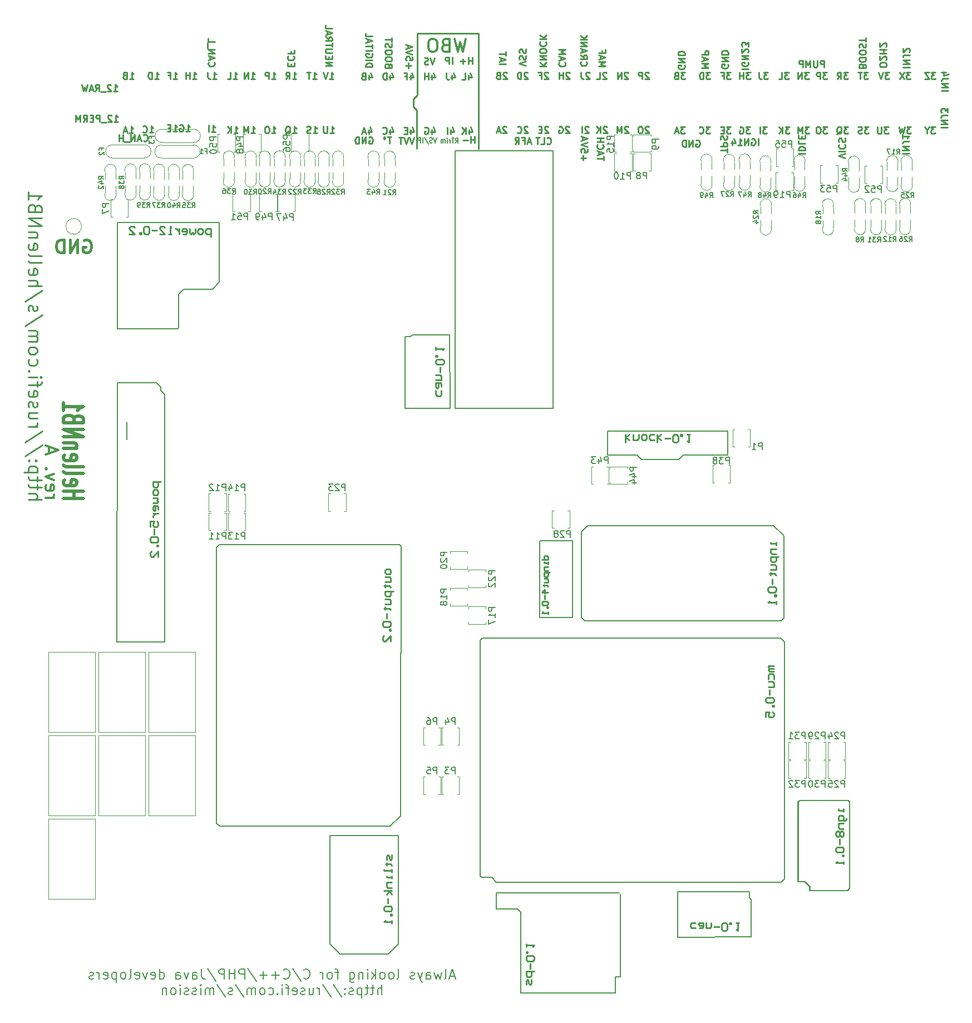
<source format=gbo>
G75*
G70*
%OFA0B0*%
%FSLAX25Y25*%
%IPPOS*%
%LPD*%
%AMOC8*
5,1,8,0,0,1.08239X$1,22.5*
%
%ADD10C,0.01969*%
%ADD146C,0.00472*%
%ADD185C,0.00880*%
%ADD199C,0.00787*%
%ADD248C,0.01000*%
%ADD25C,0.01181*%
%ADD274C,0.01575*%
%ADD320C,0.00500*%
%ADD333C,0.00591*%
%ADD338C,0.00984*%
%ADD49C,0.01378*%
%ADD85C,0.00390*%
X0000000Y0000000D02*
%LPD*%
G01*
D338*
X0236516Y0592028D02*
X0236516Y0555020D01*
X0234154Y0552657D02*
X0234154Y0547933D01*
X0273130Y0522736D02*
X0273130Y0592028D01*
X0234154Y0547933D02*
X0236122Y0545965D01*
X0236516Y0555020D02*
X0234154Y0552657D01*
X0236122Y0545965D02*
X0236122Y0523130D01*
X0273130Y0592028D02*
X0236516Y0592028D01*
D185*
X0090339Y0533251D02*
X0092624Y0533251D01*
X0091481Y0533251D02*
X0091481Y0537251D01*
X0091862Y0536679D01*
X0092243Y0536298D01*
X0092624Y0536108D01*
X0088624Y0535346D02*
X0087291Y0535346D01*
X0086720Y0533251D02*
X0088624Y0533251D01*
X0088624Y0537251D01*
X0086720Y0537251D01*
X0494534Y0568627D02*
X0492058Y0568627D01*
X0493391Y0567104D01*
X0492820Y0567104D01*
X0492439Y0566913D01*
X0492248Y0566723D01*
X0492058Y0566342D01*
X0492058Y0565389D01*
X0492248Y0565008D01*
X0492439Y0564818D01*
X0492820Y0564627D01*
X0493963Y0564627D01*
X0494344Y0564818D01*
X0494534Y0565008D01*
X0488058Y0564627D02*
X0489391Y0566532D01*
X0490344Y0564627D02*
X0490344Y0568627D01*
X0488820Y0568627D01*
X0488439Y0568437D01*
X0488248Y0568247D01*
X0488058Y0567866D01*
X0488058Y0567294D01*
X0488248Y0566913D01*
X0488439Y0566723D01*
X0488820Y0566532D01*
X0490344Y0566532D01*
D49*
X0265668Y0588859D02*
X0263794Y0580985D01*
X0262294Y0586609D01*
X0260794Y0580985D01*
X0258919Y0588859D01*
X0253295Y0585110D02*
X0252170Y0584735D01*
X0251795Y0584360D01*
X0251420Y0583610D01*
X0251420Y0582485D01*
X0251795Y0581735D01*
X0252170Y0581360D01*
X0252920Y0580985D01*
X0255920Y0580985D01*
X0255920Y0588859D01*
X0253295Y0588859D01*
X0252545Y0588484D01*
X0252170Y0588109D01*
X0251795Y0587359D01*
X0251795Y0586609D01*
X0252170Y0585860D01*
X0252545Y0585485D01*
X0253295Y0585110D01*
X0255920Y0585110D01*
X0246546Y0588859D02*
X0245046Y0588859D01*
X0244296Y0588484D01*
X0243546Y0587734D01*
X0243171Y0586235D01*
X0243171Y0583610D01*
X0243546Y0582110D01*
X0244296Y0581360D01*
X0245046Y0580985D01*
X0246546Y0580985D01*
X0247296Y0581360D01*
X0248046Y0582110D01*
X0248421Y0583610D01*
X0248421Y0586235D01*
X0248046Y0587734D01*
X0247296Y0588484D01*
X0246546Y0588859D01*
D185*
X0246840Y0577486D02*
X0245507Y0573486D01*
X0244174Y0577486D01*
X0243031Y0573676D02*
X0242460Y0573486D01*
X0241507Y0573486D01*
X0241126Y0573676D01*
X0240936Y0573867D01*
X0240745Y0574248D01*
X0240745Y0574629D01*
X0240936Y0575010D01*
X0241126Y0575200D01*
X0241507Y0575391D01*
X0242269Y0575581D01*
X0242650Y0575771D01*
X0242840Y0575962D01*
X0243031Y0576343D01*
X0243031Y0576724D01*
X0242840Y0577105D01*
X0242650Y0577295D01*
X0242269Y0577486D01*
X0241317Y0577486D01*
X0240745Y0577295D01*
X0422577Y0573450D02*
X0422768Y0573069D01*
X0422768Y0572497D01*
X0422577Y0571926D01*
X0422197Y0571545D01*
X0421816Y0571355D01*
X0421054Y0571164D01*
X0420482Y0571164D01*
X0419720Y0571355D01*
X0419339Y0571545D01*
X0418958Y0571926D01*
X0418768Y0572497D01*
X0418768Y0572878D01*
X0418958Y0573450D01*
X0419149Y0573640D01*
X0420482Y0573640D01*
X0420482Y0572878D01*
X0418768Y0575355D02*
X0422768Y0575355D01*
X0418768Y0577640D01*
X0422768Y0577640D01*
X0418768Y0579545D02*
X0422768Y0579545D01*
X0422768Y0580497D01*
X0422577Y0581069D01*
X0422197Y0581450D01*
X0421816Y0581640D01*
X0421054Y0581831D01*
X0420482Y0581831D01*
X0419720Y0581640D01*
X0419339Y0581450D01*
X0418958Y0581069D01*
X0418768Y0580497D01*
X0418768Y0579545D01*
X0232389Y0566999D02*
X0232389Y0564332D01*
X0233342Y0568523D02*
X0234294Y0565666D01*
X0231818Y0565666D01*
X0228961Y0566427D02*
X0230294Y0566427D01*
X0230294Y0564332D02*
X0230294Y0568332D01*
X0228389Y0568332D01*
X0482129Y0536127D02*
X0479653Y0536127D01*
X0480987Y0534604D01*
X0480415Y0534604D01*
X0480034Y0534413D01*
X0479844Y0534223D01*
X0479653Y0533842D01*
X0479653Y0532889D01*
X0479844Y0532508D01*
X0480034Y0532318D01*
X0480415Y0532127D01*
X0481558Y0532127D01*
X0481939Y0532318D01*
X0482129Y0532508D01*
X0477177Y0536127D02*
X0476415Y0536127D01*
X0476034Y0535937D01*
X0475653Y0535556D01*
X0475463Y0534794D01*
X0475463Y0533461D01*
X0475653Y0532699D01*
X0476034Y0532318D01*
X0476415Y0532127D01*
X0477177Y0532127D01*
X0477558Y0532318D01*
X0477939Y0532699D01*
X0478129Y0533461D01*
X0478129Y0534794D01*
X0477939Y0535556D01*
X0477558Y0535937D01*
X0477177Y0536127D01*
X0149338Y0532324D02*
X0151624Y0532324D01*
X0150481Y0532324D02*
X0150481Y0536324D01*
X0150862Y0535753D01*
X0151243Y0535372D01*
X0151624Y0535181D01*
X0146862Y0536324D02*
X0146100Y0536324D01*
X0145719Y0536134D01*
X0145338Y0535753D01*
X0145148Y0534991D01*
X0145148Y0533658D01*
X0145338Y0532896D01*
X0145719Y0532515D01*
X0146100Y0532324D01*
X0146862Y0532324D01*
X0147243Y0532515D01*
X0147624Y0532896D01*
X0147814Y0533658D01*
X0147814Y0534991D01*
X0147624Y0535753D01*
X0147243Y0536134D01*
X0146862Y0536324D01*
X0348063Y0516002D02*
X0348063Y0518287D01*
X0344063Y0517145D02*
X0348063Y0517145D01*
X0345206Y0519430D02*
X0345206Y0521335D01*
X0344063Y0519049D02*
X0348063Y0520383D01*
X0344063Y0521716D01*
X0344444Y0525335D02*
X0344254Y0525145D01*
X0344063Y0524573D01*
X0344063Y0524192D01*
X0344254Y0523621D01*
X0344635Y0523240D01*
X0345016Y0523049D01*
X0345778Y0522859D01*
X0346349Y0522859D01*
X0347111Y0523049D01*
X0347492Y0523240D01*
X0347873Y0523621D01*
X0348063Y0524192D01*
X0348063Y0524573D01*
X0347873Y0525145D01*
X0347682Y0525335D01*
X0344063Y0527049D02*
X0348063Y0527049D01*
X0346158Y0527049D02*
X0346158Y0529335D01*
X0344063Y0529335D02*
X0348063Y0529335D01*
X0126362Y0564824D02*
X0128648Y0564824D01*
X0127505Y0564824D02*
X0127505Y0568824D01*
X0127886Y0568253D01*
X0128267Y0567872D01*
X0128648Y0567681D01*
X0122743Y0564824D02*
X0124648Y0564824D01*
X0124648Y0568824D01*
X0446558Y0568627D02*
X0444082Y0568627D01*
X0445415Y0567104D01*
X0444844Y0567104D01*
X0444463Y0566913D01*
X0444272Y0566723D01*
X0444082Y0566342D01*
X0444082Y0565389D01*
X0444272Y0565008D01*
X0444463Y0564818D01*
X0444844Y0564627D01*
X0445987Y0564627D01*
X0446367Y0564818D01*
X0446558Y0565008D01*
X0441225Y0568627D02*
X0441225Y0565770D01*
X0441415Y0565199D01*
X0441796Y0564818D01*
X0442367Y0564627D01*
X0442748Y0564627D01*
X0314215Y0526053D02*
X0314405Y0525863D01*
X0314976Y0525672D01*
X0315357Y0525672D01*
X0315929Y0525863D01*
X0316310Y0526244D01*
X0316500Y0526625D01*
X0316691Y0527386D01*
X0316691Y0527958D01*
X0316500Y0528720D01*
X0316310Y0529101D01*
X0315929Y0529482D01*
X0315357Y0529672D01*
X0314976Y0529672D01*
X0314405Y0529482D01*
X0314215Y0529291D01*
X0310595Y0525672D02*
X0312500Y0525672D01*
X0312500Y0529672D01*
X0309834Y0529672D02*
X0307548Y0529672D01*
X0308691Y0525672D02*
X0308691Y0529672D01*
X0494629Y0536127D02*
X0492153Y0536127D01*
X0493487Y0534604D01*
X0492915Y0534604D01*
X0492534Y0534413D01*
X0492344Y0534223D01*
X0492153Y0533842D01*
X0492153Y0532889D01*
X0492344Y0532508D01*
X0492534Y0532318D01*
X0492915Y0532127D01*
X0494058Y0532127D01*
X0494439Y0532318D01*
X0494629Y0532508D01*
X0487772Y0531747D02*
X0488153Y0531937D01*
X0488534Y0532318D01*
X0489106Y0532889D01*
X0489487Y0533080D01*
X0489867Y0533080D01*
X0489677Y0532127D02*
X0490058Y0532318D01*
X0490439Y0532699D01*
X0490629Y0533461D01*
X0490629Y0534794D01*
X0490439Y0535556D01*
X0490058Y0535937D01*
X0489677Y0536127D01*
X0488915Y0536127D01*
X0488534Y0535937D01*
X0488153Y0535556D01*
X0487963Y0534794D01*
X0487963Y0533461D01*
X0488153Y0532699D01*
X0488534Y0532318D01*
X0488915Y0532127D01*
X0489677Y0532127D01*
X0160824Y0572517D02*
X0160824Y0573850D01*
X0158729Y0574421D02*
X0158729Y0572517D01*
X0162729Y0572517D01*
X0162729Y0574421D01*
X0159110Y0578421D02*
X0158919Y0578231D01*
X0158729Y0577659D01*
X0158729Y0577278D01*
X0158919Y0576707D01*
X0159300Y0576326D01*
X0159681Y0576136D01*
X0160443Y0575945D01*
X0161014Y0575945D01*
X0161776Y0576136D01*
X0162157Y0576326D01*
X0162538Y0576707D01*
X0162729Y0577278D01*
X0162729Y0577659D01*
X0162538Y0578231D01*
X0162348Y0578421D01*
X0160824Y0581469D02*
X0160824Y0580136D01*
X0158729Y0580136D02*
X0162729Y0580136D01*
X0162729Y0582040D01*
X0079243Y0564824D02*
X0081529Y0564824D01*
X0080386Y0564824D02*
X0080386Y0568824D01*
X0080767Y0568253D01*
X0081148Y0567872D01*
X0081529Y0567681D01*
X0077529Y0564824D02*
X0077529Y0568824D01*
X0076576Y0568824D01*
X0076005Y0568634D01*
X0075624Y0568253D01*
X0075433Y0567872D01*
X0075243Y0567110D01*
X0075243Y0566539D01*
X0075433Y0565777D01*
X0075624Y0565396D01*
X0076005Y0565015D01*
X0076576Y0564824D01*
X0077529Y0564824D01*
X0334602Y0575143D02*
X0334411Y0574952D01*
X0334221Y0574381D01*
X0334221Y0574000D01*
X0334411Y0573428D01*
X0334792Y0573047D01*
X0335173Y0572857D01*
X0335935Y0572666D01*
X0336506Y0572666D01*
X0337268Y0572857D01*
X0337649Y0573047D01*
X0338030Y0573428D01*
X0338221Y0574000D01*
X0338221Y0574381D01*
X0338030Y0574952D01*
X0337840Y0575143D01*
X0334221Y0579143D02*
X0336125Y0577809D01*
X0334221Y0576857D02*
X0338221Y0576857D01*
X0338221Y0578381D01*
X0338030Y0578762D01*
X0337840Y0578952D01*
X0337459Y0579143D01*
X0336887Y0579143D01*
X0336506Y0578952D01*
X0336316Y0578762D01*
X0336125Y0578381D01*
X0336125Y0576857D01*
X0335364Y0580666D02*
X0335364Y0582571D01*
X0334221Y0580285D02*
X0338221Y0581619D01*
X0334221Y0582952D01*
X0334221Y0584285D02*
X0338221Y0584285D01*
X0334221Y0586571D01*
X0338221Y0586571D01*
X0334221Y0588476D02*
X0338221Y0588476D01*
X0334221Y0590762D02*
X0336506Y0589047D01*
X0338221Y0590762D02*
X0335935Y0588476D01*
X0220980Y0529967D02*
X0218695Y0529967D01*
X0219838Y0525967D02*
X0219838Y0529967D01*
X0216790Y0529967D02*
X0217171Y0529777D01*
X0217361Y0529396D01*
X0217171Y0529015D01*
X0216790Y0528825D01*
X0216409Y0529015D01*
X0216218Y0529396D01*
X0216409Y0529777D01*
X0216790Y0529967D01*
X0397034Y0568627D02*
X0394558Y0568627D01*
X0395891Y0567104D01*
X0395320Y0567104D01*
X0394939Y0566913D01*
X0394748Y0566723D01*
X0394558Y0566342D01*
X0394558Y0565389D01*
X0394748Y0565008D01*
X0394939Y0564818D01*
X0395320Y0564627D01*
X0396463Y0564627D01*
X0396844Y0564818D01*
X0397034Y0565008D01*
X0391510Y0566723D02*
X0390939Y0566532D01*
X0390748Y0566342D01*
X0390558Y0565961D01*
X0390558Y0565389D01*
X0390748Y0565008D01*
X0390939Y0564818D01*
X0391320Y0564627D01*
X0392844Y0564627D01*
X0392844Y0568627D01*
X0391510Y0568627D01*
X0391129Y0568437D01*
X0390939Y0568247D01*
X0390748Y0567866D01*
X0390748Y0567485D01*
X0390939Y0567104D01*
X0391129Y0566913D01*
X0391510Y0566723D01*
X0392844Y0566723D01*
X0267675Y0534499D02*
X0267675Y0531832D01*
X0268627Y0536023D02*
X0269580Y0533166D01*
X0267104Y0533166D01*
X0265580Y0531832D02*
X0265580Y0535832D01*
X0263294Y0531832D02*
X0265008Y0534118D01*
X0263294Y0535832D02*
X0265580Y0533546D01*
D333*
X0248137Y0529600D02*
X0247218Y0526451D01*
X0246299Y0529600D01*
X0245512Y0526601D02*
X0245118Y0526451D01*
X0244462Y0526451D01*
X0244200Y0526601D01*
X0244068Y0526750D01*
X0243937Y0527050D01*
X0243937Y0527350D01*
X0244068Y0527650D01*
X0244200Y0527800D01*
X0244462Y0527950D01*
X0244987Y0528100D01*
X0245249Y0528250D01*
X0245381Y0528400D01*
X0245512Y0528700D01*
X0245512Y0529000D01*
X0245381Y0529300D01*
X0245249Y0529450D01*
X0244987Y0529600D01*
X0244331Y0529600D01*
X0243937Y0529450D01*
X0240787Y0529750D02*
X0243150Y0525701D01*
X0239869Y0526451D02*
X0239869Y0529600D01*
X0238556Y0526451D02*
X0238556Y0529600D01*
X0237507Y0529600D01*
X0237244Y0529450D01*
X0237113Y0529300D01*
X0236982Y0529000D01*
X0236982Y0528550D01*
X0237113Y0528250D01*
X0237244Y0528100D01*
X0237507Y0527950D01*
X0238556Y0527950D01*
D185*
X0403546Y0527907D02*
X0403927Y0528097D01*
X0404499Y0528097D01*
X0405070Y0527907D01*
X0405451Y0527526D01*
X0405642Y0527145D01*
X0405832Y0526383D01*
X0405832Y0525812D01*
X0405642Y0525050D01*
X0405451Y0524669D01*
X0405070Y0524288D01*
X0404499Y0524097D01*
X0404118Y0524097D01*
X0403546Y0524288D01*
X0403356Y0524478D01*
X0403356Y0525812D01*
X0404118Y0525812D01*
X0401642Y0524097D02*
X0401642Y0528097D01*
X0399356Y0524097D01*
X0399356Y0528097D01*
X0397451Y0524097D02*
X0397451Y0528097D01*
X0396499Y0528097D01*
X0395927Y0527907D01*
X0395546Y0527526D01*
X0395356Y0527145D01*
X0395165Y0526383D01*
X0395165Y0525812D01*
X0395356Y0525050D01*
X0395546Y0524669D01*
X0395927Y0524288D01*
X0396499Y0524097D01*
X0397451Y0524097D01*
X0430874Y0570660D02*
X0434874Y0570660D01*
X0434684Y0574660D02*
X0434874Y0574279D01*
X0434874Y0573707D01*
X0434684Y0573136D01*
X0434303Y0572755D01*
X0433922Y0572564D01*
X0433160Y0572374D01*
X0432589Y0572374D01*
X0431827Y0572564D01*
X0431446Y0572755D01*
X0431065Y0573136D01*
X0430874Y0573707D01*
X0430874Y0574088D01*
X0431065Y0574660D01*
X0431255Y0574850D01*
X0432589Y0574850D01*
X0432589Y0574088D01*
X0430874Y0576564D02*
X0434874Y0576564D01*
X0430874Y0578850D01*
X0434874Y0578850D01*
X0434493Y0580564D02*
X0434684Y0580755D01*
X0434874Y0581136D01*
X0434874Y0582088D01*
X0434684Y0582469D01*
X0434493Y0582660D01*
X0434112Y0582850D01*
X0433731Y0582850D01*
X0433160Y0582660D01*
X0430874Y0580374D01*
X0430874Y0582850D01*
X0434874Y0584183D02*
X0434874Y0586660D01*
X0433350Y0585326D01*
X0433350Y0585898D01*
X0433160Y0586279D01*
X0432969Y0586469D01*
X0432589Y0586660D01*
X0431636Y0586660D01*
X0431255Y0586469D01*
X0431065Y0586279D01*
X0430874Y0585898D01*
X0430874Y0584755D01*
X0431065Y0584374D01*
X0431255Y0584183D01*
X0207582Y0529777D02*
X0207963Y0529967D01*
X0208534Y0529967D01*
X0209106Y0529777D01*
X0209487Y0529396D01*
X0209677Y0529015D01*
X0209868Y0528253D01*
X0209868Y0527682D01*
X0209677Y0526920D01*
X0209487Y0526539D01*
X0209106Y0526158D01*
X0208534Y0525967D01*
X0208153Y0525967D01*
X0207582Y0526158D01*
X0207391Y0526348D01*
X0207391Y0527682D01*
X0208153Y0527682D01*
X0205677Y0525967D02*
X0205677Y0529967D01*
X0203391Y0525967D01*
X0203391Y0529967D01*
X0201487Y0525967D02*
X0201487Y0529967D01*
X0200534Y0529967D01*
X0199963Y0529777D01*
X0199582Y0529396D01*
X0199391Y0529015D01*
X0199201Y0528253D01*
X0199201Y0527682D01*
X0199391Y0526920D01*
X0199582Y0526539D01*
X0199963Y0526158D01*
X0200534Y0525967D01*
X0201487Y0525967D01*
X0506939Y0536127D02*
X0504463Y0536127D01*
X0505796Y0534604D01*
X0505225Y0534604D01*
X0504844Y0534413D01*
X0504653Y0534223D01*
X0504463Y0533842D01*
X0504463Y0532889D01*
X0504653Y0532508D01*
X0504844Y0532318D01*
X0505225Y0532127D01*
X0506367Y0532127D01*
X0506748Y0532318D01*
X0506939Y0532508D01*
X0502939Y0532318D02*
X0502367Y0532127D01*
X0501415Y0532127D01*
X0501034Y0532318D01*
X0500844Y0532508D01*
X0500653Y0532889D01*
X0500653Y0533270D01*
X0500844Y0533651D01*
X0501034Y0533842D01*
X0501415Y0534032D01*
X0502177Y0534223D01*
X0502558Y0534413D01*
X0502748Y0534604D01*
X0502939Y0534985D01*
X0502939Y0535366D01*
X0502748Y0535747D01*
X0502558Y0535937D01*
X0502177Y0536127D01*
X0501225Y0536127D01*
X0500653Y0535937D01*
X0532320Y0536127D02*
X0529844Y0536127D01*
X0531177Y0534604D01*
X0530606Y0534604D01*
X0530225Y0534413D01*
X0530034Y0534223D01*
X0529844Y0533842D01*
X0529844Y0532889D01*
X0530034Y0532508D01*
X0530225Y0532318D01*
X0530606Y0532127D01*
X0531748Y0532127D01*
X0532129Y0532318D01*
X0532320Y0532508D01*
X0528510Y0536127D02*
X0527558Y0532127D01*
X0526796Y0534985D01*
X0526034Y0532127D01*
X0525082Y0536127D01*
X0459534Y0536127D02*
X0457058Y0536127D01*
X0458391Y0534604D01*
X0457820Y0534604D01*
X0457439Y0534413D01*
X0457248Y0534223D01*
X0457058Y0533842D01*
X0457058Y0532889D01*
X0457248Y0532508D01*
X0457439Y0532318D01*
X0457820Y0532127D01*
X0458963Y0532127D01*
X0459344Y0532318D01*
X0459534Y0532508D01*
X0455344Y0532127D02*
X0455344Y0536127D01*
X0453058Y0532127D02*
X0454772Y0534413D01*
X0453058Y0536127D02*
X0455344Y0533842D01*
X0327785Y0568443D02*
X0327595Y0568634D01*
X0327214Y0568824D01*
X0326262Y0568824D01*
X0325881Y0568634D01*
X0325690Y0568443D01*
X0325500Y0568062D01*
X0325500Y0567681D01*
X0325690Y0567110D01*
X0327976Y0564824D01*
X0325500Y0564824D01*
X0323785Y0564824D02*
X0323785Y0568824D01*
X0323785Y0566920D02*
X0321500Y0566920D01*
X0321500Y0564824D02*
X0321500Y0568824D01*
X0550362Y0535836D02*
X0554362Y0535836D01*
X0550362Y0537741D02*
X0554362Y0537741D01*
X0550362Y0540026D01*
X0554362Y0540026D01*
X0554362Y0543074D02*
X0551505Y0543074D01*
X0550934Y0542883D01*
X0550553Y0542502D01*
X0550362Y0541931D01*
X0550362Y0541550D01*
X0554362Y0544598D02*
X0554362Y0547074D01*
X0552839Y0545741D01*
X0552839Y0546312D01*
X0552648Y0546693D01*
X0552458Y0546883D01*
X0552077Y0547074D01*
X0551124Y0547074D01*
X0550743Y0546883D01*
X0550553Y0546693D01*
X0550362Y0546312D01*
X0550362Y0545169D01*
X0550553Y0544788D01*
X0550743Y0544598D01*
X0436010Y0535950D02*
X0433534Y0535950D01*
X0434868Y0534427D01*
X0434296Y0534427D01*
X0433915Y0534236D01*
X0433725Y0534046D01*
X0433534Y0533665D01*
X0433534Y0532712D01*
X0433725Y0532331D01*
X0433915Y0532141D01*
X0434296Y0531950D01*
X0435439Y0531950D01*
X0435820Y0532141D01*
X0436010Y0532331D01*
X0429725Y0535760D02*
X0430106Y0535950D01*
X0430677Y0535950D01*
X0431249Y0535760D01*
X0431630Y0535379D01*
X0431820Y0534998D01*
X0432010Y0534236D01*
X0432010Y0533665D01*
X0431820Y0532903D01*
X0431630Y0532522D01*
X0431249Y0532141D01*
X0430677Y0531950D01*
X0430296Y0531950D01*
X0429725Y0532141D01*
X0429534Y0532331D01*
X0429534Y0533665D01*
X0430296Y0533665D01*
X0231217Y0571215D02*
X0231217Y0574263D01*
X0229693Y0572739D02*
X0232741Y0572739D01*
X0233693Y0578072D02*
X0233693Y0576167D01*
X0231788Y0575977D01*
X0231979Y0576167D01*
X0232169Y0576548D01*
X0232169Y0577501D01*
X0231979Y0577882D01*
X0231788Y0578072D01*
X0231407Y0578263D01*
X0230455Y0578263D01*
X0230074Y0578072D01*
X0229884Y0577882D01*
X0229693Y0577501D01*
X0229693Y0576548D01*
X0229884Y0576167D01*
X0230074Y0575977D01*
X0233693Y0579406D02*
X0229693Y0580739D01*
X0233693Y0582072D01*
X0230836Y0583215D02*
X0230836Y0585120D01*
X0229693Y0582834D02*
X0233693Y0584167D01*
X0229693Y0585501D01*
X0173767Y0564824D02*
X0176052Y0564824D01*
X0174910Y0564824D02*
X0174910Y0568824D01*
X0175291Y0568253D01*
X0175672Y0567872D01*
X0176052Y0567681D01*
X0172624Y0568824D02*
X0170338Y0568824D01*
X0171481Y0564824D02*
X0171481Y0568824D01*
X0471336Y0536127D02*
X0468859Y0536127D01*
X0470193Y0534604D01*
X0469621Y0534604D01*
X0469240Y0534413D01*
X0469050Y0534223D01*
X0468859Y0533842D01*
X0468859Y0532889D01*
X0469050Y0532508D01*
X0469240Y0532318D01*
X0469621Y0532127D01*
X0470764Y0532127D01*
X0471145Y0532318D01*
X0471336Y0532508D01*
X0467145Y0532127D02*
X0467145Y0536127D01*
X0465812Y0533270D01*
X0464478Y0536127D01*
X0464478Y0532127D01*
D10*
X0024585Y0313257D02*
X0036396Y0313257D01*
X0030772Y0313257D02*
X0030772Y0317756D01*
X0024585Y0317756D02*
X0036396Y0317756D01*
X0025147Y0324505D02*
X0024585Y0323756D01*
X0024585Y0322256D01*
X0025147Y0321506D01*
X0026272Y0321131D01*
X0030772Y0321131D01*
X0031896Y0321506D01*
X0032459Y0322256D01*
X0032459Y0323756D01*
X0031896Y0324505D01*
X0030772Y0324880D01*
X0029647Y0324880D01*
X0028522Y0321131D01*
X0024585Y0329380D02*
X0025147Y0328630D01*
X0026272Y0328255D01*
X0036396Y0328255D01*
X0024585Y0333504D02*
X0025147Y0332754D01*
X0026272Y0332379D01*
X0036396Y0332379D01*
X0025147Y0339504D02*
X0024585Y0338754D01*
X0024585Y0337254D01*
X0025147Y0336504D01*
X0026272Y0336129D01*
X0030772Y0336129D01*
X0031896Y0336504D01*
X0032459Y0337254D01*
X0032459Y0338754D01*
X0031896Y0339504D01*
X0030772Y0339879D01*
X0029647Y0339879D01*
X0028522Y0336129D01*
X0032459Y0343253D02*
X0024585Y0343253D01*
X0031334Y0343253D02*
X0031896Y0343628D01*
X0032459Y0344378D01*
X0032459Y0345503D01*
X0031896Y0346253D01*
X0030772Y0346628D01*
X0024585Y0346628D01*
X0024585Y0350377D02*
X0036396Y0350377D01*
X0024585Y0354877D01*
X0036396Y0354877D01*
X0030772Y0361251D02*
X0030209Y0362376D01*
X0029647Y0362751D01*
X0028522Y0363126D01*
X0026835Y0363126D01*
X0025710Y0362751D01*
X0025147Y0362376D01*
X0024585Y0361626D01*
X0024585Y0358626D01*
X0036396Y0358626D01*
X0036396Y0361251D01*
X0035833Y0362001D01*
X0035271Y0362376D01*
X0034146Y0362751D01*
X0033021Y0362751D01*
X0031896Y0362376D01*
X0031334Y0362001D01*
X0030772Y0361251D01*
X0030772Y0358626D01*
X0024585Y0370625D02*
X0024585Y0366125D01*
X0024585Y0368375D02*
X0036396Y0368375D01*
X0034709Y0367625D01*
X0033584Y0366875D01*
X0033021Y0366125D01*
D185*
X0309811Y0572279D02*
X0313811Y0572279D01*
X0309811Y0574565D02*
X0312097Y0572850D01*
X0313811Y0574565D02*
X0311526Y0572279D01*
X0309811Y0576279D02*
X0313811Y0576279D01*
X0309811Y0578565D01*
X0313811Y0578565D01*
X0313811Y0581231D02*
X0313811Y0581993D01*
X0313621Y0582374D01*
X0313240Y0582755D01*
X0312478Y0582946D01*
X0311145Y0582946D01*
X0310383Y0582755D01*
X0310002Y0582374D01*
X0309811Y0581993D01*
X0309811Y0581231D01*
X0310002Y0580850D01*
X0310383Y0580469D01*
X0311145Y0580279D01*
X0312478Y0580279D01*
X0313240Y0580469D01*
X0313621Y0580850D01*
X0313811Y0581231D01*
X0310192Y0586946D02*
X0310002Y0586755D01*
X0309811Y0586184D01*
X0309811Y0585803D01*
X0310002Y0585231D01*
X0310383Y0584850D01*
X0310764Y0584660D01*
X0311526Y0584469D01*
X0312097Y0584469D01*
X0312859Y0584660D01*
X0313240Y0584850D01*
X0313621Y0585231D01*
X0313811Y0585803D01*
X0313811Y0586184D01*
X0313621Y0586755D01*
X0313430Y0586946D01*
X0309811Y0588660D02*
X0313811Y0588660D01*
X0309811Y0590946D02*
X0312097Y0589231D01*
X0313811Y0590946D02*
X0311526Y0588660D01*
X0245175Y0534499D02*
X0245175Y0531832D01*
X0246127Y0536023D02*
X0247080Y0533166D01*
X0244604Y0533166D01*
X0240985Y0535642D02*
X0241366Y0535832D01*
X0241937Y0535832D01*
X0242508Y0535642D01*
X0242889Y0535261D01*
X0243080Y0534880D01*
X0243270Y0534118D01*
X0243270Y0533546D01*
X0243080Y0532785D01*
X0242889Y0532404D01*
X0242508Y0532023D01*
X0241937Y0531832D01*
X0241556Y0531832D01*
X0240985Y0532023D01*
X0240794Y0532213D01*
X0240794Y0533546D01*
X0241556Y0533546D01*
X0445987Y0536127D02*
X0443510Y0536127D01*
X0444844Y0534604D01*
X0444272Y0534604D01*
X0443891Y0534413D01*
X0443701Y0534223D01*
X0443510Y0533842D01*
X0443510Y0532889D01*
X0443701Y0532508D01*
X0443891Y0532318D01*
X0444272Y0532127D01*
X0445415Y0532127D01*
X0445796Y0532318D01*
X0445987Y0532508D01*
X0441796Y0532127D02*
X0441796Y0536127D01*
X0219380Y0572883D02*
X0219190Y0573455D01*
X0218999Y0573645D01*
X0218618Y0573836D01*
X0218047Y0573836D01*
X0217666Y0573645D01*
X0217475Y0573455D01*
X0217285Y0573074D01*
X0217285Y0571550D01*
X0221285Y0571550D01*
X0221285Y0572883D01*
X0221094Y0573264D01*
X0220904Y0573455D01*
X0220523Y0573645D01*
X0220142Y0573645D01*
X0219761Y0573455D01*
X0219571Y0573264D01*
X0219380Y0572883D01*
X0219380Y0571550D01*
X0221285Y0576312D02*
X0221285Y0577074D01*
X0221094Y0577455D01*
X0220714Y0577836D01*
X0219952Y0578026D01*
X0218618Y0578026D01*
X0217856Y0577836D01*
X0217475Y0577455D01*
X0217285Y0577074D01*
X0217285Y0576312D01*
X0217475Y0575931D01*
X0217856Y0575550D01*
X0218618Y0575359D01*
X0219952Y0575359D01*
X0220714Y0575550D01*
X0221094Y0575931D01*
X0221285Y0576312D01*
X0221285Y0580502D02*
X0221285Y0581264D01*
X0221094Y0581645D01*
X0220714Y0582026D01*
X0219952Y0582217D01*
X0218618Y0582217D01*
X0217856Y0582026D01*
X0217475Y0581645D01*
X0217285Y0581264D01*
X0217285Y0580502D01*
X0217475Y0580121D01*
X0217856Y0579740D01*
X0218618Y0579550D01*
X0219952Y0579550D01*
X0220714Y0579740D01*
X0221094Y0580121D01*
X0221285Y0580502D01*
X0217475Y0583740D02*
X0217285Y0584312D01*
X0217285Y0585264D01*
X0217475Y0585645D01*
X0217666Y0585836D01*
X0218047Y0586026D01*
X0218428Y0586026D01*
X0218809Y0585836D01*
X0218999Y0585645D01*
X0219190Y0585264D01*
X0219380Y0584502D01*
X0219571Y0584121D01*
X0219761Y0583931D01*
X0220142Y0583740D01*
X0220523Y0583740D01*
X0220904Y0583931D01*
X0221094Y0584121D01*
X0221285Y0584502D01*
X0221285Y0585455D01*
X0221094Y0586026D01*
X0221285Y0587169D02*
X0221285Y0589455D01*
X0217285Y0588312D02*
X0221285Y0588312D01*
D199*
X0259048Y0027216D02*
X0256236Y0027216D01*
X0259610Y0025529D02*
X0257642Y0031434D01*
X0255673Y0025529D01*
X0252861Y0025529D02*
X0253423Y0025810D01*
X0253705Y0026372D01*
X0253705Y0031434D01*
X0251174Y0029466D02*
X0250049Y0025529D01*
X0248924Y0028341D01*
X0247799Y0025529D01*
X0246674Y0029466D01*
X0241894Y0025529D02*
X0241894Y0028622D01*
X0242175Y0029184D01*
X0242737Y0029466D01*
X0243862Y0029466D01*
X0244424Y0029184D01*
X0241894Y0025810D02*
X0242456Y0025529D01*
X0243862Y0025529D01*
X0244424Y0025810D01*
X0244706Y0026372D01*
X0244706Y0026935D01*
X0244424Y0027497D01*
X0243862Y0027778D01*
X0242456Y0027778D01*
X0241894Y0028060D01*
X0239644Y0029466D02*
X0238238Y0025529D01*
X0236832Y0029466D02*
X0238238Y0025529D01*
X0238800Y0024123D01*
X0239081Y0023841D01*
X0239644Y0023560D01*
X0234863Y0025810D02*
X0234301Y0025529D01*
X0233176Y0025529D01*
X0232613Y0025810D01*
X0232332Y0026372D01*
X0232332Y0026653D01*
X0232613Y0027216D01*
X0233176Y0027497D01*
X0234020Y0027497D01*
X0234582Y0027778D01*
X0234863Y0028341D01*
X0234863Y0028622D01*
X0234582Y0029184D01*
X0234020Y0029466D01*
X0233176Y0029466D01*
X0232613Y0029184D01*
X0224458Y0025529D02*
X0225021Y0025810D01*
X0225302Y0026372D01*
X0225302Y0031434D01*
X0221365Y0025529D02*
X0221927Y0025810D01*
X0222209Y0026091D01*
X0222490Y0026653D01*
X0222490Y0028341D01*
X0222209Y0028903D01*
X0221927Y0029184D01*
X0221365Y0029466D01*
X0220521Y0029466D01*
X0219959Y0029184D01*
X0219678Y0028903D01*
X0219396Y0028341D01*
X0219396Y0026653D01*
X0219678Y0026091D01*
X0219959Y0025810D01*
X0220521Y0025529D01*
X0221365Y0025529D01*
X0216022Y0025529D02*
X0216584Y0025810D01*
X0216865Y0026091D01*
X0217147Y0026653D01*
X0217147Y0028341D01*
X0216865Y0028903D01*
X0216584Y0029184D01*
X0216022Y0029466D01*
X0215178Y0029466D01*
X0214616Y0029184D01*
X0214335Y0028903D01*
X0214053Y0028341D01*
X0214053Y0026653D01*
X0214335Y0026091D01*
X0214616Y0025810D01*
X0215178Y0025529D01*
X0216022Y0025529D01*
X0211522Y0025529D02*
X0211522Y0031434D01*
X0210960Y0027778D02*
X0209273Y0025529D01*
X0209273Y0029466D02*
X0211522Y0027216D01*
X0206742Y0025529D02*
X0206742Y0029466D01*
X0206742Y0031434D02*
X0207023Y0031153D01*
X0206742Y0030872D01*
X0206460Y0031153D01*
X0206742Y0031434D01*
X0206742Y0030872D01*
X0203930Y0029466D02*
X0203930Y0025529D01*
X0203930Y0028903D02*
X0203648Y0029184D01*
X0203086Y0029466D01*
X0202242Y0029466D01*
X0201680Y0029184D01*
X0201399Y0028622D01*
X0201399Y0025529D01*
X0196056Y0029466D02*
X0196056Y0024685D01*
X0196337Y0024123D01*
X0196618Y0023841D01*
X0197180Y0023560D01*
X0198024Y0023560D01*
X0198586Y0023841D01*
X0196056Y0025810D02*
X0196618Y0025529D01*
X0197743Y0025529D01*
X0198305Y0025810D01*
X0198586Y0026091D01*
X0198868Y0026653D01*
X0198868Y0028341D01*
X0198586Y0028903D01*
X0198305Y0029184D01*
X0197743Y0029466D01*
X0196618Y0029466D01*
X0196056Y0029184D01*
X0189588Y0029466D02*
X0187338Y0029466D01*
X0188744Y0025529D02*
X0188744Y0030590D01*
X0188463Y0031153D01*
X0187900Y0031434D01*
X0187338Y0031434D01*
X0184526Y0025529D02*
X0185088Y0025810D01*
X0185369Y0026091D01*
X0185651Y0026653D01*
X0185651Y0028341D01*
X0185369Y0028903D01*
X0185088Y0029184D01*
X0184526Y0029466D01*
X0183682Y0029466D01*
X0183120Y0029184D01*
X0182838Y0028903D01*
X0182557Y0028341D01*
X0182557Y0026653D01*
X0182838Y0026091D01*
X0183120Y0025810D01*
X0183682Y0025529D01*
X0184526Y0025529D01*
X0180026Y0025529D02*
X0180026Y0029466D01*
X0180026Y0028341D02*
X0179745Y0028903D01*
X0179464Y0029184D01*
X0178901Y0029466D01*
X0178339Y0029466D01*
X0168496Y0026091D02*
X0168778Y0025810D01*
X0169621Y0025529D01*
X0170184Y0025529D01*
X0171027Y0025810D01*
X0171590Y0026372D01*
X0171871Y0026935D01*
X0172152Y0028060D01*
X0172152Y0028903D01*
X0171871Y0030028D01*
X0171590Y0030590D01*
X0171027Y0031153D01*
X0170184Y0031434D01*
X0169621Y0031434D01*
X0168778Y0031153D01*
X0168496Y0030872D01*
X0161747Y0031715D02*
X0166809Y0024123D01*
X0156404Y0026091D02*
X0156685Y0025810D01*
X0157529Y0025529D01*
X0158092Y0025529D01*
X0158935Y0025810D01*
X0159498Y0026372D01*
X0159779Y0026935D01*
X0160060Y0028060D01*
X0160060Y0028903D01*
X0159779Y0030028D01*
X0159498Y0030590D01*
X0158935Y0031153D01*
X0158092Y0031434D01*
X0157529Y0031434D01*
X0156685Y0031153D01*
X0156404Y0030872D01*
X0153873Y0027778D02*
X0149374Y0027778D01*
X0151624Y0025529D02*
X0151624Y0030028D01*
X0146562Y0027778D02*
X0142062Y0027778D01*
X0144312Y0025529D02*
X0144312Y0030028D01*
X0135032Y0031715D02*
X0140094Y0024123D01*
X0133063Y0025529D02*
X0133063Y0031434D01*
X0130814Y0031434D01*
X0130251Y0031153D01*
X0129970Y0030872D01*
X0129689Y0030309D01*
X0129689Y0029466D01*
X0129970Y0028903D01*
X0130251Y0028622D01*
X0130814Y0028341D01*
X0133063Y0028341D01*
X0127158Y0025529D02*
X0127158Y0031434D01*
X0127158Y0028622D02*
X0123783Y0028622D01*
X0123783Y0025529D02*
X0123783Y0031434D01*
X0120971Y0025529D02*
X0120971Y0031434D01*
X0118721Y0031434D01*
X0118159Y0031153D01*
X0117878Y0030872D01*
X0117597Y0030309D01*
X0117597Y0029466D01*
X0117878Y0028903D01*
X0118159Y0028622D01*
X0118721Y0028341D01*
X0120971Y0028341D01*
X0110847Y0031715D02*
X0115909Y0024123D01*
X0107192Y0031434D02*
X0107192Y0027216D01*
X0107473Y0026372D01*
X0108035Y0025810D01*
X0108879Y0025529D01*
X0109441Y0025529D01*
X0101849Y0025529D02*
X0101849Y0028622D01*
X0102130Y0029184D01*
X0102692Y0029466D01*
X0103817Y0029466D01*
X0104380Y0029184D01*
X0101849Y0025810D02*
X0102411Y0025529D01*
X0103817Y0025529D01*
X0104380Y0025810D01*
X0104661Y0026372D01*
X0104661Y0026935D01*
X0104380Y0027497D01*
X0103817Y0027778D01*
X0102411Y0027778D01*
X0101849Y0028060D01*
X0099599Y0029466D02*
X0098193Y0025529D01*
X0096787Y0029466D01*
X0092006Y0025529D02*
X0092006Y0028622D01*
X0092287Y0029184D01*
X0092850Y0029466D01*
X0093975Y0029466D01*
X0094537Y0029184D01*
X0092006Y0025810D02*
X0092568Y0025529D01*
X0093975Y0025529D01*
X0094537Y0025810D01*
X0094818Y0026372D01*
X0094818Y0026935D01*
X0094537Y0027497D01*
X0093975Y0027778D01*
X0092568Y0027778D01*
X0092006Y0028060D01*
X0082164Y0025529D02*
X0082164Y0031434D01*
X0082164Y0025810D02*
X0082726Y0025529D01*
X0083851Y0025529D01*
X0084413Y0025810D01*
X0084694Y0026091D01*
X0084976Y0026653D01*
X0084976Y0028341D01*
X0084694Y0028903D01*
X0084413Y0029184D01*
X0083851Y0029466D01*
X0082726Y0029466D01*
X0082164Y0029184D01*
X0077102Y0025810D02*
X0077664Y0025529D01*
X0078789Y0025529D01*
X0079351Y0025810D01*
X0079633Y0026372D01*
X0079633Y0028622D01*
X0079351Y0029184D01*
X0078789Y0029466D01*
X0077664Y0029466D01*
X0077102Y0029184D01*
X0076820Y0028622D01*
X0076820Y0028060D01*
X0079633Y0027497D01*
X0074852Y0029466D02*
X0073446Y0025529D01*
X0072040Y0029466D01*
X0067540Y0025810D02*
X0068103Y0025529D01*
X0069228Y0025529D01*
X0069790Y0025810D01*
X0070071Y0026372D01*
X0070071Y0028622D01*
X0069790Y0029184D01*
X0069228Y0029466D01*
X0068103Y0029466D01*
X0067540Y0029184D01*
X0067259Y0028622D01*
X0067259Y0028060D01*
X0070071Y0027497D01*
X0063885Y0025529D02*
X0064447Y0025810D01*
X0064728Y0026372D01*
X0064728Y0031434D01*
X0060791Y0025529D02*
X0061354Y0025810D01*
X0061635Y0026091D01*
X0061916Y0026653D01*
X0061916Y0028341D01*
X0061635Y0028903D01*
X0061354Y0029184D01*
X0060791Y0029466D01*
X0059948Y0029466D01*
X0059385Y0029184D01*
X0059104Y0028903D01*
X0058823Y0028341D01*
X0058823Y0026653D01*
X0059104Y0026091D01*
X0059385Y0025810D01*
X0059948Y0025529D01*
X0060791Y0025529D01*
X0056292Y0029466D02*
X0056292Y0023560D01*
X0056292Y0029184D02*
X0055729Y0029466D01*
X0054604Y0029466D01*
X0054042Y0029184D01*
X0053761Y0028903D01*
X0053480Y0028341D01*
X0053480Y0026653D01*
X0053761Y0026091D01*
X0054042Y0025810D01*
X0054604Y0025529D01*
X0055729Y0025529D01*
X0056292Y0025810D01*
X0048699Y0025810D02*
X0049261Y0025529D01*
X0050386Y0025529D01*
X0050949Y0025810D01*
X0051230Y0026372D01*
X0051230Y0028622D01*
X0050949Y0029184D01*
X0050386Y0029466D01*
X0049261Y0029466D01*
X0048699Y0029184D01*
X0048418Y0028622D01*
X0048418Y0028060D01*
X0051230Y0027497D01*
X0045887Y0025529D02*
X0045887Y0029466D01*
X0045887Y0028341D02*
X0045606Y0028903D01*
X0045324Y0029184D01*
X0044762Y0029466D01*
X0044200Y0029466D01*
X0042512Y0025810D02*
X0041950Y0025529D01*
X0040825Y0025529D01*
X0040263Y0025810D01*
X0039981Y0026372D01*
X0039981Y0026653D01*
X0040263Y0027216D01*
X0040825Y0027497D01*
X0041669Y0027497D01*
X0042231Y0027778D01*
X0042512Y0028341D01*
X0042512Y0028622D01*
X0042231Y0029184D01*
X0041669Y0029466D01*
X0040825Y0029466D01*
X0040263Y0029184D01*
X0215319Y0016021D02*
X0215319Y0021926D01*
X0212788Y0016021D02*
X0212788Y0019114D01*
X0213069Y0019677D01*
X0213631Y0019958D01*
X0214475Y0019958D01*
X0215038Y0019677D01*
X0215319Y0019395D01*
X0210819Y0019958D02*
X0208570Y0019958D01*
X0209976Y0021926D02*
X0209976Y0016864D01*
X0209694Y0016302D01*
X0209132Y0016021D01*
X0208570Y0016021D01*
X0207445Y0019958D02*
X0205195Y0019958D01*
X0206601Y0021926D02*
X0206601Y0016864D01*
X0206320Y0016302D01*
X0205757Y0016021D01*
X0205195Y0016021D01*
X0203227Y0019958D02*
X0203227Y0014052D01*
X0203227Y0019677D02*
X0202664Y0019958D01*
X0201539Y0019958D01*
X0200977Y0019677D01*
X0200696Y0019395D01*
X0200414Y0018833D01*
X0200414Y0017146D01*
X0200696Y0016583D01*
X0200977Y0016302D01*
X0201539Y0016021D01*
X0202664Y0016021D01*
X0203227Y0016302D01*
X0198165Y0016302D02*
X0197602Y0016021D01*
X0196477Y0016021D01*
X0195915Y0016302D01*
X0195634Y0016864D01*
X0195634Y0017146D01*
X0195915Y0017708D01*
X0196477Y0017989D01*
X0197321Y0017989D01*
X0197883Y0018270D01*
X0198165Y0018833D01*
X0198165Y0019114D01*
X0197883Y0019677D01*
X0197321Y0019958D01*
X0196477Y0019958D01*
X0195915Y0019677D01*
X0193103Y0016583D02*
X0192822Y0016302D01*
X0193103Y0016021D01*
X0193384Y0016302D01*
X0193103Y0016583D01*
X0193103Y0016021D01*
X0193103Y0019677D02*
X0192822Y0019395D01*
X0193103Y0019114D01*
X0193384Y0019395D01*
X0193103Y0019677D01*
X0193103Y0019114D01*
X0186072Y0022207D02*
X0191134Y0014615D01*
X0179886Y0022207D02*
X0184948Y0014615D01*
X0177917Y0016021D02*
X0177917Y0019958D01*
X0177917Y0018833D02*
X0177636Y0019395D01*
X0177355Y0019677D01*
X0176792Y0019958D01*
X0176230Y0019958D01*
X0171730Y0019958D02*
X0171730Y0016021D01*
X0174261Y0019958D02*
X0174261Y0016864D01*
X0173980Y0016302D01*
X0173418Y0016021D01*
X0172574Y0016021D01*
X0172012Y0016302D01*
X0171730Y0016583D01*
X0169200Y0016302D02*
X0168637Y0016021D01*
X0167512Y0016021D01*
X0166950Y0016302D01*
X0166669Y0016864D01*
X0166669Y0017146D01*
X0166950Y0017708D01*
X0167512Y0017989D01*
X0168356Y0017989D01*
X0168918Y0018270D01*
X0169200Y0018833D01*
X0169200Y0019114D01*
X0168918Y0019677D01*
X0168356Y0019958D01*
X0167512Y0019958D01*
X0166950Y0019677D01*
X0161888Y0016302D02*
X0162450Y0016021D01*
X0163575Y0016021D01*
X0164138Y0016302D01*
X0164419Y0016864D01*
X0164419Y0019114D01*
X0164138Y0019677D01*
X0163575Y0019958D01*
X0162450Y0019958D01*
X0161888Y0019677D01*
X0161607Y0019114D01*
X0161607Y0018552D01*
X0164419Y0017989D01*
X0159919Y0019958D02*
X0157670Y0019958D01*
X0159076Y0016021D02*
X0159076Y0021083D01*
X0158795Y0021645D01*
X0158232Y0021926D01*
X0157670Y0021926D01*
X0155701Y0016021D02*
X0155701Y0019958D01*
X0155701Y0021926D02*
X0155982Y0021645D01*
X0155701Y0021364D01*
X0155420Y0021645D01*
X0155701Y0021926D01*
X0155701Y0021364D01*
X0152889Y0016583D02*
X0152608Y0016302D01*
X0152889Y0016021D01*
X0153170Y0016302D01*
X0152889Y0016583D01*
X0152889Y0016021D01*
X0147546Y0016302D02*
X0148108Y0016021D01*
X0149233Y0016021D01*
X0149796Y0016302D01*
X0150077Y0016583D01*
X0150358Y0017146D01*
X0150358Y0018833D01*
X0150077Y0019395D01*
X0149796Y0019677D01*
X0149233Y0019958D01*
X0148108Y0019958D01*
X0147546Y0019677D01*
X0144171Y0016021D02*
X0144734Y0016302D01*
X0145015Y0016583D01*
X0145296Y0017146D01*
X0145296Y0018833D01*
X0145015Y0019395D01*
X0144734Y0019677D01*
X0144171Y0019958D01*
X0143328Y0019958D01*
X0142765Y0019677D01*
X0142484Y0019395D01*
X0142203Y0018833D01*
X0142203Y0017146D01*
X0142484Y0016583D01*
X0142765Y0016302D01*
X0143328Y0016021D01*
X0144171Y0016021D01*
X0139672Y0016021D02*
X0139672Y0019958D01*
X0139672Y0019395D02*
X0139391Y0019677D01*
X0138828Y0019958D01*
X0137985Y0019958D01*
X0137422Y0019677D01*
X0137141Y0019114D01*
X0137141Y0016021D01*
X0137141Y0019114D02*
X0136860Y0019677D01*
X0136297Y0019958D01*
X0135454Y0019958D01*
X0134891Y0019677D01*
X0134610Y0019114D01*
X0134610Y0016021D01*
X0127580Y0022207D02*
X0132642Y0014615D01*
X0125892Y0016302D02*
X0125330Y0016021D01*
X0124205Y0016021D01*
X0123643Y0016302D01*
X0123362Y0016864D01*
X0123362Y0017146D01*
X0123643Y0017708D01*
X0124205Y0017989D01*
X0125049Y0017989D01*
X0125611Y0018270D01*
X0125892Y0018833D01*
X0125892Y0019114D01*
X0125611Y0019677D01*
X0125049Y0019958D01*
X0124205Y0019958D01*
X0123643Y0019677D01*
X0116612Y0022207D02*
X0121674Y0014615D01*
X0114644Y0016021D02*
X0114644Y0019958D01*
X0114644Y0019395D02*
X0114363Y0019677D01*
X0113800Y0019958D01*
X0112957Y0019958D01*
X0112394Y0019677D01*
X0112113Y0019114D01*
X0112113Y0016021D01*
X0112113Y0019114D02*
X0111832Y0019677D01*
X0111269Y0019958D01*
X0110426Y0019958D01*
X0109863Y0019677D01*
X0109582Y0019114D01*
X0109582Y0016021D01*
X0106770Y0016021D02*
X0106770Y0019958D01*
X0106770Y0021926D02*
X0107051Y0021645D01*
X0106770Y0021364D01*
X0106489Y0021645D01*
X0106770Y0021926D01*
X0106770Y0021364D01*
X0104239Y0016302D02*
X0103676Y0016021D01*
X0102552Y0016021D01*
X0101989Y0016302D01*
X0101708Y0016864D01*
X0101708Y0017146D01*
X0101989Y0017708D01*
X0102552Y0017989D01*
X0103395Y0017989D01*
X0103958Y0018270D01*
X0104239Y0018833D01*
X0104239Y0019114D01*
X0103958Y0019677D01*
X0103395Y0019958D01*
X0102552Y0019958D01*
X0101989Y0019677D01*
X0099458Y0016302D02*
X0098896Y0016021D01*
X0097771Y0016021D01*
X0097209Y0016302D01*
X0096927Y0016864D01*
X0096927Y0017146D01*
X0097209Y0017708D01*
X0097771Y0017989D01*
X0098615Y0017989D01*
X0099177Y0018270D01*
X0099458Y0018833D01*
X0099458Y0019114D01*
X0099177Y0019677D01*
X0098615Y0019958D01*
X0097771Y0019958D01*
X0097209Y0019677D01*
X0094396Y0016021D02*
X0094396Y0019958D01*
X0094396Y0021926D02*
X0094678Y0021645D01*
X0094396Y0021364D01*
X0094115Y0021645D01*
X0094396Y0021926D01*
X0094396Y0021364D01*
X0090741Y0016021D02*
X0091303Y0016302D01*
X0091584Y0016583D01*
X0091865Y0017146D01*
X0091865Y0018833D01*
X0091584Y0019395D01*
X0091303Y0019677D01*
X0090741Y0019958D01*
X0089897Y0019958D01*
X0089335Y0019677D01*
X0089053Y0019395D01*
X0088772Y0018833D01*
X0088772Y0017146D01*
X0089053Y0016583D01*
X0089335Y0016302D01*
X0089897Y0016021D01*
X0090741Y0016021D01*
X0086241Y0019958D02*
X0086241Y0016021D01*
X0086241Y0019395D02*
X0085960Y0019677D01*
X0085398Y0019958D01*
X0084554Y0019958D01*
X0083991Y0019677D01*
X0083710Y0019114D01*
X0083710Y0016021D01*
D185*
X0440785Y0524983D02*
X0440785Y0528983D01*
X0436785Y0528793D02*
X0437166Y0528983D01*
X0437738Y0528983D01*
X0438309Y0528793D01*
X0438690Y0528412D01*
X0438881Y0528031D01*
X0439071Y0527269D01*
X0439071Y0526697D01*
X0438881Y0525936D01*
X0438690Y0525555D01*
X0438309Y0525174D01*
X0437738Y0524983D01*
X0437357Y0524983D01*
X0436785Y0525174D01*
X0436595Y0525364D01*
X0436595Y0526697D01*
X0437357Y0526697D01*
X0434881Y0524983D02*
X0434881Y0528983D01*
X0432595Y0524983D01*
X0432595Y0528983D01*
X0428595Y0524983D02*
X0430881Y0524983D01*
X0429738Y0524983D02*
X0429738Y0528983D01*
X0430119Y0528412D01*
X0430500Y0528031D01*
X0430881Y0527840D01*
X0425166Y0527650D02*
X0425166Y0524983D01*
X0426119Y0529174D02*
X0427071Y0526316D01*
X0424595Y0526316D01*
X0550559Y0557785D02*
X0554559Y0557785D01*
X0550559Y0559689D02*
X0554559Y0559689D01*
X0550559Y0561975D01*
X0554559Y0561975D01*
X0554559Y0565023D02*
X0551702Y0565023D01*
X0551131Y0564832D01*
X0550750Y0564451D01*
X0550559Y0563880D01*
X0550559Y0563499D01*
X0553226Y0568642D02*
X0550559Y0568642D01*
X0554750Y0567689D02*
X0551893Y0566737D01*
X0551893Y0569213D01*
X0220175Y0534499D02*
X0220175Y0531832D01*
X0221127Y0536023D02*
X0222080Y0533166D01*
X0219604Y0533166D01*
X0215794Y0532213D02*
X0215985Y0532023D01*
X0216556Y0531832D01*
X0216937Y0531832D01*
X0217508Y0532023D01*
X0217889Y0532404D01*
X0218080Y0532785D01*
X0218270Y0533546D01*
X0218270Y0534118D01*
X0218080Y0534880D01*
X0217889Y0535261D01*
X0217508Y0535642D01*
X0216937Y0535832D01*
X0216556Y0535832D01*
X0215985Y0535642D01*
X0215794Y0535451D01*
X0362976Y0535943D02*
X0362785Y0536134D01*
X0362404Y0536324D01*
X0361452Y0536324D01*
X0361071Y0536134D01*
X0360881Y0535943D01*
X0360690Y0535562D01*
X0360690Y0535181D01*
X0360881Y0534610D01*
X0363166Y0532324D01*
X0360690Y0532324D01*
X0358976Y0532324D02*
X0358976Y0536324D01*
X0357642Y0533467D01*
X0356309Y0536324D01*
X0356309Y0532324D01*
X0113767Y0564824D02*
X0116052Y0564824D01*
X0114910Y0564824D02*
X0114910Y0568824D01*
X0115291Y0568253D01*
X0115672Y0567872D01*
X0116052Y0567681D01*
X0110910Y0568824D02*
X0110910Y0565967D01*
X0111100Y0565396D01*
X0111481Y0565015D01*
X0112052Y0564824D01*
X0112433Y0564824D01*
X0517650Y0572869D02*
X0517650Y0573631D01*
X0517459Y0574012D01*
X0517078Y0574393D01*
X0516317Y0574583D01*
X0514983Y0574583D01*
X0514221Y0574393D01*
X0513840Y0574012D01*
X0513650Y0573631D01*
X0513650Y0572869D01*
X0513840Y0572488D01*
X0514221Y0572107D01*
X0514983Y0571917D01*
X0516317Y0571917D01*
X0517078Y0572107D01*
X0517459Y0572488D01*
X0517650Y0572869D01*
X0517269Y0576107D02*
X0517459Y0576298D01*
X0517650Y0576679D01*
X0517650Y0577631D01*
X0517459Y0578012D01*
X0517269Y0578203D01*
X0516888Y0578393D01*
X0516507Y0578393D01*
X0515936Y0578203D01*
X0513650Y0575917D01*
X0513650Y0578393D01*
X0513650Y0580107D02*
X0517650Y0580107D01*
X0515745Y0580107D02*
X0515745Y0582393D01*
X0513650Y0582393D02*
X0517650Y0582393D01*
X0517269Y0584107D02*
X0517459Y0584298D01*
X0517650Y0584679D01*
X0517650Y0585631D01*
X0517459Y0586012D01*
X0517269Y0586203D01*
X0516888Y0586393D01*
X0516507Y0586393D01*
X0515936Y0586203D01*
X0513650Y0583917D01*
X0513650Y0586393D01*
X0220175Y0566999D02*
X0220175Y0564332D01*
X0221127Y0568523D02*
X0222080Y0565666D01*
X0219604Y0565666D01*
X0218080Y0564332D02*
X0218080Y0568332D01*
X0217127Y0568332D01*
X0216556Y0568142D01*
X0216175Y0567761D01*
X0215985Y0567380D01*
X0215794Y0566618D01*
X0215794Y0566046D01*
X0215985Y0565285D01*
X0216175Y0564904D01*
X0216556Y0564523D01*
X0217127Y0564332D01*
X0218080Y0564332D01*
X0232485Y0534499D02*
X0232485Y0531832D01*
X0233437Y0536023D02*
X0234389Y0533166D01*
X0231913Y0533166D01*
X0230389Y0533927D02*
X0229056Y0533927D01*
X0228485Y0531832D02*
X0230389Y0531832D01*
X0230389Y0535832D01*
X0228485Y0535832D01*
X0436106Y0568627D02*
X0433630Y0568627D01*
X0434963Y0567104D01*
X0434391Y0567104D01*
X0434010Y0566913D01*
X0433820Y0566723D01*
X0433630Y0566342D01*
X0433630Y0565389D01*
X0433820Y0565008D01*
X0434010Y0564818D01*
X0434391Y0564627D01*
X0435534Y0564627D01*
X0435915Y0564818D01*
X0436106Y0565008D01*
X0431915Y0564627D02*
X0431915Y0568627D01*
X0431915Y0566723D02*
X0429630Y0566723D01*
X0429630Y0564627D02*
X0429630Y0568627D01*
X0184338Y0532324D02*
X0186624Y0532324D01*
X0185481Y0532324D02*
X0185481Y0536324D01*
X0185862Y0535753D01*
X0186243Y0535372D01*
X0186624Y0535181D01*
X0182624Y0536324D02*
X0182624Y0533086D01*
X0182433Y0532705D01*
X0182243Y0532515D01*
X0181862Y0532324D01*
X0181100Y0532324D01*
X0180719Y0532515D01*
X0180529Y0532705D01*
X0180338Y0533086D01*
X0180338Y0536324D01*
X0245270Y0566999D02*
X0245270Y0564332D01*
X0246223Y0568523D02*
X0247175Y0565666D01*
X0244699Y0565666D01*
X0243175Y0564332D02*
X0243175Y0568332D01*
X0243175Y0566427D02*
X0240889Y0566427D01*
X0240889Y0564332D02*
X0240889Y0568332D01*
X0314904Y0568443D02*
X0314714Y0568634D01*
X0314333Y0568824D01*
X0313381Y0568824D01*
X0313000Y0568634D01*
X0312809Y0568443D01*
X0312619Y0568062D01*
X0312619Y0567681D01*
X0312809Y0567110D01*
X0315095Y0564824D01*
X0312619Y0564824D01*
X0309571Y0566920D02*
X0310904Y0566920D01*
X0310904Y0564824D02*
X0310904Y0568824D01*
X0309000Y0568824D01*
X0492945Y0517256D02*
X0488945Y0518589D01*
X0492945Y0519922D01*
X0488945Y0521256D02*
X0492945Y0521256D01*
X0489326Y0525446D02*
X0489136Y0525256D01*
X0488945Y0524684D01*
X0488945Y0524303D01*
X0489136Y0523732D01*
X0489517Y0523351D01*
X0489898Y0523161D01*
X0490659Y0522970D01*
X0491231Y0522970D01*
X0491993Y0523161D01*
X0492374Y0523351D01*
X0492755Y0523732D01*
X0492945Y0524303D01*
X0492945Y0524684D01*
X0492755Y0525256D01*
X0492564Y0525446D01*
X0489136Y0526970D02*
X0488945Y0527541D01*
X0488945Y0528494D01*
X0489136Y0528875D01*
X0489326Y0529065D01*
X0489707Y0529256D01*
X0490088Y0529256D01*
X0490469Y0529065D01*
X0490659Y0528875D01*
X0490850Y0528494D01*
X0491040Y0527732D01*
X0491231Y0527351D01*
X0491421Y0527161D01*
X0491802Y0526970D01*
X0492183Y0526970D01*
X0492564Y0527161D01*
X0492755Y0527351D01*
X0492945Y0527732D01*
X0492945Y0528684D01*
X0492755Y0529256D01*
X0412034Y0536127D02*
X0409558Y0536127D01*
X0410891Y0534604D01*
X0410320Y0534604D01*
X0409939Y0534413D01*
X0409748Y0534223D01*
X0409558Y0533842D01*
X0409558Y0532889D01*
X0409748Y0532508D01*
X0409939Y0532318D01*
X0410320Y0532127D01*
X0411463Y0532127D01*
X0411844Y0532318D01*
X0412034Y0532508D01*
X0405558Y0532508D02*
X0405748Y0532318D01*
X0406320Y0532127D01*
X0406701Y0532127D01*
X0407272Y0532318D01*
X0407653Y0532699D01*
X0407844Y0533080D01*
X0408034Y0533842D01*
X0408034Y0534413D01*
X0407844Y0535175D01*
X0407653Y0535556D01*
X0407272Y0535937D01*
X0406701Y0536127D01*
X0406320Y0536127D01*
X0405748Y0535937D01*
X0405558Y0535747D01*
X0304378Y0527012D02*
X0302473Y0527012D01*
X0304759Y0525869D02*
X0303426Y0529869D01*
X0302092Y0525869D01*
X0299426Y0527964D02*
X0300759Y0527964D01*
X0300759Y0525869D02*
X0300759Y0529869D01*
X0298854Y0529869D01*
X0295045Y0525869D02*
X0296378Y0527774D01*
X0297330Y0525869D02*
X0297330Y0529869D01*
X0295807Y0529869D01*
X0295426Y0529679D01*
X0295235Y0529488D01*
X0295045Y0529107D01*
X0295045Y0528536D01*
X0295235Y0528155D01*
X0295426Y0527964D01*
X0295807Y0527774D01*
X0297330Y0527774D01*
X0349809Y0568443D02*
X0349619Y0568634D01*
X0349238Y0568824D01*
X0348285Y0568824D01*
X0347904Y0568634D01*
X0347714Y0568443D01*
X0347523Y0568062D01*
X0347523Y0567681D01*
X0347714Y0567110D01*
X0350000Y0564824D01*
X0347523Y0564824D01*
X0343904Y0564824D02*
X0345809Y0564824D01*
X0345809Y0568824D01*
X0327559Y0535984D02*
X0327368Y0536175D01*
X0326987Y0536365D01*
X0326035Y0536365D01*
X0325654Y0536175D01*
X0325464Y0535984D01*
X0325273Y0535603D01*
X0325273Y0535222D01*
X0325464Y0534651D01*
X0327749Y0532365D01*
X0325273Y0532365D01*
X0321464Y0536175D02*
X0321845Y0536365D01*
X0322416Y0536365D01*
X0322987Y0536175D01*
X0323368Y0535794D01*
X0323559Y0535413D01*
X0323749Y0534651D01*
X0323749Y0534079D01*
X0323559Y0533317D01*
X0323368Y0532936D01*
X0322987Y0532556D01*
X0322416Y0532365D01*
X0322035Y0532365D01*
X0321464Y0532556D01*
X0321273Y0532746D01*
X0321273Y0534079D01*
X0322035Y0534079D01*
X0205671Y0571982D02*
X0209671Y0571982D01*
X0209671Y0572934D01*
X0209480Y0573506D01*
X0209099Y0573887D01*
X0208718Y0574077D01*
X0207957Y0574268D01*
X0207385Y0574268D01*
X0206623Y0574077D01*
X0206242Y0573887D01*
X0205861Y0573506D01*
X0205671Y0572934D01*
X0205671Y0571982D01*
X0205671Y0575982D02*
X0209671Y0575982D01*
X0209480Y0579982D02*
X0209671Y0579601D01*
X0209671Y0579029D01*
X0209480Y0578458D01*
X0209099Y0578077D01*
X0208718Y0577887D01*
X0207957Y0577696D01*
X0207385Y0577696D01*
X0206623Y0577887D01*
X0206242Y0578077D01*
X0205861Y0578458D01*
X0205671Y0579029D01*
X0205671Y0579410D01*
X0205861Y0579982D01*
X0206052Y0580172D01*
X0207385Y0580172D01*
X0207385Y0579410D01*
X0205671Y0581887D02*
X0209671Y0581887D01*
X0209671Y0583220D02*
X0209671Y0585506D01*
X0205671Y0584363D02*
X0209671Y0584363D01*
X0206814Y0586648D02*
X0206814Y0588553D01*
X0205671Y0586268D02*
X0209671Y0587601D01*
X0205671Y0588934D01*
X0205671Y0592172D02*
X0205671Y0590268D01*
X0209671Y0590268D01*
X0527429Y0571859D02*
X0531429Y0571859D01*
X0527429Y0573764D02*
X0531429Y0573764D01*
X0527429Y0576050D01*
X0531429Y0576050D01*
X0531429Y0579098D02*
X0528572Y0579098D01*
X0528001Y0578907D01*
X0527620Y0578526D01*
X0527429Y0577955D01*
X0527429Y0577574D01*
X0531048Y0580812D02*
X0531239Y0581002D01*
X0531429Y0581383D01*
X0531429Y0582336D01*
X0531239Y0582717D01*
X0531048Y0582907D01*
X0530667Y0583098D01*
X0530287Y0583098D01*
X0529715Y0582907D01*
X0527429Y0580621D01*
X0527429Y0583098D01*
X0136838Y0564824D02*
X0139124Y0564824D01*
X0137981Y0564824D02*
X0137981Y0568824D01*
X0138362Y0568253D01*
X0138743Y0567872D01*
X0139124Y0567681D01*
X0135124Y0564824D02*
X0135124Y0568824D01*
X0132838Y0564824D01*
X0132838Y0568824D01*
X0406957Y0571450D02*
X0410957Y0571450D01*
X0408100Y0572783D01*
X0410957Y0574116D01*
X0406957Y0574116D01*
X0408100Y0575831D02*
X0408100Y0577736D01*
X0406957Y0575450D02*
X0410957Y0576783D01*
X0406957Y0578116D01*
X0406957Y0579450D02*
X0410957Y0579450D01*
X0410957Y0580974D01*
X0410766Y0581355D01*
X0410576Y0581545D01*
X0410195Y0581736D01*
X0409624Y0581736D01*
X0409243Y0581545D01*
X0409052Y0581355D01*
X0408862Y0580974D01*
X0408862Y0579450D01*
X0207675Y0566999D02*
X0207675Y0564332D01*
X0208627Y0568523D02*
X0209580Y0565666D01*
X0207104Y0565666D01*
X0204247Y0566427D02*
X0203675Y0566237D01*
X0203485Y0566046D01*
X0203294Y0565666D01*
X0203294Y0565094D01*
X0203485Y0564713D01*
X0203675Y0564523D01*
X0204056Y0564332D01*
X0205580Y0564332D01*
X0205580Y0568332D01*
X0204247Y0568332D01*
X0203866Y0568142D01*
X0203675Y0567951D01*
X0203485Y0567570D01*
X0203485Y0567189D01*
X0203675Y0566808D01*
X0203866Y0566618D01*
X0204247Y0566427D01*
X0205580Y0566427D01*
X0503442Y0572707D02*
X0503251Y0573279D01*
X0503061Y0573469D01*
X0502680Y0573660D01*
X0502109Y0573660D01*
X0501728Y0573469D01*
X0501537Y0573279D01*
X0501347Y0572898D01*
X0501347Y0571374D01*
X0505347Y0571374D01*
X0505347Y0572707D01*
X0505156Y0573088D01*
X0504966Y0573279D01*
X0504585Y0573469D01*
X0504204Y0573469D01*
X0503823Y0573279D01*
X0503632Y0573088D01*
X0503442Y0572707D01*
X0503442Y0571374D01*
X0505347Y0576136D02*
X0505347Y0576898D01*
X0505156Y0577279D01*
X0504775Y0577660D01*
X0504013Y0577850D01*
X0502680Y0577850D01*
X0501918Y0577660D01*
X0501537Y0577279D01*
X0501347Y0576898D01*
X0501347Y0576136D01*
X0501537Y0575755D01*
X0501918Y0575374D01*
X0502680Y0575184D01*
X0504013Y0575184D01*
X0504775Y0575374D01*
X0505156Y0575755D01*
X0505347Y0576136D01*
X0505347Y0580326D02*
X0505347Y0581088D01*
X0505156Y0581469D01*
X0504775Y0581850D01*
X0504013Y0582041D01*
X0502680Y0582041D01*
X0501918Y0581850D01*
X0501537Y0581469D01*
X0501347Y0581088D01*
X0501347Y0580326D01*
X0501537Y0579945D01*
X0501918Y0579565D01*
X0502680Y0579374D01*
X0504013Y0579374D01*
X0504775Y0579565D01*
X0505156Y0579945D01*
X0505347Y0580326D01*
X0501537Y0583565D02*
X0501347Y0584136D01*
X0501347Y0585088D01*
X0501537Y0585469D01*
X0501728Y0585660D01*
X0502109Y0585850D01*
X0502490Y0585850D01*
X0502871Y0585660D01*
X0503061Y0585469D01*
X0503251Y0585088D01*
X0503442Y0584326D01*
X0503632Y0583945D01*
X0503823Y0583755D01*
X0504204Y0583565D01*
X0504585Y0583565D01*
X0504966Y0583755D01*
X0505156Y0583945D01*
X0505347Y0584326D01*
X0505347Y0585279D01*
X0505156Y0585850D01*
X0505347Y0586993D02*
X0505347Y0589279D01*
X0501347Y0588136D02*
X0505347Y0588136D01*
X0270948Y0526460D02*
X0270948Y0530460D01*
X0270948Y0528555D02*
X0268663Y0528555D01*
X0268663Y0526460D02*
X0268663Y0530460D01*
X0266758Y0527983D02*
X0263710Y0527983D01*
X0054552Y0557365D02*
X0056838Y0557365D01*
X0055695Y0557365D02*
X0055695Y0561365D01*
X0056076Y0560794D01*
X0056457Y0560413D01*
X0056838Y0560222D01*
X0053028Y0560984D02*
X0052838Y0561175D01*
X0052457Y0561365D01*
X0051505Y0561365D01*
X0051124Y0561175D01*
X0050933Y0560984D01*
X0050743Y0560603D01*
X0050743Y0560222D01*
X0050933Y0559651D01*
X0053219Y0557365D01*
X0050743Y0557365D01*
X0049981Y0556984D02*
X0046933Y0556984D01*
X0043695Y0557365D02*
X0045028Y0559270D01*
X0045981Y0557365D02*
X0045981Y0561365D01*
X0044457Y0561365D01*
X0044076Y0561175D01*
X0043886Y0560984D01*
X0043695Y0560603D01*
X0043695Y0560032D01*
X0043886Y0559651D01*
X0044076Y0559460D01*
X0044457Y0559270D01*
X0045981Y0559270D01*
X0042171Y0558508D02*
X0040266Y0558508D01*
X0042552Y0557365D02*
X0041219Y0561365D01*
X0039886Y0557365D01*
X0038933Y0561365D02*
X0037981Y0557365D01*
X0037219Y0560222D01*
X0036457Y0557365D01*
X0035505Y0561365D01*
X0161743Y0564824D02*
X0164029Y0564824D01*
X0162886Y0564824D02*
X0162886Y0568824D01*
X0163267Y0568253D01*
X0163648Y0567872D01*
X0164029Y0567681D01*
X0157743Y0564824D02*
X0159076Y0566729D01*
X0160029Y0564824D02*
X0160029Y0568824D01*
X0158505Y0568824D01*
X0158124Y0568634D01*
X0157933Y0568443D01*
X0157743Y0568062D01*
X0157743Y0567491D01*
X0157933Y0567110D01*
X0158124Y0566920D01*
X0158505Y0566729D01*
X0160029Y0566729D01*
X0174148Y0532324D02*
X0176433Y0532324D01*
X0175291Y0532324D02*
X0175291Y0536324D01*
X0175672Y0535753D01*
X0176052Y0535372D01*
X0176433Y0535181D01*
X0172624Y0532515D02*
X0172052Y0532324D01*
X0171100Y0532324D01*
X0170719Y0532515D01*
X0170529Y0532705D01*
X0170338Y0533086D01*
X0170338Y0533467D01*
X0170529Y0533848D01*
X0170719Y0534039D01*
X0171100Y0534229D01*
X0171862Y0534420D01*
X0172243Y0534610D01*
X0172433Y0534801D01*
X0172624Y0535181D01*
X0172624Y0535562D01*
X0172433Y0535943D01*
X0172243Y0536134D01*
X0171862Y0536324D01*
X0170910Y0536324D01*
X0170338Y0536134D01*
X0161838Y0532324D02*
X0164124Y0532324D01*
X0162981Y0532324D02*
X0162981Y0536324D01*
X0163362Y0535753D01*
X0163743Y0535372D01*
X0164124Y0535181D01*
X0157457Y0531943D02*
X0157838Y0532134D01*
X0158219Y0532515D01*
X0158791Y0533086D01*
X0159172Y0533277D01*
X0159552Y0533277D01*
X0159362Y0532324D02*
X0159743Y0532515D01*
X0160124Y0532896D01*
X0160314Y0533658D01*
X0160314Y0534991D01*
X0160124Y0535753D01*
X0159743Y0536134D01*
X0159362Y0536324D01*
X0158600Y0536324D01*
X0158219Y0536134D01*
X0157838Y0535753D01*
X0157648Y0534991D01*
X0157648Y0533658D01*
X0157838Y0532896D01*
X0158219Y0532515D01*
X0158600Y0532324D01*
X0159362Y0532324D01*
X0269466Y0573781D02*
X0269466Y0577781D01*
X0269466Y0575876D02*
X0267180Y0575876D01*
X0267180Y0573781D02*
X0267180Y0577781D01*
X0265275Y0575305D02*
X0262227Y0575305D01*
X0263751Y0573781D02*
X0263751Y0576829D01*
X0290190Y0568443D02*
X0290000Y0568634D01*
X0289619Y0568824D01*
X0288666Y0568824D01*
X0288285Y0568634D01*
X0288095Y0568443D01*
X0287904Y0568062D01*
X0287904Y0567681D01*
X0288095Y0567110D01*
X0290381Y0564824D01*
X0287904Y0564824D01*
X0284857Y0566920D02*
X0284285Y0566729D01*
X0284095Y0566539D01*
X0283904Y0566158D01*
X0283904Y0565586D01*
X0284095Y0565205D01*
X0284285Y0565015D01*
X0284666Y0564824D01*
X0286190Y0564824D01*
X0286190Y0568824D01*
X0284857Y0568824D01*
X0284476Y0568634D01*
X0284285Y0568443D01*
X0284095Y0568062D01*
X0284095Y0567681D01*
X0284285Y0567301D01*
X0284476Y0567110D01*
X0284857Y0566920D01*
X0286190Y0566920D01*
X0321708Y0574720D02*
X0321517Y0574529D01*
X0321327Y0573958D01*
X0321327Y0573577D01*
X0321517Y0573005D01*
X0321898Y0572625D01*
X0322279Y0572434D01*
X0323041Y0572244D01*
X0323613Y0572244D01*
X0324375Y0572434D01*
X0324756Y0572625D01*
X0325137Y0573005D01*
X0325327Y0573577D01*
X0325327Y0573958D01*
X0325137Y0574529D01*
X0324946Y0574720D01*
X0322470Y0576244D02*
X0322470Y0578148D01*
X0321327Y0575863D02*
X0325327Y0577196D01*
X0321327Y0578529D01*
X0321327Y0579863D02*
X0325327Y0579863D01*
X0322470Y0581196D01*
X0325327Y0582529D01*
X0321327Y0582529D01*
X0518783Y0535950D02*
X0516307Y0535950D01*
X0517640Y0534427D01*
X0517069Y0534427D01*
X0516688Y0534236D01*
X0516497Y0534046D01*
X0516307Y0533665D01*
X0516307Y0532712D01*
X0516497Y0532331D01*
X0516688Y0532141D01*
X0517069Y0531950D01*
X0518211Y0531950D01*
X0518592Y0532141D01*
X0518783Y0532331D01*
X0514592Y0535950D02*
X0514592Y0532712D01*
X0514402Y0532331D01*
X0514211Y0532141D01*
X0513831Y0531950D01*
X0513069Y0531950D01*
X0512688Y0532141D01*
X0512497Y0532331D01*
X0512307Y0532712D01*
X0512307Y0535950D01*
X0257199Y0566999D02*
X0257199Y0564332D01*
X0258151Y0568523D02*
X0259104Y0565666D01*
X0256627Y0565666D01*
X0253961Y0568332D02*
X0253961Y0565475D01*
X0254151Y0564904D01*
X0254532Y0564523D01*
X0255104Y0564332D01*
X0255485Y0564332D01*
X0090335Y0564824D02*
X0092621Y0564824D01*
X0091478Y0564824D02*
X0091478Y0568824D01*
X0091859Y0568253D01*
X0092240Y0567872D01*
X0092621Y0567681D01*
X0087288Y0566920D02*
X0088621Y0566920D01*
X0088621Y0564824D02*
X0088621Y0568824D01*
X0086716Y0568824D01*
X0527233Y0520186D02*
X0531233Y0520186D01*
X0527233Y0522091D02*
X0531233Y0522091D01*
X0527233Y0524377D01*
X0531233Y0524377D01*
X0531233Y0527424D02*
X0528375Y0527424D01*
X0527804Y0527234D01*
X0527423Y0526853D01*
X0527233Y0526281D01*
X0527233Y0525900D01*
X0527233Y0531424D02*
X0527233Y0529139D01*
X0527233Y0530281D02*
X0531233Y0530281D01*
X0530661Y0529900D01*
X0530280Y0529520D01*
X0530090Y0529139D01*
X0183957Y0564824D02*
X0186243Y0564824D01*
X0185100Y0564824D02*
X0185100Y0568824D01*
X0185481Y0568253D01*
X0185862Y0567872D01*
X0186243Y0567681D01*
X0182814Y0568824D02*
X0181481Y0564824D01*
X0180148Y0568824D01*
X0234696Y0529869D02*
X0233363Y0525869D01*
X0232029Y0529869D01*
X0231268Y0529869D02*
X0229934Y0525869D01*
X0228601Y0529869D01*
X0227839Y0529869D02*
X0225553Y0529869D01*
X0226696Y0525869D02*
X0226696Y0529869D01*
X0375285Y0535943D02*
X0375095Y0536134D01*
X0374714Y0536324D01*
X0373762Y0536324D01*
X0373381Y0536134D01*
X0373190Y0535943D01*
X0373000Y0535562D01*
X0373000Y0535181D01*
X0373190Y0534610D01*
X0375476Y0532324D01*
X0373000Y0532324D01*
X0370523Y0536324D02*
X0369762Y0536324D01*
X0369381Y0536134D01*
X0369000Y0535753D01*
X0368809Y0534991D01*
X0368809Y0533658D01*
X0369000Y0532896D01*
X0369381Y0532515D01*
X0369762Y0532324D01*
X0370523Y0532324D01*
X0370904Y0532515D01*
X0371285Y0532896D01*
X0371476Y0533658D01*
X0371476Y0534991D01*
X0371285Y0535753D01*
X0370904Y0536134D01*
X0370523Y0536324D01*
X0362785Y0568443D02*
X0362595Y0568634D01*
X0362214Y0568824D01*
X0361262Y0568824D01*
X0360881Y0568634D01*
X0360690Y0568443D01*
X0360500Y0568062D01*
X0360500Y0567681D01*
X0360690Y0567110D01*
X0362976Y0564824D01*
X0360500Y0564824D01*
X0358785Y0564824D02*
X0358785Y0568824D01*
X0356500Y0564824D01*
X0356500Y0568824D01*
X0257413Y0573781D02*
X0257413Y0577781D01*
X0255509Y0573781D02*
X0255509Y0577781D01*
X0253985Y0577781D01*
X0253604Y0577591D01*
X0253413Y0577400D01*
X0253223Y0577019D01*
X0253223Y0576448D01*
X0253413Y0576067D01*
X0253604Y0575876D01*
X0253985Y0575686D01*
X0255509Y0575686D01*
X0459153Y0568627D02*
X0456677Y0568627D01*
X0458010Y0567104D01*
X0457439Y0567104D01*
X0457058Y0566913D01*
X0456867Y0566723D01*
X0456677Y0566342D01*
X0456677Y0565389D01*
X0456867Y0565008D01*
X0457058Y0564818D01*
X0457439Y0564627D01*
X0458582Y0564627D01*
X0458963Y0564818D01*
X0459153Y0565008D01*
X0453058Y0564627D02*
X0454963Y0564627D01*
X0454963Y0568627D01*
X0301705Y0572733D02*
X0297705Y0574066D01*
X0301705Y0575399D01*
X0297895Y0576542D02*
X0297705Y0577113D01*
X0297705Y0578066D01*
X0297895Y0578447D01*
X0298086Y0578637D01*
X0298467Y0578828D01*
X0298848Y0578828D01*
X0299229Y0578637D01*
X0299419Y0578447D01*
X0299610Y0578066D01*
X0299800Y0577304D01*
X0299991Y0576923D01*
X0300181Y0576733D01*
X0300562Y0576542D01*
X0300943Y0576542D01*
X0301324Y0576733D01*
X0301514Y0576923D01*
X0301705Y0577304D01*
X0301705Y0578256D01*
X0301514Y0578828D01*
X0297895Y0580352D02*
X0297705Y0580923D01*
X0297705Y0581875D01*
X0297895Y0582256D01*
X0298086Y0582447D01*
X0298467Y0582637D01*
X0298848Y0582637D01*
X0299229Y0582447D01*
X0299419Y0582256D01*
X0299610Y0581875D01*
X0299800Y0581113D01*
X0299991Y0580733D01*
X0300181Y0580542D01*
X0300562Y0580352D01*
X0300943Y0580352D01*
X0301324Y0580542D01*
X0301514Y0580733D01*
X0301705Y0581113D01*
X0301705Y0582066D01*
X0301514Y0582637D01*
X0339714Y0568443D02*
X0339523Y0568634D01*
X0339142Y0568824D01*
X0338190Y0568824D01*
X0337809Y0568634D01*
X0337619Y0568443D01*
X0337428Y0568062D01*
X0337428Y0567681D01*
X0337619Y0567110D01*
X0339904Y0564824D01*
X0337428Y0564824D01*
X0334571Y0568824D02*
X0334571Y0565967D01*
X0334762Y0565396D01*
X0335142Y0565015D01*
X0335714Y0564824D01*
X0336095Y0564824D01*
X0350190Y0535943D02*
X0350000Y0536134D01*
X0349619Y0536324D01*
X0348666Y0536324D01*
X0348285Y0536134D01*
X0348095Y0535943D01*
X0347904Y0535562D01*
X0347904Y0535181D01*
X0348095Y0534610D01*
X0350381Y0532324D01*
X0347904Y0532324D01*
X0346190Y0532324D02*
X0346190Y0536324D01*
X0343904Y0532324D02*
X0345619Y0534610D01*
X0343904Y0536324D02*
X0346190Y0534039D01*
X0546748Y0536127D02*
X0544272Y0536127D01*
X0545606Y0534604D01*
X0545034Y0534604D01*
X0544653Y0534413D01*
X0544463Y0534223D01*
X0544272Y0533842D01*
X0544272Y0532889D01*
X0544463Y0532508D01*
X0544653Y0532318D01*
X0545034Y0532127D01*
X0546177Y0532127D01*
X0546558Y0532318D01*
X0546748Y0532508D01*
X0541796Y0534032D02*
X0541796Y0532127D01*
X0543129Y0536127D02*
X0541796Y0534032D01*
X0540463Y0536127D01*
X0076061Y0532660D02*
X0078346Y0532660D01*
X0077203Y0532660D02*
X0077203Y0536660D01*
X0077584Y0536089D01*
X0077965Y0535708D01*
X0078346Y0535517D01*
X0072061Y0533041D02*
X0072251Y0532851D01*
X0072823Y0532660D01*
X0073203Y0532660D01*
X0073775Y0532851D01*
X0074156Y0533232D01*
X0074346Y0533613D01*
X0074537Y0534375D01*
X0074537Y0534946D01*
X0074346Y0535708D01*
X0074156Y0536089D01*
X0073775Y0536470D01*
X0073203Y0536660D01*
X0072823Y0536660D01*
X0072251Y0536470D01*
X0072061Y0536279D01*
X0302690Y0535943D02*
X0302500Y0536134D01*
X0302119Y0536324D01*
X0301166Y0536324D01*
X0300785Y0536134D01*
X0300595Y0535943D01*
X0300404Y0535562D01*
X0300404Y0535181D01*
X0300595Y0534610D01*
X0302881Y0532324D01*
X0300404Y0532324D01*
X0296404Y0532705D02*
X0296595Y0532515D01*
X0297166Y0532324D01*
X0297547Y0532324D01*
X0298119Y0532515D01*
X0298500Y0532896D01*
X0298690Y0533277D01*
X0298881Y0534039D01*
X0298881Y0534610D01*
X0298690Y0535372D01*
X0298500Y0535753D01*
X0298119Y0536134D01*
X0297547Y0536324D01*
X0297166Y0536324D01*
X0296595Y0536134D01*
X0296404Y0535943D01*
X0256627Y0534499D02*
X0256627Y0531832D01*
X0257580Y0536023D02*
X0258532Y0533166D01*
X0256056Y0533166D01*
X0254532Y0531832D02*
X0254532Y0535832D01*
X0126743Y0532324D02*
X0129029Y0532324D01*
X0127886Y0532324D02*
X0127886Y0536324D01*
X0128267Y0535753D01*
X0128648Y0535372D01*
X0129029Y0535181D01*
X0125029Y0532324D02*
X0125029Y0536324D01*
X0122743Y0532324D02*
X0124457Y0534610D01*
X0122743Y0536324D02*
X0125029Y0534039D01*
X0471145Y0568627D02*
X0468669Y0568627D01*
X0470002Y0567104D01*
X0469431Y0567104D01*
X0469050Y0566913D01*
X0468859Y0566723D01*
X0468669Y0566342D01*
X0468669Y0565389D01*
X0468859Y0565008D01*
X0469050Y0564818D01*
X0469431Y0564627D01*
X0470574Y0564627D01*
X0470955Y0564818D01*
X0471145Y0565008D01*
X0466955Y0564627D02*
X0466955Y0568627D01*
X0464669Y0564627D01*
X0464669Y0568627D01*
X0063957Y0532324D02*
X0066243Y0532324D01*
X0065100Y0532324D02*
X0065100Y0536324D01*
X0065481Y0535753D01*
X0065862Y0535372D01*
X0066243Y0535181D01*
X0062433Y0533467D02*
X0060529Y0533467D01*
X0062814Y0532324D02*
X0061481Y0536324D01*
X0060148Y0532324D01*
X0464929Y0520085D02*
X0468929Y0520085D01*
X0464929Y0521989D02*
X0468929Y0521989D01*
X0468929Y0522942D01*
X0468739Y0523513D01*
X0468358Y0523894D01*
X0467977Y0524085D01*
X0467215Y0524275D01*
X0466644Y0524275D01*
X0465882Y0524085D01*
X0465501Y0523894D01*
X0465120Y0523513D01*
X0464929Y0522942D01*
X0464929Y0521989D01*
X0464929Y0527894D02*
X0464929Y0525989D01*
X0468929Y0525989D01*
X0467025Y0529227D02*
X0467025Y0530561D01*
X0464929Y0531132D02*
X0464929Y0529227D01*
X0468929Y0529227D01*
X0468929Y0531132D01*
D274*
X0036715Y0468131D02*
X0037464Y0468506D01*
X0038589Y0468506D01*
X0039714Y0468131D01*
X0040464Y0467381D01*
X0040839Y0466631D01*
X0041214Y0465132D01*
X0041214Y0464007D01*
X0040839Y0462507D01*
X0040464Y0461757D01*
X0039714Y0461007D01*
X0038589Y0460632D01*
X0037839Y0460632D01*
X0036715Y0461007D01*
X0036340Y0461382D01*
X0036340Y0464007D01*
X0037839Y0464007D01*
X0032965Y0460632D02*
X0032965Y0468506D01*
X0028466Y0460632D01*
X0028466Y0468506D01*
X0024716Y0460632D02*
X0024716Y0468506D01*
X0022841Y0468506D01*
X0021716Y0468131D01*
X0020966Y0467381D01*
X0020592Y0466631D01*
X0020217Y0465132D01*
X0020217Y0464007D01*
X0020592Y0462507D01*
X0020966Y0461757D01*
X0021716Y0461007D01*
X0022841Y0460632D01*
X0024716Y0460632D01*
D185*
X0113104Y0532956D02*
X0115389Y0532956D01*
X0114246Y0532956D02*
X0114246Y0536956D01*
X0114627Y0536384D01*
X0115008Y0536003D01*
X0115389Y0535813D01*
X0111389Y0532956D02*
X0111389Y0536956D01*
X0289904Y0535943D02*
X0289714Y0536134D01*
X0289333Y0536324D01*
X0288381Y0536324D01*
X0288000Y0536134D01*
X0287809Y0535943D01*
X0287619Y0535562D01*
X0287619Y0535181D01*
X0287809Y0534610D01*
X0290095Y0532324D01*
X0287619Y0532324D01*
X0286095Y0533467D02*
X0284190Y0533467D01*
X0286476Y0532324D02*
X0285142Y0536324D01*
X0283809Y0532324D01*
X0482034Y0568627D02*
X0479558Y0568627D01*
X0480891Y0567104D01*
X0480320Y0567104D01*
X0479939Y0566913D01*
X0479748Y0566723D01*
X0479558Y0566342D01*
X0479558Y0565389D01*
X0479748Y0565008D01*
X0479939Y0564818D01*
X0480320Y0564627D01*
X0481463Y0564627D01*
X0481844Y0564818D01*
X0482034Y0565008D01*
X0477844Y0564627D02*
X0477844Y0568627D01*
X0476320Y0568627D01*
X0475939Y0568437D01*
X0475748Y0568247D01*
X0475558Y0567866D01*
X0475558Y0567294D01*
X0475748Y0566913D01*
X0475939Y0566723D01*
X0476320Y0566532D01*
X0477844Y0566532D01*
X0412034Y0568627D02*
X0409558Y0568627D01*
X0410891Y0567104D01*
X0410320Y0567104D01*
X0409939Y0566913D01*
X0409748Y0566723D01*
X0409558Y0566342D01*
X0409558Y0565389D01*
X0409748Y0565008D01*
X0409939Y0564818D01*
X0410320Y0564627D01*
X0411463Y0564627D01*
X0411844Y0564818D01*
X0412034Y0565008D01*
X0407844Y0564627D02*
X0407844Y0568627D01*
X0406891Y0568627D01*
X0406320Y0568437D01*
X0405939Y0568056D01*
X0405748Y0567675D01*
X0405558Y0566913D01*
X0405558Y0566342D01*
X0405748Y0565580D01*
X0405939Y0565199D01*
X0406320Y0564818D01*
X0406891Y0564627D01*
X0407844Y0564627D01*
D338*
X0003531Y0312882D02*
X0011405Y0312882D01*
X0003531Y0316256D02*
X0007656Y0316256D01*
X0008406Y0315882D01*
X0008781Y0315132D01*
X0008781Y0314007D01*
X0008406Y0313257D01*
X0008031Y0312882D01*
X0008781Y0318881D02*
X0008781Y0321881D01*
X0011405Y0320006D02*
X0004656Y0320006D01*
X0003906Y0320381D01*
X0003531Y0321131D01*
X0003531Y0321881D01*
X0008781Y0323381D02*
X0008781Y0326380D01*
X0011405Y0324505D02*
X0004656Y0324505D01*
X0003906Y0324880D01*
X0003531Y0325630D01*
X0003531Y0326380D01*
X0008781Y0329005D02*
X0000907Y0329005D01*
X0008406Y0329005D02*
X0008781Y0329755D01*
X0008781Y0331255D01*
X0008406Y0332005D01*
X0008031Y0332379D01*
X0007281Y0332754D01*
X0005031Y0332754D01*
X0004281Y0332379D01*
X0003906Y0332005D01*
X0003531Y0331255D01*
X0003531Y0329755D01*
X0003906Y0329005D01*
X0004281Y0336129D02*
X0003906Y0336504D01*
X0003531Y0336129D01*
X0003906Y0335754D01*
X0004281Y0336129D01*
X0003531Y0336129D01*
X0008406Y0336129D02*
X0008031Y0336504D01*
X0007656Y0336129D01*
X0008031Y0335754D01*
X0008406Y0336129D01*
X0007656Y0336129D01*
X0011780Y0345503D02*
X0001656Y0338754D01*
X0011780Y0353752D02*
X0001656Y0347003D01*
X0003531Y0356376D02*
X0008781Y0356376D01*
X0007281Y0356376D02*
X0008031Y0356751D01*
X0008406Y0357126D01*
X0008781Y0357876D01*
X0008781Y0358626D01*
X0008781Y0364625D02*
X0003531Y0364625D01*
X0008781Y0361251D02*
X0004656Y0361251D01*
X0003906Y0361626D01*
X0003531Y0362376D01*
X0003531Y0363501D01*
X0003906Y0364250D01*
X0004281Y0364625D01*
X0003906Y0368000D02*
X0003531Y0368750D01*
X0003531Y0370250D01*
X0003906Y0371000D01*
X0004656Y0371375D01*
X0005031Y0371375D01*
X0005781Y0371000D01*
X0006156Y0370250D01*
X0006156Y0369125D01*
X0006531Y0368375D01*
X0007281Y0368000D01*
X0007656Y0368000D01*
X0008406Y0368375D01*
X0008781Y0369125D01*
X0008781Y0370250D01*
X0008406Y0371000D01*
X0003906Y0377749D02*
X0003531Y0376999D01*
X0003531Y0375499D01*
X0003906Y0374749D01*
X0004656Y0374374D01*
X0007656Y0374374D01*
X0008406Y0374749D01*
X0008781Y0375499D01*
X0008781Y0376999D01*
X0008406Y0377749D01*
X0007656Y0378124D01*
X0006906Y0378124D01*
X0006156Y0374374D01*
X0008781Y0380373D02*
X0008781Y0383373D01*
X0003531Y0381498D02*
X0010280Y0381498D01*
X0011030Y0381873D01*
X0011405Y0382623D01*
X0011405Y0383373D01*
X0003531Y0385998D02*
X0008781Y0385998D01*
X0011405Y0385998D02*
X0011030Y0385623D01*
X0010655Y0385998D01*
X0011030Y0386373D01*
X0011405Y0385998D01*
X0010655Y0385998D01*
X0004281Y0389747D02*
X0003906Y0390122D01*
X0003531Y0389747D01*
X0003906Y0389372D01*
X0004281Y0389747D01*
X0003531Y0389747D01*
X0003906Y0396871D02*
X0003531Y0396122D01*
X0003531Y0394622D01*
X0003906Y0393872D01*
X0004281Y0393497D01*
X0005031Y0393122D01*
X0007281Y0393122D01*
X0008031Y0393497D01*
X0008406Y0393872D01*
X0008781Y0394622D01*
X0008781Y0396122D01*
X0008406Y0396871D01*
X0003531Y0401371D02*
X0003906Y0400621D01*
X0004281Y0400246D01*
X0005031Y0399871D01*
X0007281Y0399871D01*
X0008031Y0400246D01*
X0008406Y0400621D01*
X0008781Y0401371D01*
X0008781Y0402496D01*
X0008406Y0403246D01*
X0008031Y0403621D01*
X0007281Y0403996D01*
X0005031Y0403996D01*
X0004281Y0403621D01*
X0003906Y0403246D01*
X0003531Y0402496D01*
X0003531Y0401371D01*
X0003531Y0407370D02*
X0008781Y0407370D01*
X0008031Y0407370D02*
X0008406Y0407745D01*
X0008781Y0408495D01*
X0008781Y0409620D01*
X0008406Y0410370D01*
X0007656Y0410745D01*
X0003531Y0410745D01*
X0007656Y0410745D02*
X0008406Y0411120D01*
X0008781Y0411870D01*
X0008781Y0412994D01*
X0008406Y0413744D01*
X0007656Y0414119D01*
X0003531Y0414119D01*
X0011780Y0423493D02*
X0001656Y0416744D01*
X0003906Y0425743D02*
X0003531Y0426493D01*
X0003531Y0427993D01*
X0003906Y0428742D01*
X0004656Y0429117D01*
X0005031Y0429117D01*
X0005781Y0428742D01*
X0006156Y0427993D01*
X0006156Y0426868D01*
X0006531Y0426118D01*
X0007281Y0425743D01*
X0007656Y0425743D01*
X0008406Y0426118D01*
X0008781Y0426868D01*
X0008781Y0427993D01*
X0008406Y0428742D01*
X0011780Y0438116D02*
X0001656Y0431367D01*
X0003531Y0440741D02*
X0011405Y0440741D01*
X0003531Y0444116D02*
X0007656Y0444116D01*
X0008406Y0443741D01*
X0008781Y0442991D01*
X0008781Y0441866D01*
X0008406Y0441116D01*
X0008031Y0440741D01*
X0003906Y0450865D02*
X0003531Y0450115D01*
X0003531Y0448615D01*
X0003906Y0447865D01*
X0004656Y0447490D01*
X0007656Y0447490D01*
X0008406Y0447865D01*
X0008781Y0448615D01*
X0008781Y0450115D01*
X0008406Y0450865D01*
X0007656Y0451240D01*
X0006906Y0451240D01*
X0006156Y0447490D01*
X0003531Y0455739D02*
X0003906Y0454989D01*
X0004656Y0454614D01*
X0011405Y0454614D01*
X0003531Y0459864D02*
X0003906Y0459114D01*
X0004656Y0458739D01*
X0011405Y0458739D01*
X0003906Y0465863D02*
X0003531Y0465113D01*
X0003531Y0463613D01*
X0003906Y0462863D01*
X0004656Y0462488D01*
X0007656Y0462488D01*
X0008406Y0462863D01*
X0008781Y0463613D01*
X0008781Y0465113D01*
X0008406Y0465863D01*
X0007656Y0466238D01*
X0006906Y0466238D01*
X0006156Y0462488D01*
X0008781Y0469612D02*
X0003531Y0469612D01*
X0008031Y0469612D02*
X0008406Y0469987D01*
X0008781Y0470737D01*
X0008781Y0471862D01*
X0008406Y0472612D01*
X0007656Y0472987D01*
X0003531Y0472987D01*
X0003531Y0476736D02*
X0011405Y0476736D01*
X0003531Y0481236D01*
X0011405Y0481236D01*
X0007656Y0487610D02*
X0007281Y0488735D01*
X0006906Y0489110D01*
X0006156Y0489485D01*
X0005031Y0489485D01*
X0004281Y0489110D01*
X0003906Y0488735D01*
X0003531Y0487985D01*
X0003531Y0484985D01*
X0011405Y0484985D01*
X0011405Y0487610D01*
X0011030Y0488360D01*
X0010655Y0488735D01*
X0009905Y0489110D01*
X0009155Y0489110D01*
X0008406Y0488735D01*
X0008031Y0488360D01*
X0007656Y0487610D01*
X0007656Y0484985D01*
X0003531Y0496984D02*
X0003531Y0492484D01*
X0003531Y0494734D02*
X0011405Y0494734D01*
X0010280Y0493984D01*
X0009530Y0493234D01*
X0009155Y0492484D01*
D185*
X0375190Y0568443D02*
X0375000Y0568634D01*
X0374619Y0568824D01*
X0373666Y0568824D01*
X0373285Y0568634D01*
X0373095Y0568443D01*
X0372904Y0568062D01*
X0372904Y0567681D01*
X0373095Y0567110D01*
X0375381Y0564824D01*
X0372904Y0564824D01*
X0371190Y0564824D02*
X0371190Y0568824D01*
X0369666Y0568824D01*
X0369285Y0568634D01*
X0369095Y0568443D01*
X0368904Y0568062D01*
X0368904Y0567491D01*
X0369095Y0567110D01*
X0369285Y0566920D01*
X0369666Y0566729D01*
X0371190Y0566729D01*
X0345146Y0572424D02*
X0349146Y0572424D01*
X0346289Y0573758D01*
X0349146Y0575091D01*
X0345146Y0575091D01*
X0346289Y0576805D02*
X0346289Y0578710D01*
X0345146Y0576424D02*
X0349146Y0577758D01*
X0345146Y0579091D01*
X0347241Y0581758D02*
X0347241Y0580424D01*
X0345146Y0580424D02*
X0349146Y0580424D01*
X0349146Y0582329D01*
X0422079Y0520859D02*
X0422079Y0523145D01*
X0418079Y0522002D02*
X0422079Y0522002D01*
X0418079Y0524478D02*
X0422079Y0524478D01*
X0422079Y0526002D01*
X0421889Y0526383D01*
X0421698Y0526574D01*
X0421317Y0526764D01*
X0420746Y0526764D01*
X0420365Y0526574D01*
X0420174Y0526383D01*
X0419984Y0526002D01*
X0419984Y0524478D01*
X0418269Y0528288D02*
X0418079Y0528859D01*
X0418079Y0529812D01*
X0418269Y0530193D01*
X0418460Y0530383D01*
X0418841Y0530574D01*
X0419222Y0530574D01*
X0419603Y0530383D01*
X0419793Y0530193D01*
X0419984Y0529812D01*
X0420174Y0529050D01*
X0420365Y0528669D01*
X0420555Y0528478D01*
X0420936Y0528288D01*
X0421317Y0528288D01*
X0421698Y0528478D01*
X0421889Y0528669D01*
X0422079Y0529050D01*
X0422079Y0530002D01*
X0421889Y0530574D01*
X0149243Y0564824D02*
X0151529Y0564824D01*
X0150386Y0564824D02*
X0150386Y0568824D01*
X0150767Y0568253D01*
X0151148Y0567872D01*
X0151529Y0567681D01*
X0147529Y0564824D02*
X0147529Y0568824D01*
X0146005Y0568824D01*
X0145624Y0568634D01*
X0145433Y0568443D01*
X0145243Y0568062D01*
X0145243Y0567491D01*
X0145433Y0567110D01*
X0145624Y0566920D01*
X0146005Y0566729D01*
X0147529Y0566729D01*
X0111570Y0574819D02*
X0111380Y0574628D01*
X0111189Y0574057D01*
X0111189Y0573676D01*
X0111380Y0573104D01*
X0111761Y0572723D01*
X0112142Y0572533D01*
X0112904Y0572342D01*
X0113475Y0572342D01*
X0114237Y0572533D01*
X0114618Y0572723D01*
X0114999Y0573104D01*
X0115189Y0573676D01*
X0115189Y0574057D01*
X0114999Y0574628D01*
X0114808Y0574819D01*
X0112332Y0576342D02*
X0112332Y0578247D01*
X0111189Y0575961D02*
X0115189Y0577295D01*
X0111189Y0578628D01*
X0111189Y0579961D02*
X0115189Y0579961D01*
X0111189Y0582247D01*
X0115189Y0582247D01*
X0110808Y0583200D02*
X0110808Y0586247D01*
X0111189Y0589104D02*
X0111189Y0587200D01*
X0115189Y0587200D01*
X0137029Y0532324D02*
X0139314Y0532324D01*
X0138172Y0532324D02*
X0138172Y0536324D01*
X0138552Y0535753D01*
X0138933Y0535372D01*
X0139314Y0535181D01*
X0135314Y0532324D02*
X0135314Y0536324D01*
X0133981Y0533467D01*
X0132648Y0536324D01*
X0132648Y0532324D01*
X0339142Y0535943D02*
X0338952Y0536134D01*
X0338571Y0536324D01*
X0337619Y0536324D01*
X0337238Y0536134D01*
X0337047Y0535943D01*
X0336857Y0535562D01*
X0336857Y0535181D01*
X0337047Y0534610D01*
X0339333Y0532324D01*
X0336857Y0532324D01*
X0335142Y0532324D02*
X0335142Y0536324D01*
X0396748Y0536127D02*
X0394272Y0536127D01*
X0395606Y0534604D01*
X0395034Y0534604D01*
X0394653Y0534413D01*
X0394463Y0534223D01*
X0394272Y0533842D01*
X0394272Y0532889D01*
X0394463Y0532508D01*
X0394653Y0532318D01*
X0395034Y0532127D01*
X0396177Y0532127D01*
X0396558Y0532318D01*
X0396748Y0532508D01*
X0392748Y0533270D02*
X0390844Y0533270D01*
X0393129Y0532127D02*
X0391796Y0536127D01*
X0390463Y0532127D01*
X0181465Y0572565D02*
X0185465Y0572565D01*
X0181465Y0574851D01*
X0185465Y0574851D01*
X0183560Y0576756D02*
X0183560Y0578089D01*
X0181465Y0578660D02*
X0181465Y0576756D01*
X0185465Y0576756D01*
X0185465Y0578660D01*
X0185465Y0580375D02*
X0182227Y0580375D01*
X0181846Y0580565D01*
X0181655Y0580756D01*
X0181465Y0581137D01*
X0181465Y0581898D01*
X0181655Y0582279D01*
X0181846Y0582470D01*
X0182227Y0582660D01*
X0185465Y0582660D01*
X0185465Y0583994D02*
X0185465Y0586279D01*
X0181465Y0585137D02*
X0185465Y0585137D01*
X0181465Y0589898D02*
X0183370Y0588565D01*
X0181465Y0587613D02*
X0185465Y0587613D01*
X0185465Y0589137D01*
X0185274Y0589517D01*
X0185084Y0589708D01*
X0184703Y0589898D01*
X0184131Y0589898D01*
X0183751Y0589708D01*
X0183560Y0589517D01*
X0183370Y0589137D01*
X0183370Y0587613D01*
X0182608Y0591422D02*
X0182608Y0593327D01*
X0181465Y0591041D02*
X0185465Y0592375D01*
X0181465Y0593708D01*
X0181465Y0596946D02*
X0181465Y0595041D01*
X0185465Y0595041D01*
X0546939Y0568627D02*
X0544463Y0568627D01*
X0545796Y0567104D01*
X0545225Y0567104D01*
X0544844Y0566913D01*
X0544653Y0566723D01*
X0544463Y0566342D01*
X0544463Y0565389D01*
X0544653Y0565008D01*
X0544844Y0564818D01*
X0545225Y0564627D01*
X0546367Y0564627D01*
X0546748Y0564818D01*
X0546939Y0565008D01*
X0543129Y0568627D02*
X0540463Y0568627D01*
X0543129Y0564627D01*
X0540463Y0564627D01*
X0315000Y0535943D02*
X0314809Y0536134D01*
X0314428Y0536324D01*
X0313476Y0536324D01*
X0313095Y0536134D01*
X0312904Y0535943D01*
X0312714Y0535562D01*
X0312714Y0535181D01*
X0312904Y0534610D01*
X0315190Y0532324D01*
X0312714Y0532324D01*
X0311000Y0534420D02*
X0309666Y0534420D01*
X0309095Y0532324D02*
X0311000Y0532324D01*
X0311000Y0536324D01*
X0309095Y0536324D01*
X0506558Y0568627D02*
X0504082Y0568627D01*
X0505415Y0567104D01*
X0504844Y0567104D01*
X0504463Y0566913D01*
X0504272Y0566723D01*
X0504082Y0566342D01*
X0504082Y0565389D01*
X0504272Y0565008D01*
X0504463Y0564818D01*
X0504844Y0564627D01*
X0505987Y0564627D01*
X0506367Y0564818D01*
X0506558Y0565008D01*
X0502939Y0568627D02*
X0500653Y0568627D01*
X0501796Y0564627D02*
X0501796Y0568627D01*
X0207389Y0534499D02*
X0207389Y0531832D01*
X0208342Y0536023D02*
X0209294Y0533166D01*
X0206818Y0533166D01*
X0205485Y0532975D02*
X0203580Y0532975D01*
X0205866Y0531832D02*
X0204532Y0535832D01*
X0203199Y0531832D01*
X0424344Y0536127D02*
X0421867Y0536127D01*
X0423201Y0534604D01*
X0422629Y0534604D01*
X0422248Y0534413D01*
X0422058Y0534223D01*
X0421867Y0533842D01*
X0421867Y0532889D01*
X0422058Y0532508D01*
X0422248Y0532318D01*
X0422629Y0532127D01*
X0423772Y0532127D01*
X0424153Y0532318D01*
X0424344Y0532508D01*
X0420153Y0534223D02*
X0418820Y0534223D01*
X0418248Y0532127D02*
X0420153Y0532127D01*
X0420153Y0536127D01*
X0418248Y0536127D01*
X0396593Y0572958D02*
X0396784Y0572577D01*
X0396784Y0572005D01*
X0396593Y0571434D01*
X0396212Y0571053D01*
X0395831Y0570862D01*
X0395069Y0570672D01*
X0394498Y0570672D01*
X0393736Y0570862D01*
X0393355Y0571053D01*
X0392974Y0571434D01*
X0392784Y0572005D01*
X0392784Y0572386D01*
X0392974Y0572958D01*
X0393165Y0573148D01*
X0394498Y0573148D01*
X0394498Y0572386D01*
X0392784Y0574862D02*
X0396784Y0574862D01*
X0392784Y0577148D01*
X0396784Y0577148D01*
X0392784Y0579053D02*
X0396784Y0579053D01*
X0396784Y0580005D01*
X0396593Y0580577D01*
X0396212Y0580958D01*
X0395831Y0581148D01*
X0395069Y0581339D01*
X0394498Y0581339D01*
X0393736Y0581148D01*
X0393355Y0580958D01*
X0392974Y0580577D01*
X0392784Y0580005D01*
X0392784Y0579053D01*
X0480171Y0571834D02*
X0480171Y0575834D01*
X0478648Y0575834D01*
X0478267Y0575643D01*
X0478076Y0575453D01*
X0477886Y0575072D01*
X0477886Y0574500D01*
X0478076Y0574119D01*
X0478267Y0573929D01*
X0478648Y0573738D01*
X0480171Y0573738D01*
X0476171Y0575834D02*
X0476171Y0572595D01*
X0475981Y0572215D01*
X0475790Y0572024D01*
X0475410Y0571834D01*
X0474648Y0571834D01*
X0474267Y0572024D01*
X0474076Y0572215D01*
X0473886Y0572595D01*
X0473886Y0575834D01*
X0471981Y0571834D02*
X0471981Y0575834D01*
X0470648Y0572976D01*
X0469314Y0575834D01*
X0469314Y0571834D01*
X0467410Y0571834D02*
X0467410Y0575834D01*
X0465886Y0575834D01*
X0465505Y0575643D01*
X0465314Y0575453D01*
X0465124Y0575072D01*
X0465124Y0574500D01*
X0465314Y0574119D01*
X0465505Y0573929D01*
X0465886Y0573738D01*
X0467410Y0573738D01*
X0531939Y0568627D02*
X0529463Y0568627D01*
X0530796Y0567104D01*
X0530225Y0567104D01*
X0529844Y0566913D01*
X0529653Y0566723D01*
X0529463Y0566342D01*
X0529463Y0565389D01*
X0529653Y0565008D01*
X0529844Y0564818D01*
X0530225Y0564627D01*
X0531367Y0564627D01*
X0531748Y0564818D01*
X0531939Y0565008D01*
X0528129Y0568627D02*
X0525463Y0564627D01*
X0525463Y0568627D02*
X0528129Y0564627D01*
X0101838Y0564824D02*
X0104124Y0564824D01*
X0102981Y0564824D02*
X0102981Y0568824D01*
X0103362Y0568253D01*
X0103743Y0567872D01*
X0104124Y0567681D01*
X0100124Y0564824D02*
X0100124Y0568824D01*
X0100124Y0566920D02*
X0097838Y0566920D01*
X0097838Y0564824D02*
X0097838Y0568824D01*
X0424248Y0568627D02*
X0421772Y0568627D01*
X0423106Y0567104D01*
X0422534Y0567104D01*
X0422153Y0566913D01*
X0421963Y0566723D01*
X0421772Y0566342D01*
X0421772Y0565389D01*
X0421963Y0565008D01*
X0422153Y0564818D01*
X0422534Y0564627D01*
X0423677Y0564627D01*
X0424058Y0564818D01*
X0424248Y0565008D01*
X0418725Y0566723D02*
X0420058Y0566723D01*
X0420058Y0564627D02*
X0420058Y0568627D01*
X0418153Y0568627D01*
X0285500Y0573850D02*
X0289500Y0573850D01*
X0286643Y0575564D02*
X0286643Y0577469D01*
X0285500Y0575183D02*
X0289500Y0576517D01*
X0285500Y0577850D01*
X0289500Y0578612D02*
X0289500Y0580897D01*
X0285500Y0579755D02*
X0289500Y0579755D01*
X0519189Y0568627D02*
X0516713Y0568627D01*
X0518046Y0567104D01*
X0517475Y0567104D01*
X0517094Y0566913D01*
X0516904Y0566723D01*
X0516713Y0566342D01*
X0516713Y0565389D01*
X0516904Y0565008D01*
X0517094Y0564818D01*
X0517475Y0564627D01*
X0518618Y0564627D01*
X0518999Y0564818D01*
X0519189Y0565008D01*
X0515570Y0568627D02*
X0514237Y0564627D01*
X0512904Y0568627D01*
X0302690Y0568443D02*
X0302500Y0568634D01*
X0302119Y0568824D01*
X0301166Y0568824D01*
X0300785Y0568634D01*
X0300595Y0568443D01*
X0300404Y0568062D01*
X0300404Y0567681D01*
X0300595Y0567110D01*
X0302881Y0564824D01*
X0300404Y0564824D01*
X0298690Y0564824D02*
X0298690Y0568824D01*
X0297738Y0568824D01*
X0297166Y0568634D01*
X0296785Y0568253D01*
X0296595Y0567872D01*
X0296404Y0567110D01*
X0296404Y0566539D01*
X0296595Y0565777D01*
X0296785Y0565396D01*
X0297166Y0565015D01*
X0297738Y0564824D01*
X0298690Y0564824D01*
X0335941Y0515999D02*
X0335941Y0519046D01*
X0334418Y0517522D02*
X0337465Y0517522D01*
X0338418Y0522856D02*
X0338418Y0520951D01*
X0336513Y0520760D01*
X0336703Y0520951D01*
X0336894Y0521332D01*
X0336894Y0522284D01*
X0336703Y0522665D01*
X0336513Y0522856D01*
X0336132Y0523046D01*
X0335179Y0523046D01*
X0334799Y0522856D01*
X0334608Y0522665D01*
X0334418Y0522284D01*
X0334418Y0521332D01*
X0334608Y0520951D01*
X0334799Y0520760D01*
X0338418Y0524189D02*
X0334418Y0525522D01*
X0338418Y0526856D01*
X0335560Y0527999D02*
X0335560Y0529903D01*
X0334418Y0527618D02*
X0338418Y0528951D01*
X0334418Y0530284D01*
X0072437Y0527825D02*
X0072628Y0527634D01*
X0073199Y0527444D01*
X0073580Y0527444D01*
X0074152Y0527634D01*
X0074532Y0528015D01*
X0074723Y0528396D01*
X0074913Y0529158D01*
X0074913Y0529730D01*
X0074723Y0530491D01*
X0074532Y0530872D01*
X0074152Y0531253D01*
X0073580Y0531444D01*
X0073199Y0531444D01*
X0072628Y0531253D01*
X0072437Y0531063D01*
X0070913Y0528587D02*
X0069009Y0528587D01*
X0071294Y0527444D02*
X0069961Y0531444D01*
X0068628Y0527444D01*
X0067294Y0527444D02*
X0067294Y0531444D01*
X0065009Y0527444D01*
X0065009Y0531444D01*
X0064056Y0527063D02*
X0061009Y0527063D01*
X0060056Y0527444D02*
X0060056Y0531444D01*
X0060056Y0529539D02*
X0057771Y0529539D01*
X0057771Y0527444D02*
X0057771Y0531444D01*
X0267294Y0566999D02*
X0267294Y0564332D01*
X0268247Y0568523D02*
X0269199Y0565666D01*
X0266723Y0565666D01*
X0263294Y0564332D02*
X0265199Y0564332D01*
X0265199Y0568332D01*
D25*
X0013767Y0313576D02*
X0019017Y0313576D01*
X0017517Y0313576D02*
X0018267Y0313951D01*
X0018642Y0314325D01*
X0019017Y0315075D01*
X0019017Y0315825D01*
X0014142Y0321450D02*
X0013767Y0320700D01*
X0013767Y0319200D01*
X0014142Y0318450D01*
X0014892Y0318075D01*
X0017892Y0318075D01*
X0018642Y0318450D01*
X0019017Y0319200D01*
X0019017Y0320700D01*
X0018642Y0321450D01*
X0017892Y0321825D01*
X0017142Y0321825D01*
X0016392Y0318075D01*
X0019017Y0324449D02*
X0013767Y0326324D01*
X0019017Y0328199D01*
X0014517Y0331198D02*
X0014142Y0331573D01*
X0013767Y0331198D01*
X0014142Y0330823D01*
X0014517Y0331198D01*
X0013767Y0331198D01*
X0016017Y0340572D02*
X0016017Y0344322D01*
X0013767Y0339822D02*
X0021641Y0342447D01*
X0013767Y0345072D01*
D185*
X0064243Y0564824D02*
X0066529Y0564824D01*
X0065386Y0564824D02*
X0065386Y0568824D01*
X0065767Y0568253D01*
X0066148Y0567872D01*
X0066529Y0567681D01*
X0061195Y0566920D02*
X0060624Y0566729D01*
X0060433Y0566539D01*
X0060243Y0566158D01*
X0060243Y0565586D01*
X0060433Y0565205D01*
X0060624Y0565015D01*
X0061005Y0564824D01*
X0062529Y0564824D01*
X0062529Y0568824D01*
X0061195Y0568824D01*
X0060814Y0568634D01*
X0060624Y0568443D01*
X0060433Y0568062D01*
X0060433Y0567681D01*
X0060624Y0567301D01*
X0060814Y0567110D01*
X0061195Y0566920D01*
X0062529Y0566920D01*
X0054876Y0539156D02*
X0057161Y0539156D01*
X0056019Y0539156D02*
X0056019Y0543156D01*
X0056400Y0542585D01*
X0056781Y0542204D01*
X0057161Y0542014D01*
X0053352Y0542775D02*
X0053161Y0542966D01*
X0052781Y0543156D01*
X0051828Y0543156D01*
X0051447Y0542966D01*
X0051257Y0542775D01*
X0051066Y0542394D01*
X0051066Y0542014D01*
X0051257Y0541442D01*
X0053542Y0539156D01*
X0051066Y0539156D01*
X0050304Y0538775D02*
X0047257Y0538775D01*
X0046304Y0539156D02*
X0046304Y0543156D01*
X0044781Y0543156D01*
X0044400Y0542966D01*
X0044209Y0542775D01*
X0044019Y0542394D01*
X0044019Y0541823D01*
X0044209Y0541442D01*
X0044400Y0541252D01*
X0044781Y0541061D01*
X0046304Y0541061D01*
X0042304Y0541252D02*
X0040971Y0541252D01*
X0040400Y0539156D02*
X0042304Y0539156D01*
X0042304Y0543156D01*
X0040400Y0543156D01*
X0036400Y0539156D02*
X0037733Y0541061D01*
X0038685Y0539156D02*
X0038685Y0543156D01*
X0037161Y0543156D01*
X0036781Y0542966D01*
X0036590Y0542775D01*
X0036400Y0542394D01*
X0036400Y0541823D01*
X0036590Y0541442D01*
X0036781Y0541252D01*
X0037161Y0541061D01*
X0038685Y0541061D01*
X0034685Y0539156D02*
X0034685Y0543156D01*
X0033352Y0540299D01*
X0032019Y0543156D01*
X0032019Y0539156D01*
X0098009Y0533349D02*
X0100295Y0533349D01*
X0099152Y0533349D02*
X0099152Y0537349D01*
X0099533Y0536778D01*
X0099914Y0536397D01*
X0100295Y0536206D01*
X0094200Y0537159D02*
X0094581Y0537349D01*
X0095152Y0537349D01*
X0095724Y0537159D01*
X0096105Y0536778D01*
X0096295Y0536397D01*
X0096486Y0535635D01*
X0096486Y0535064D01*
X0096295Y0534302D01*
X0096105Y0533921D01*
X0095724Y0533540D01*
X0095152Y0533349D01*
X0094771Y0533349D01*
X0094200Y0533540D01*
X0094009Y0533730D01*
X0094009Y0535064D01*
X0094771Y0535064D01*
D333*
X0259455Y0526352D02*
X0260374Y0527852D01*
X0261030Y0526352D02*
X0261030Y0529502D01*
X0259980Y0529502D01*
X0259718Y0529352D01*
X0259587Y0529202D01*
X0259455Y0528902D01*
X0259455Y0528452D01*
X0259587Y0528152D01*
X0259718Y0528002D01*
X0259980Y0527852D01*
X0261030Y0527852D01*
X0258668Y0529502D02*
X0257093Y0529502D01*
X0257881Y0526352D02*
X0257881Y0529502D01*
X0256175Y0526352D02*
X0256175Y0528452D01*
X0256175Y0527852D02*
X0256043Y0528152D01*
X0255912Y0528302D01*
X0255650Y0528452D01*
X0255387Y0528452D01*
X0254469Y0526352D02*
X0254469Y0528452D01*
X0254469Y0529502D02*
X0254600Y0529352D01*
X0254469Y0529202D01*
X0254337Y0529352D01*
X0254469Y0529502D01*
X0254469Y0529202D01*
X0253156Y0526352D02*
X0253156Y0528452D01*
X0253156Y0528152D02*
X0253025Y0528302D01*
X0252763Y0528452D01*
X0252369Y0528452D01*
X0252106Y0528302D01*
X0251975Y0528002D01*
X0251975Y0526352D01*
X0251975Y0528002D02*
X0251844Y0528302D01*
X0251581Y0528452D01*
X0251188Y0528452D01*
X0250925Y0528302D01*
X0250794Y0528002D01*
X0250794Y0526352D01*
D320*
X0502272Y0467147D02*
X0503272Y0468575D01*
X0503986Y0467147D02*
X0503986Y0470147D01*
X0502843Y0470147D01*
X0502557Y0470004D01*
X0502415Y0469861D01*
X0502272Y0469575D01*
X0502272Y0469147D01*
X0502415Y0468861D01*
X0502557Y0468718D01*
X0502843Y0468575D01*
X0503986Y0468575D01*
X0500557Y0468861D02*
X0500843Y0469004D01*
X0500986Y0469147D01*
X0501129Y0469433D01*
X0501129Y0469575D01*
X0500986Y0469861D01*
X0500843Y0470004D01*
X0500557Y0470147D01*
X0499986Y0470147D01*
X0499700Y0470004D01*
X0499557Y0469861D01*
X0499415Y0469575D01*
X0499415Y0469433D01*
X0499557Y0469147D01*
X0499700Y0469004D01*
X0499986Y0468861D01*
X0500557Y0468861D01*
X0500843Y0468718D01*
X0500986Y0468575D01*
X0501129Y0468290D01*
X0501129Y0467718D01*
X0500986Y0467433D01*
X0500843Y0467290D01*
X0500557Y0467147D01*
X0499986Y0467147D01*
X0499700Y0467290D01*
X0499557Y0467433D01*
X0499415Y0467718D01*
X0499415Y0468290D01*
X0499557Y0468575D01*
X0499700Y0468718D01*
X0499986Y0468861D01*
X0191001Y0495613D02*
X0192001Y0497041D01*
X0192715Y0495613D02*
X0192715Y0498613D01*
X0191573Y0498613D01*
X0191287Y0498470D01*
X0191144Y0498327D01*
X0191001Y0498041D01*
X0191001Y0497613D01*
X0191144Y0497327D01*
X0191287Y0497184D01*
X0191573Y0497041D01*
X0192715Y0497041D01*
X0190001Y0498613D02*
X0188144Y0498613D01*
X0189144Y0497470D01*
X0188715Y0497470D01*
X0188430Y0497327D01*
X0188287Y0497184D01*
X0188144Y0496898D01*
X0188144Y0496184D01*
X0188287Y0495898D01*
X0188430Y0495756D01*
X0188715Y0495613D01*
X0189573Y0495613D01*
X0189858Y0495756D01*
X0190001Y0495898D01*
X0187001Y0498327D02*
X0186858Y0498470D01*
X0186573Y0498613D01*
X0185858Y0498613D01*
X0185573Y0498470D01*
X0185430Y0498327D01*
X0185287Y0498041D01*
X0185287Y0497756D01*
X0185430Y0497327D01*
X0187144Y0495613D01*
X0185287Y0495613D01*
D333*
X0248191Y0148456D02*
X0248191Y0152393D01*
X0246691Y0152393D01*
X0246316Y0152206D01*
X0246129Y0152018D01*
X0245941Y0151643D01*
X0245941Y0151081D01*
X0246129Y0150706D01*
X0246316Y0150518D01*
X0246691Y0150331D01*
X0248191Y0150331D01*
X0242379Y0152393D02*
X0244254Y0152393D01*
X0244441Y0150518D01*
X0244254Y0150706D01*
X0243879Y0150893D01*
X0242942Y0150893D01*
X0242567Y0150706D01*
X0242379Y0150518D01*
X0242192Y0150143D01*
X0242192Y0149206D01*
X0242379Y0148831D01*
X0242567Y0148644D01*
X0242942Y0148456D01*
X0243879Y0148456D01*
X0244254Y0148644D01*
X0244441Y0148831D01*
X0248191Y0177992D02*
X0248191Y0181929D01*
X0246691Y0181929D01*
X0246316Y0181742D01*
X0246129Y0181554D01*
X0245941Y0181179D01*
X0245941Y0180617D01*
X0246129Y0180242D01*
X0246316Y0180054D01*
X0246691Y0179867D01*
X0248191Y0179867D01*
X0242567Y0181929D02*
X0243316Y0181929D01*
X0243691Y0181742D01*
X0243879Y0181554D01*
X0244254Y0180992D01*
X0244441Y0180242D01*
X0244441Y0178742D01*
X0244254Y0178367D01*
X0244066Y0178180D01*
X0243691Y0177992D01*
X0242942Y0177992D01*
X0242567Y0178180D01*
X0242379Y0178367D01*
X0242192Y0178742D01*
X0242192Y0179679D01*
X0242379Y0180054D01*
X0242567Y0180242D01*
X0242942Y0180429D01*
X0243691Y0180429D01*
X0244066Y0180242D01*
X0244254Y0180054D01*
X0244441Y0179679D01*
X0162268Y0480228D02*
X0162268Y0484165D01*
X0160768Y0484165D01*
X0160393Y0483978D01*
X0160205Y0483790D01*
X0160018Y0483415D01*
X0160018Y0482853D01*
X0160205Y0482478D01*
X0160393Y0482290D01*
X0160768Y0482103D01*
X0162268Y0482103D01*
X0156643Y0482853D02*
X0156643Y0480228D01*
X0157581Y0484353D02*
X0158518Y0481541D01*
X0156081Y0481541D01*
X0154956Y0484165D02*
X0152331Y0484165D01*
X0154019Y0480228D01*
X0460004Y0493614D02*
X0460004Y0497551D01*
X0458504Y0497551D01*
X0458129Y0497364D01*
X0457942Y0497176D01*
X0457754Y0496801D01*
X0457754Y0496239D01*
X0457942Y0495864D01*
X0458129Y0495676D01*
X0458504Y0495489D01*
X0460004Y0495489D01*
X0454005Y0493614D02*
X0456254Y0493614D01*
X0455129Y0493614D02*
X0455129Y0497551D01*
X0455504Y0496989D01*
X0455879Y0496614D01*
X0456254Y0496426D01*
X0452130Y0493614D02*
X0451380Y0493614D01*
X0451005Y0493801D01*
X0450817Y0493989D01*
X0450442Y0494551D01*
X0450255Y0495301D01*
X0450255Y0496801D01*
X0450442Y0497176D01*
X0450630Y0497364D01*
X0451005Y0497551D01*
X0451755Y0497551D01*
X0452130Y0497364D01*
X0452317Y0497176D01*
X0452505Y0496801D01*
X0452505Y0495864D01*
X0452317Y0495489D01*
X0452130Y0495301D01*
X0451755Y0495114D01*
X0451005Y0495114D01*
X0450630Y0495301D01*
X0450442Y0495489D01*
X0450255Y0495864D01*
X0364335Y0504834D02*
X0364335Y0508771D01*
X0362835Y0508771D01*
X0362460Y0508584D01*
X0362272Y0508397D01*
X0362085Y0508022D01*
X0362085Y0507459D01*
X0362272Y0507084D01*
X0362460Y0506897D01*
X0362835Y0506709D01*
X0364335Y0506709D01*
X0358335Y0504834D02*
X0360585Y0504834D01*
X0359460Y0504834D02*
X0359460Y0508771D01*
X0359835Y0508209D01*
X0360210Y0507834D01*
X0360585Y0507647D01*
X0355898Y0508771D02*
X0355523Y0508771D01*
X0355148Y0508584D01*
X0354961Y0508397D01*
X0354773Y0508022D01*
X0354586Y0507272D01*
X0354586Y0506334D01*
X0354773Y0505584D01*
X0354961Y0505209D01*
X0355148Y0505022D01*
X0355523Y0504834D01*
X0355898Y0504834D01*
X0356273Y0505022D01*
X0356460Y0505209D01*
X0356648Y0505584D01*
X0356835Y0506334D01*
X0356835Y0507272D01*
X0356648Y0508022D01*
X0356460Y0508397D01*
X0356273Y0508584D01*
X0355898Y0508771D01*
D320*
X0221916Y0495514D02*
X0222916Y0496943D01*
X0223630Y0495514D02*
X0223630Y0498514D01*
X0222487Y0498514D01*
X0222201Y0498371D01*
X0222058Y0498228D01*
X0221916Y0497943D01*
X0221916Y0497514D01*
X0222058Y0497228D01*
X0222201Y0497086D01*
X0222487Y0496943D01*
X0223630Y0496943D01*
X0220773Y0498228D02*
X0220630Y0498371D01*
X0220344Y0498514D01*
X0219630Y0498514D01*
X0219344Y0498371D01*
X0219201Y0498228D01*
X0219058Y0497943D01*
X0219058Y0497657D01*
X0219201Y0497228D01*
X0220916Y0495514D01*
X0219058Y0495514D01*
X0216201Y0495514D02*
X0217916Y0495514D01*
X0217058Y0495514D02*
X0217058Y0498514D01*
X0217344Y0498086D01*
X0217630Y0497800D01*
X0217916Y0497657D01*
D333*
X0121716Y0318122D02*
X0121716Y0322059D01*
X0120217Y0322059D01*
X0119842Y0321871D01*
X0119654Y0321684D01*
X0119467Y0321309D01*
X0119467Y0320747D01*
X0119654Y0320372D01*
X0119842Y0320184D01*
X0120217Y0319997D01*
X0121716Y0319997D01*
X0115717Y0318122D02*
X0117967Y0318122D01*
X0116842Y0318122D02*
X0116842Y0322059D01*
X0117217Y0321496D01*
X0117592Y0321122D01*
X0117967Y0320934D01*
X0114217Y0321684D02*
X0114030Y0321871D01*
X0113655Y0322059D01*
X0112718Y0322059D01*
X0112343Y0321871D01*
X0112155Y0321684D01*
X0111968Y0321309D01*
X0111968Y0320934D01*
X0112155Y0320372D01*
X0114405Y0318122D01*
X0111968Y0318122D01*
D320*
X0125711Y0496203D02*
X0126711Y0497632D01*
X0127425Y0496203D02*
X0127425Y0499203D01*
X0126282Y0499203D01*
X0125997Y0499060D01*
X0125854Y0498918D01*
X0125711Y0498632D01*
X0125711Y0498203D01*
X0125854Y0497918D01*
X0125997Y0497775D01*
X0126282Y0497632D01*
X0127425Y0497632D01*
X0124711Y0499203D02*
X0122854Y0499203D01*
X0123854Y0498060D01*
X0123425Y0498060D01*
X0123140Y0497918D01*
X0122997Y0497775D01*
X0122854Y0497489D01*
X0122854Y0496775D01*
X0122997Y0496489D01*
X0123140Y0496346D01*
X0123425Y0496203D01*
X0124282Y0496203D01*
X0124568Y0496346D01*
X0124711Y0496489D01*
X0120282Y0499203D02*
X0120854Y0499203D01*
X0121140Y0499060D01*
X0121282Y0498918D01*
X0121568Y0498489D01*
X0121711Y0497918D01*
X0121711Y0496775D01*
X0121568Y0496489D01*
X0121425Y0496346D01*
X0121140Y0496203D01*
X0120568Y0496203D01*
X0120282Y0496346D01*
X0120140Y0496489D01*
X0119997Y0496775D01*
X0119997Y0497489D01*
X0120140Y0497775D01*
X0120282Y0497918D01*
X0120568Y0498060D01*
X0121140Y0498060D01*
X0121425Y0497918D01*
X0121568Y0497775D01*
X0121711Y0497489D01*
X0446620Y0493743D02*
X0447620Y0495171D01*
X0448335Y0493743D02*
X0448335Y0496743D01*
X0447192Y0496743D01*
X0446906Y0496600D01*
X0446763Y0496457D01*
X0446620Y0496171D01*
X0446620Y0495743D01*
X0446763Y0495457D01*
X0446906Y0495314D01*
X0447192Y0495171D01*
X0448335Y0495171D01*
X0444049Y0495743D02*
X0444049Y0493743D01*
X0444763Y0496885D02*
X0445477Y0494743D01*
X0443620Y0494743D01*
X0442049Y0495457D02*
X0442335Y0495600D01*
X0442477Y0495743D01*
X0442620Y0496028D01*
X0442620Y0496171D01*
X0442477Y0496457D01*
X0442335Y0496600D01*
X0442049Y0496743D01*
X0441477Y0496743D01*
X0441192Y0496600D01*
X0441049Y0496457D01*
X0440906Y0496171D01*
X0440906Y0496028D01*
X0441049Y0495743D01*
X0441192Y0495600D01*
X0441477Y0495457D01*
X0442049Y0495457D01*
X0442335Y0495314D01*
X0442477Y0495171D01*
X0442620Y0494885D01*
X0442620Y0494314D01*
X0442477Y0494028D01*
X0442335Y0493885D01*
X0442049Y0493743D01*
X0441477Y0493743D01*
X0441192Y0493885D01*
X0441049Y0494028D01*
X0440906Y0494314D01*
X0440906Y0494885D01*
X0441049Y0495171D01*
X0441192Y0495314D01*
X0441477Y0495457D01*
D333*
X0354051Y0530491D02*
X0350114Y0530491D01*
X0350114Y0528991D01*
X0350302Y0528616D01*
X0350489Y0528428D01*
X0350864Y0528241D01*
X0351427Y0528241D01*
X0351802Y0528428D01*
X0351989Y0528616D01*
X0352177Y0528991D01*
X0352177Y0530491D01*
X0354051Y0524491D02*
X0354051Y0526741D01*
X0354051Y0525616D02*
X0350114Y0525616D01*
X0350677Y0525991D01*
X0351052Y0526366D01*
X0351239Y0526741D01*
X0350114Y0520929D02*
X0350114Y0522804D01*
X0351989Y0522992D01*
X0351802Y0522804D01*
X0351614Y0522429D01*
X0351614Y0521492D01*
X0351802Y0521117D01*
X0351989Y0520929D01*
X0352364Y0520742D01*
X0353302Y0520742D01*
X0353676Y0520929D01*
X0353864Y0521117D01*
X0354051Y0521492D01*
X0354051Y0522429D01*
X0353864Y0522804D01*
X0353676Y0522992D01*
D320*
X0440789Y0484056D02*
X0439361Y0485056D01*
X0440789Y0485770D02*
X0437789Y0485770D01*
X0437789Y0484627D01*
X0437932Y0484342D01*
X0438075Y0484199D01*
X0438361Y0484056D01*
X0438789Y0484056D01*
X0439075Y0484199D01*
X0439218Y0484342D01*
X0439361Y0484627D01*
X0439361Y0485770D01*
X0438075Y0482913D02*
X0437932Y0482770D01*
X0437789Y0482484D01*
X0437789Y0481770D01*
X0437932Y0481484D01*
X0438075Y0481342D01*
X0438361Y0481199D01*
X0438646Y0481199D01*
X0439075Y0481342D01*
X0440789Y0483056D01*
X0440789Y0481199D01*
X0438789Y0478627D02*
X0440789Y0478627D01*
X0437646Y0479342D02*
X0439789Y0480056D01*
X0439789Y0478199D01*
X0174136Y0496203D02*
X0175136Y0497632D01*
X0175850Y0496203D02*
X0175850Y0499203D01*
X0174708Y0499203D01*
X0174422Y0499060D01*
X0174279Y0498918D01*
X0174136Y0498632D01*
X0174136Y0498203D01*
X0174279Y0497918D01*
X0174422Y0497775D01*
X0174708Y0497632D01*
X0175850Y0497632D01*
X0173136Y0499203D02*
X0171279Y0499203D01*
X0172279Y0498060D01*
X0171850Y0498060D01*
X0171565Y0497918D01*
X0171422Y0497775D01*
X0171279Y0497489D01*
X0171279Y0496775D01*
X0171422Y0496489D01*
X0171565Y0496346D01*
X0171850Y0496203D01*
X0172708Y0496203D01*
X0172993Y0496346D01*
X0173136Y0496489D01*
X0170279Y0499203D02*
X0168422Y0499203D01*
X0169422Y0498060D01*
X0168993Y0498060D01*
X0168708Y0497918D01*
X0168565Y0497775D01*
X0168422Y0497489D01*
X0168422Y0496775D01*
X0168565Y0496489D01*
X0168708Y0496346D01*
X0168993Y0496203D01*
X0169850Y0496203D01*
X0170136Y0496346D01*
X0170279Y0496489D01*
X0048509Y0504706D02*
X0047081Y0505706D01*
X0048509Y0506420D02*
X0045509Y0506420D01*
X0045509Y0505277D01*
X0045652Y0504991D01*
X0045795Y0504848D01*
X0046081Y0504706D01*
X0046509Y0504706D01*
X0046795Y0504848D01*
X0046938Y0504991D01*
X0047081Y0505277D01*
X0047081Y0506420D01*
X0046509Y0502134D02*
X0048509Y0502134D01*
X0045367Y0502848D02*
X0047509Y0503563D01*
X0047509Y0501706D01*
X0045795Y0500706D02*
X0045652Y0500563D01*
X0045509Y0500277D01*
X0045509Y0499563D01*
X0045652Y0499277D01*
X0045795Y0499134D01*
X0046081Y0498991D01*
X0046367Y0498991D01*
X0046795Y0499134D01*
X0048509Y0500848D01*
X0048509Y0498991D01*
D333*
X0160252Y0531081D02*
X0156315Y0531081D01*
X0156315Y0529581D01*
X0156503Y0529206D01*
X0156690Y0529019D01*
X0157065Y0528831D01*
X0157628Y0528831D01*
X0158002Y0529019D01*
X0158190Y0529206D01*
X0158377Y0529581D01*
X0158377Y0531081D01*
X0156315Y0525269D02*
X0156315Y0527144D01*
X0158190Y0527332D01*
X0158002Y0527144D01*
X0157815Y0526769D01*
X0157815Y0525832D01*
X0158002Y0525457D01*
X0158190Y0525269D01*
X0158565Y0525082D01*
X0159502Y0525082D01*
X0159877Y0525269D01*
X0160065Y0525457D01*
X0160252Y0525832D01*
X0160252Y0526769D01*
X0160065Y0527144D01*
X0159877Y0527332D01*
X0156315Y0521707D02*
X0156315Y0522457D01*
X0156503Y0522832D01*
X0156690Y0523020D01*
X0157253Y0523395D01*
X0158002Y0523582D01*
X0159502Y0523582D01*
X0159877Y0523395D01*
X0160065Y0523207D01*
X0160252Y0522832D01*
X0160252Y0522082D01*
X0160065Y0521707D01*
X0159877Y0521520D01*
X0159502Y0521332D01*
X0158565Y0521332D01*
X0158190Y0521520D01*
X0158002Y0521707D01*
X0157815Y0522082D01*
X0157815Y0522832D01*
X0158002Y0523207D01*
X0158190Y0523395D01*
X0158565Y0523582D01*
X0514601Y0496841D02*
X0514601Y0500778D01*
X0513102Y0500778D01*
X0512727Y0500591D01*
X0512539Y0500403D01*
X0512352Y0500028D01*
X0512352Y0499466D01*
X0512539Y0499091D01*
X0512727Y0498903D01*
X0513102Y0498716D01*
X0514601Y0498716D01*
X0508790Y0500778D02*
X0510664Y0500778D01*
X0510852Y0498903D01*
X0510664Y0499091D01*
X0510289Y0499278D01*
X0509352Y0499278D01*
X0508977Y0499091D01*
X0508790Y0498903D01*
X0508602Y0498528D01*
X0508602Y0497591D01*
X0508790Y0497216D01*
X0508977Y0497029D01*
X0509352Y0496841D01*
X0510289Y0496841D01*
X0510664Y0497029D01*
X0510852Y0497216D01*
X0507102Y0500403D02*
X0506915Y0500591D01*
X0506540Y0500778D01*
X0505603Y0500778D01*
X0505228Y0500591D01*
X0505040Y0500403D01*
X0504853Y0500028D01*
X0504853Y0499653D01*
X0505040Y0499091D01*
X0507290Y0496841D01*
X0504853Y0496841D01*
X0367831Y0332065D02*
X0363894Y0332065D01*
X0363894Y0330566D01*
X0364081Y0330191D01*
X0364269Y0330003D01*
X0364644Y0329816D01*
X0365206Y0329816D01*
X0365581Y0330003D01*
X0365769Y0330191D01*
X0365956Y0330566D01*
X0365956Y0332065D01*
X0365206Y0326441D02*
X0367831Y0326441D01*
X0363706Y0327379D02*
X0366519Y0328316D01*
X0366519Y0325879D01*
X0365206Y0322692D02*
X0367831Y0322692D01*
X0363706Y0323629D02*
X0366519Y0324566D01*
X0366519Y0322129D01*
X0133134Y0288988D02*
X0133134Y0292925D01*
X0131634Y0292925D01*
X0131259Y0292738D01*
X0131071Y0292550D01*
X0130884Y0292175D01*
X0130884Y0291613D01*
X0131071Y0291238D01*
X0131259Y0291050D01*
X0131634Y0290863D01*
X0133134Y0290863D01*
X0127134Y0288988D02*
X0129384Y0288988D01*
X0128259Y0288988D02*
X0128259Y0292925D01*
X0128634Y0292363D01*
X0129009Y0291988D01*
X0129384Y0291800D01*
X0125822Y0292925D02*
X0123385Y0292925D01*
X0124697Y0291425D01*
X0124135Y0291425D01*
X0123760Y0291238D01*
X0123572Y0291050D01*
X0123385Y0290675D01*
X0123385Y0289738D01*
X0123572Y0289363D01*
X0123760Y0289176D01*
X0124135Y0288988D01*
X0125260Y0288988D01*
X0125635Y0289176D01*
X0125822Y0289363D01*
X0480772Y0169303D02*
X0480772Y0173240D01*
X0479272Y0173240D01*
X0478897Y0173053D01*
X0478709Y0172865D01*
X0478522Y0172490D01*
X0478522Y0171928D01*
X0478709Y0171553D01*
X0478897Y0171365D01*
X0479272Y0171178D01*
X0480772Y0171178D01*
X0477022Y0172865D02*
X0476835Y0173053D01*
X0476460Y0173240D01*
X0475522Y0173240D01*
X0475147Y0173053D01*
X0474960Y0172865D01*
X0474772Y0172490D01*
X0474772Y0172115D01*
X0474960Y0171553D01*
X0477209Y0169303D01*
X0474772Y0169303D01*
X0472898Y0169303D02*
X0472148Y0169303D01*
X0471773Y0169490D01*
X0471585Y0169678D01*
X0471210Y0170240D01*
X0471023Y0170990D01*
X0471023Y0172490D01*
X0471210Y0172865D01*
X0471398Y0173053D01*
X0471773Y0173240D01*
X0472523Y0173240D01*
X0472898Y0173053D01*
X0473085Y0172865D01*
X0473272Y0172490D01*
X0473272Y0171553D01*
X0473085Y0171178D01*
X0472898Y0170990D01*
X0472523Y0170803D01*
X0471773Y0170803D01*
X0471398Y0170990D01*
X0471210Y0171178D01*
X0471023Y0171553D01*
D320*
X0212270Y0495613D02*
X0213270Y0497041D01*
X0213984Y0495613D02*
X0213984Y0498613D01*
X0212841Y0498613D01*
X0212556Y0498470D01*
X0212413Y0498327D01*
X0212270Y0498041D01*
X0212270Y0497613D01*
X0212413Y0497327D01*
X0212556Y0497184D01*
X0212841Y0497041D01*
X0213984Y0497041D01*
X0209698Y0497613D02*
X0209698Y0495613D01*
X0210413Y0498756D02*
X0211127Y0496613D01*
X0209270Y0496613D01*
X0208413Y0498613D02*
X0206556Y0498613D01*
X0207556Y0497470D01*
X0207127Y0497470D01*
X0206841Y0497327D01*
X0206698Y0497184D01*
X0206556Y0496898D01*
X0206556Y0496184D01*
X0206698Y0495898D01*
X0206841Y0495756D01*
X0207127Y0495613D01*
X0207984Y0495613D01*
X0208270Y0495756D01*
X0208413Y0495898D01*
D333*
X0480772Y0140425D02*
X0480772Y0144362D01*
X0479272Y0144362D01*
X0478897Y0144174D01*
X0478709Y0143987D01*
X0478522Y0143612D01*
X0478522Y0143049D01*
X0478709Y0142674D01*
X0478897Y0142487D01*
X0479272Y0142299D01*
X0480772Y0142299D01*
X0477209Y0144362D02*
X0474772Y0144362D01*
X0476085Y0142862D01*
X0475522Y0142862D01*
X0475147Y0142674D01*
X0474960Y0142487D01*
X0474772Y0142112D01*
X0474772Y0141174D01*
X0474960Y0140800D01*
X0475147Y0140612D01*
X0475522Y0140425D01*
X0476647Y0140425D01*
X0477022Y0140612D01*
X0477209Y0140800D01*
X0472335Y0144362D02*
X0471960Y0144362D01*
X0471585Y0144174D01*
X0471398Y0143987D01*
X0471210Y0143612D01*
X0471023Y0142862D01*
X0471023Y0141924D01*
X0471210Y0141174D01*
X0471398Y0140800D01*
X0471585Y0140612D01*
X0471960Y0140425D01*
X0472335Y0140425D01*
X0472710Y0140612D01*
X0472898Y0140800D01*
X0473085Y0141174D01*
X0473272Y0141924D01*
X0473272Y0142862D01*
X0473085Y0143612D01*
X0472898Y0143987D01*
X0472710Y0144174D01*
X0472335Y0144362D01*
X0259255Y0177984D02*
X0259255Y0181921D01*
X0257755Y0181921D01*
X0257380Y0181733D01*
X0257193Y0181546D01*
X0257005Y0181171D01*
X0257005Y0180608D01*
X0257193Y0180233D01*
X0257380Y0180046D01*
X0257755Y0179858D01*
X0259255Y0179858D01*
X0253631Y0180608D02*
X0253631Y0177984D01*
X0254568Y0182108D02*
X0255505Y0179296D01*
X0253068Y0179296D01*
X0492583Y0140425D02*
X0492583Y0144362D01*
X0491083Y0144362D01*
X0490708Y0144174D01*
X0490520Y0143987D01*
X0490333Y0143612D01*
X0490333Y0143049D01*
X0490520Y0142674D01*
X0490708Y0142487D01*
X0491083Y0142299D01*
X0492583Y0142299D01*
X0488833Y0143987D02*
X0488646Y0144174D01*
X0488271Y0144362D01*
X0487333Y0144362D01*
X0486958Y0144174D01*
X0486771Y0143987D01*
X0486583Y0143612D01*
X0486583Y0143237D01*
X0486771Y0142674D01*
X0489020Y0140425D01*
X0486583Y0140425D01*
X0483021Y0144362D02*
X0484896Y0144362D01*
X0485083Y0142487D01*
X0484896Y0142674D01*
X0484521Y0142862D01*
X0483584Y0142862D01*
X0483209Y0142674D01*
X0483021Y0142487D01*
X0482834Y0142112D01*
X0482834Y0141174D01*
X0483021Y0140800D01*
X0483209Y0140612D01*
X0483584Y0140425D01*
X0484521Y0140425D01*
X0484896Y0140612D01*
X0485083Y0140800D01*
D320*
X0523786Y0519727D02*
X0524786Y0521155D01*
X0525500Y0519727D02*
X0525500Y0522727D01*
X0524357Y0522727D01*
X0524071Y0522584D01*
X0523928Y0522441D01*
X0523786Y0522155D01*
X0523786Y0521727D01*
X0523928Y0521441D01*
X0524071Y0521298D01*
X0524357Y0521155D01*
X0525500Y0521155D01*
X0520928Y0519727D02*
X0522643Y0519727D01*
X0521786Y0519727D02*
X0521786Y0522727D01*
X0522071Y0522298D01*
X0522357Y0522013D01*
X0522643Y0521870D01*
X0519928Y0522727D02*
X0517928Y0522727D01*
X0519214Y0519727D01*
D333*
X0460988Y0523831D02*
X0460988Y0527768D01*
X0459488Y0527768D01*
X0459113Y0527580D01*
X0458926Y0527393D01*
X0458738Y0527018D01*
X0458738Y0526455D01*
X0458926Y0526080D01*
X0459113Y0525893D01*
X0459488Y0525705D01*
X0460988Y0525705D01*
X0455176Y0527768D02*
X0457051Y0527768D01*
X0457239Y0525893D01*
X0457051Y0526080D01*
X0456676Y0526268D01*
X0455739Y0526268D01*
X0455364Y0526080D01*
X0455176Y0525893D01*
X0454989Y0525518D01*
X0454989Y0524580D01*
X0455176Y0524206D01*
X0455364Y0524018D01*
X0455739Y0523831D01*
X0456676Y0523831D01*
X0457051Y0524018D01*
X0457239Y0524206D01*
X0451427Y0527768D02*
X0453302Y0527768D01*
X0453489Y0525893D01*
X0453302Y0526080D01*
X0452927Y0526268D01*
X0451989Y0526268D01*
X0451614Y0526080D01*
X0451427Y0525893D01*
X0451239Y0525518D01*
X0451239Y0524580D01*
X0451427Y0524206D01*
X0451614Y0524018D01*
X0451989Y0523831D01*
X0452927Y0523831D01*
X0453302Y0524018D01*
X0453489Y0524206D01*
X0283087Y0248109D02*
X0279150Y0248109D01*
X0279150Y0246609D01*
X0279337Y0246234D01*
X0279525Y0246047D01*
X0279900Y0245859D01*
X0280462Y0245859D01*
X0280837Y0246047D01*
X0281025Y0246234D01*
X0281212Y0246609D01*
X0281212Y0248109D01*
X0283087Y0242110D02*
X0283087Y0244359D01*
X0283087Y0243234D02*
X0279150Y0243234D01*
X0279712Y0243609D01*
X0280087Y0243984D01*
X0280275Y0244359D01*
X0279150Y0240797D02*
X0279150Y0238173D01*
X0283087Y0239860D01*
X0121716Y0288988D02*
X0121716Y0292925D01*
X0120217Y0292925D01*
X0119842Y0292738D01*
X0119654Y0292550D01*
X0119467Y0292175D01*
X0119467Y0291613D01*
X0119654Y0291238D01*
X0119842Y0291050D01*
X0120217Y0290863D01*
X0121716Y0290863D01*
X0115717Y0288988D02*
X0117967Y0288988D01*
X0116842Y0288988D02*
X0116842Y0292925D01*
X0117217Y0292363D01*
X0117592Y0291988D01*
X0117967Y0291800D01*
X0111968Y0288988D02*
X0114217Y0288988D01*
X0113092Y0288988D02*
X0113092Y0292925D01*
X0113467Y0292363D01*
X0113842Y0291988D01*
X0114217Y0291800D01*
X0116256Y0529900D02*
X0112319Y0529900D01*
X0112319Y0528400D01*
X0112507Y0528025D01*
X0112694Y0527838D01*
X0113069Y0527650D01*
X0113631Y0527650D01*
X0114006Y0527838D01*
X0114194Y0528025D01*
X0114381Y0528400D01*
X0114381Y0529900D01*
X0112319Y0524088D02*
X0112319Y0525963D01*
X0114194Y0526151D01*
X0114006Y0525963D01*
X0113819Y0525588D01*
X0113819Y0524651D01*
X0114006Y0524276D01*
X0114194Y0524088D01*
X0114569Y0523901D01*
X0115506Y0523901D01*
X0115881Y0524088D01*
X0116069Y0524276D01*
X0116256Y0524651D01*
X0116256Y0525588D01*
X0116069Y0525963D01*
X0115881Y0526151D01*
X0112319Y0521464D02*
X0112319Y0521089D01*
X0112507Y0520714D01*
X0112694Y0520526D01*
X0113069Y0520339D01*
X0113819Y0520151D01*
X0114756Y0520151D01*
X0115506Y0520339D01*
X0115881Y0520526D01*
X0116069Y0520714D01*
X0116256Y0521089D01*
X0116256Y0521464D01*
X0116069Y0521839D01*
X0115881Y0522026D01*
X0115506Y0522214D01*
X0114756Y0522401D01*
X0113819Y0522401D01*
X0113069Y0522214D01*
X0112694Y0522026D01*
X0112507Y0521839D01*
X0112319Y0521464D01*
D320*
X0092642Y0487637D02*
X0093642Y0489065D01*
X0094356Y0487637D02*
X0094356Y0490637D01*
X0093213Y0490637D01*
X0092928Y0490494D01*
X0092785Y0490351D01*
X0092642Y0490065D01*
X0092642Y0489637D01*
X0092785Y0489351D01*
X0092928Y0489208D01*
X0093213Y0489065D01*
X0094356Y0489065D01*
X0090071Y0489637D02*
X0090071Y0487637D01*
X0090785Y0490780D02*
X0091499Y0488637D01*
X0089642Y0488637D01*
X0087928Y0490637D02*
X0087642Y0490637D01*
X0087356Y0490494D01*
X0087213Y0490351D01*
X0087071Y0490065D01*
X0086928Y0489494D01*
X0086928Y0488780D01*
X0087071Y0488208D01*
X0087213Y0487922D01*
X0087356Y0487780D01*
X0087642Y0487637D01*
X0087928Y0487637D01*
X0088213Y0487780D01*
X0088356Y0487922D01*
X0088499Y0488208D01*
X0088642Y0488780D01*
X0088642Y0489494D01*
X0088499Y0490065D01*
X0088356Y0490351D01*
X0088213Y0490494D01*
X0087928Y0490637D01*
D333*
X0328212Y0290173D02*
X0328212Y0294110D01*
X0326713Y0294110D01*
X0326338Y0293922D01*
X0326150Y0293735D01*
X0325963Y0293360D01*
X0325963Y0292797D01*
X0326150Y0292422D01*
X0326338Y0292235D01*
X0326713Y0292047D01*
X0328212Y0292047D01*
X0324463Y0293735D02*
X0324275Y0293922D01*
X0323901Y0294110D01*
X0322963Y0294110D01*
X0322588Y0293922D01*
X0322401Y0293735D01*
X0322213Y0293360D01*
X0322213Y0292985D01*
X0322401Y0292422D01*
X0324650Y0290173D01*
X0322213Y0290173D01*
X0319963Y0292422D02*
X0320338Y0292610D01*
X0320526Y0292797D01*
X0320713Y0293172D01*
X0320713Y0293360D01*
X0320526Y0293735D01*
X0320338Y0293922D01*
X0319963Y0294110D01*
X0319214Y0294110D01*
X0318839Y0293922D01*
X0318651Y0293735D01*
X0318464Y0293360D01*
X0318464Y0293172D01*
X0318651Y0292797D01*
X0318839Y0292610D01*
X0319214Y0292422D01*
X0319963Y0292422D01*
X0320338Y0292235D01*
X0320526Y0292047D01*
X0320713Y0291672D01*
X0320713Y0290923D01*
X0320526Y0290548D01*
X0320338Y0290360D01*
X0319963Y0290173D01*
X0319214Y0290173D01*
X0318839Y0290360D01*
X0318651Y0290548D01*
X0318464Y0290923D01*
X0318464Y0291672D01*
X0318651Y0292047D01*
X0318839Y0292235D01*
X0319214Y0292422D01*
X0492583Y0169303D02*
X0492583Y0173240D01*
X0491083Y0173240D01*
X0490708Y0173053D01*
X0490520Y0172865D01*
X0490333Y0172490D01*
X0490333Y0171928D01*
X0490520Y0171553D01*
X0490708Y0171365D01*
X0491083Y0171178D01*
X0492583Y0171178D01*
X0488833Y0172865D02*
X0488646Y0173053D01*
X0488271Y0173240D01*
X0487333Y0173240D01*
X0486958Y0173053D01*
X0486771Y0172865D01*
X0486583Y0172490D01*
X0486583Y0172115D01*
X0486771Y0171553D01*
X0489020Y0169303D01*
X0486583Y0169303D01*
X0483209Y0171928D02*
X0483209Y0169303D01*
X0484146Y0173427D02*
X0485083Y0170615D01*
X0482646Y0170615D01*
X0373975Y0504933D02*
X0373975Y0508870D01*
X0372476Y0508870D01*
X0372101Y0508682D01*
X0371913Y0508495D01*
X0371726Y0508120D01*
X0371726Y0507558D01*
X0371913Y0507183D01*
X0372101Y0506995D01*
X0372476Y0506808D01*
X0373975Y0506808D01*
X0369476Y0507183D02*
X0369851Y0507370D01*
X0370038Y0507558D01*
X0370226Y0507933D01*
X0370226Y0508120D01*
X0370038Y0508495D01*
X0369851Y0508682D01*
X0369476Y0508870D01*
X0368726Y0508870D01*
X0368351Y0508682D01*
X0368164Y0508495D01*
X0367976Y0508120D01*
X0367976Y0507933D01*
X0368164Y0507558D01*
X0368351Y0507370D01*
X0368726Y0507183D01*
X0369476Y0507183D01*
X0369851Y0506995D01*
X0370038Y0506808D01*
X0370226Y0506433D01*
X0370226Y0505683D01*
X0370038Y0505308D01*
X0369851Y0505120D01*
X0369476Y0504933D01*
X0368726Y0504933D01*
X0368351Y0505120D01*
X0368164Y0505308D01*
X0367976Y0505683D01*
X0367976Y0506433D01*
X0368164Y0506808D01*
X0368351Y0506995D01*
X0368726Y0507183D01*
D320*
X0060813Y0504804D02*
X0059384Y0505804D01*
X0060813Y0506518D02*
X0057813Y0506518D01*
X0057813Y0505375D01*
X0057955Y0505090D01*
X0058098Y0504947D01*
X0058384Y0504804D01*
X0058813Y0504804D01*
X0059098Y0504947D01*
X0059241Y0505090D01*
X0059384Y0505375D01*
X0059384Y0506518D01*
X0057813Y0503804D02*
X0057813Y0501947D01*
X0058955Y0502947D01*
X0058955Y0502518D01*
X0059098Y0502233D01*
X0059241Y0502090D01*
X0059527Y0501947D01*
X0060241Y0501947D01*
X0060527Y0502090D01*
X0060670Y0502233D01*
X0060813Y0502518D01*
X0060813Y0503375D01*
X0060670Y0503661D01*
X0060527Y0503804D01*
X0059098Y0500233D02*
X0058955Y0500518D01*
X0058813Y0500661D01*
X0058527Y0500804D01*
X0058384Y0500804D01*
X0058098Y0500661D01*
X0057955Y0500518D01*
X0057813Y0500233D01*
X0057813Y0499661D01*
X0057955Y0499375D01*
X0058098Y0499233D01*
X0058384Y0499090D01*
X0058527Y0499090D01*
X0058813Y0499233D01*
X0058955Y0499375D01*
X0059098Y0499661D01*
X0059098Y0500233D01*
X0059241Y0500518D01*
X0059384Y0500661D01*
X0059670Y0500804D01*
X0060241Y0500804D01*
X0060527Y0500661D01*
X0060670Y0500518D01*
X0060813Y0500233D01*
X0060813Y0499661D01*
X0060670Y0499375D01*
X0060527Y0499233D01*
X0060241Y0499090D01*
X0059670Y0499090D01*
X0059384Y0499233D01*
X0059241Y0499375D01*
X0059098Y0499661D01*
X0494179Y0509430D02*
X0492750Y0510430D01*
X0494179Y0511144D02*
X0491179Y0511144D01*
X0491179Y0510001D01*
X0491322Y0509716D01*
X0491464Y0509573D01*
X0491750Y0509430D01*
X0492179Y0509430D01*
X0492464Y0509573D01*
X0492607Y0509716D01*
X0492750Y0510001D01*
X0492750Y0511144D01*
X0492179Y0506858D02*
X0494179Y0506858D01*
X0491036Y0507573D02*
X0493179Y0508287D01*
X0493179Y0506430D01*
X0492179Y0504001D02*
X0494179Y0504001D01*
X0491036Y0504716D02*
X0493179Y0505430D01*
X0493179Y0503573D01*
X0138648Y0495613D02*
X0139648Y0497041D01*
X0140362Y0495613D02*
X0140362Y0498613D01*
X0139219Y0498613D01*
X0138933Y0498470D01*
X0138791Y0498327D01*
X0138648Y0498041D01*
X0138648Y0497613D01*
X0138791Y0497327D01*
X0138933Y0497184D01*
X0139219Y0497041D01*
X0140362Y0497041D01*
X0137648Y0498613D02*
X0135791Y0498613D01*
X0136791Y0497470D01*
X0136362Y0497470D01*
X0136076Y0497327D01*
X0135933Y0497184D01*
X0135791Y0496898D01*
X0135791Y0496184D01*
X0135933Y0495898D01*
X0136076Y0495756D01*
X0136362Y0495613D01*
X0137219Y0495613D01*
X0137505Y0495756D01*
X0137648Y0495898D01*
X0133933Y0498613D02*
X0133648Y0498613D01*
X0133362Y0498470D01*
X0133219Y0498327D01*
X0133076Y0498041D01*
X0132933Y0497470D01*
X0132933Y0496756D01*
X0133076Y0496184D01*
X0133219Y0495898D01*
X0133362Y0495756D01*
X0133648Y0495613D01*
X0133933Y0495613D01*
X0134219Y0495756D01*
X0134362Y0495898D01*
X0134505Y0496184D01*
X0134648Y0496756D01*
X0134648Y0497470D01*
X0134505Y0498041D01*
X0134362Y0498327D01*
X0134219Y0498470D01*
X0133933Y0498613D01*
D333*
X0132201Y0530097D02*
X0128264Y0530097D01*
X0128264Y0528597D01*
X0128451Y0528222D01*
X0128639Y0528035D01*
X0129014Y0527847D01*
X0129576Y0527847D01*
X0129951Y0528035D01*
X0130139Y0528222D01*
X0130326Y0528597D01*
X0130326Y0530097D01*
X0129576Y0524473D02*
X0132201Y0524473D01*
X0128077Y0525410D02*
X0130889Y0526347D01*
X0130889Y0523910D01*
X0129951Y0521848D02*
X0129764Y0522223D01*
X0129576Y0522410D01*
X0129201Y0522598D01*
X0129014Y0522598D01*
X0128639Y0522410D01*
X0128451Y0522223D01*
X0128264Y0521848D01*
X0128264Y0521098D01*
X0128451Y0520723D01*
X0128639Y0520536D01*
X0129014Y0520348D01*
X0129201Y0520348D01*
X0129576Y0520536D01*
X0129764Y0520723D01*
X0129951Y0521098D01*
X0129951Y0521848D01*
X0130139Y0522223D01*
X0130326Y0522410D01*
X0130701Y0522598D01*
X0131451Y0522598D01*
X0131826Y0522410D01*
X0132014Y0522223D01*
X0132201Y0521848D01*
X0132201Y0521098D01*
X0132014Y0520723D01*
X0131826Y0520536D01*
X0131451Y0520348D01*
X0130701Y0520348D01*
X0130326Y0520536D01*
X0130139Y0520723D01*
X0129951Y0521098D01*
D320*
X0512368Y0467069D02*
X0513368Y0468498D01*
X0514083Y0467069D02*
X0514083Y0470069D01*
X0512940Y0470069D01*
X0512654Y0469927D01*
X0512511Y0469784D01*
X0512368Y0469498D01*
X0512368Y0469069D01*
X0512511Y0468784D01*
X0512654Y0468641D01*
X0512940Y0468498D01*
X0514083Y0468498D01*
X0511368Y0470069D02*
X0509511Y0470069D01*
X0510511Y0468927D01*
X0510083Y0468927D01*
X0509797Y0468784D01*
X0509654Y0468641D01*
X0509511Y0468355D01*
X0509511Y0467641D01*
X0509654Y0467355D01*
X0509797Y0467212D01*
X0510083Y0467069D01*
X0510940Y0467069D01*
X0511225Y0467212D01*
X0511368Y0467355D01*
X0506654Y0467069D02*
X0508368Y0467069D01*
X0507511Y0467069D02*
X0507511Y0470069D01*
X0507797Y0469641D01*
X0508083Y0469355D01*
X0508368Y0469212D01*
D333*
X0468960Y0140425D02*
X0468960Y0144362D01*
X0467461Y0144362D01*
X0467086Y0144174D01*
X0466898Y0143987D01*
X0466711Y0143612D01*
X0466711Y0143049D01*
X0466898Y0142674D01*
X0467086Y0142487D01*
X0467461Y0142299D01*
X0468960Y0142299D01*
X0465398Y0144362D02*
X0462961Y0144362D01*
X0464274Y0142862D01*
X0463711Y0142862D01*
X0463336Y0142674D01*
X0463149Y0142487D01*
X0462961Y0142112D01*
X0462961Y0141174D01*
X0463149Y0140800D01*
X0463336Y0140612D01*
X0463711Y0140425D01*
X0464836Y0140425D01*
X0465211Y0140612D01*
X0465398Y0140800D01*
X0461461Y0143987D02*
X0461274Y0144174D01*
X0460899Y0144362D01*
X0459962Y0144362D01*
X0459587Y0144174D01*
X0459399Y0143987D01*
X0459212Y0143612D01*
X0459212Y0143237D01*
X0459399Y0142674D01*
X0461649Y0140425D01*
X0459212Y0140425D01*
X0381118Y0528616D02*
X0377181Y0528616D01*
X0377181Y0527116D01*
X0377369Y0526741D01*
X0377556Y0526554D01*
X0377931Y0526366D01*
X0378494Y0526366D01*
X0378869Y0526554D01*
X0379056Y0526741D01*
X0379244Y0527116D01*
X0379244Y0528616D01*
X0381118Y0524491D02*
X0381118Y0523741D01*
X0380931Y0523367D01*
X0380743Y0523179D01*
X0380181Y0522804D01*
X0379431Y0522617D01*
X0377931Y0522617D01*
X0377556Y0522804D01*
X0377369Y0522992D01*
X0377181Y0523367D01*
X0377181Y0524116D01*
X0377369Y0524491D01*
X0377556Y0524679D01*
X0377931Y0524866D01*
X0378869Y0524866D01*
X0379244Y0524679D01*
X0379431Y0524491D01*
X0379619Y0524116D01*
X0379619Y0523367D01*
X0379431Y0522992D01*
X0379244Y0522804D01*
X0378869Y0522617D01*
X0193370Y0318122D02*
X0193370Y0322059D01*
X0191870Y0322059D01*
X0191495Y0321871D01*
X0191308Y0321684D01*
X0191120Y0321309D01*
X0191120Y0320747D01*
X0191308Y0320372D01*
X0191495Y0320184D01*
X0191870Y0319997D01*
X0193370Y0319997D01*
X0189620Y0321684D02*
X0189433Y0321871D01*
X0189058Y0322059D01*
X0188121Y0322059D01*
X0187746Y0321871D01*
X0187558Y0321684D01*
X0187371Y0321309D01*
X0187371Y0320934D01*
X0187558Y0320372D01*
X0189808Y0318122D01*
X0187371Y0318122D01*
X0186058Y0322059D02*
X0183621Y0322059D01*
X0184933Y0320559D01*
X0184371Y0320559D01*
X0183996Y0320372D01*
X0183809Y0320184D01*
X0183621Y0319809D01*
X0183621Y0318872D01*
X0183809Y0318497D01*
X0183996Y0318309D01*
X0184371Y0318122D01*
X0185496Y0318122D01*
X0185871Y0318309D01*
X0186058Y0318497D01*
D320*
X0434791Y0494219D02*
X0435791Y0495648D01*
X0436505Y0494219D02*
X0436505Y0497219D01*
X0435362Y0497219D01*
X0435077Y0497076D01*
X0434934Y0496934D01*
X0434791Y0496648D01*
X0434791Y0496219D01*
X0434934Y0495934D01*
X0435077Y0495791D01*
X0435362Y0495648D01*
X0436505Y0495648D01*
X0432219Y0496219D02*
X0432219Y0494219D01*
X0432934Y0497362D02*
X0433648Y0495219D01*
X0431791Y0495219D01*
X0430934Y0497219D02*
X0428934Y0497219D01*
X0430219Y0494219D01*
X0109570Y0521495D02*
X0110570Y0521495D01*
X0110570Y0519924D02*
X0110570Y0522924D01*
X0109141Y0522924D01*
X0106427Y0519924D02*
X0108141Y0519924D01*
X0107284Y0519924D02*
X0107284Y0522924D01*
X0107570Y0522495D01*
X0107855Y0522209D01*
X0108141Y0522067D01*
D333*
X0259255Y0148456D02*
X0259255Y0152393D01*
X0257755Y0152393D01*
X0257380Y0152206D01*
X0257193Y0152018D01*
X0257005Y0151643D01*
X0257005Y0151081D01*
X0257193Y0150706D01*
X0257380Y0150518D01*
X0257755Y0150331D01*
X0259255Y0150331D01*
X0255693Y0152393D02*
X0253256Y0152393D01*
X0254568Y0150893D01*
X0254006Y0150893D01*
X0253631Y0150706D01*
X0253443Y0150518D01*
X0253256Y0150143D01*
X0253256Y0149206D01*
X0253443Y0148831D01*
X0253631Y0148644D01*
X0254006Y0148456D01*
X0255130Y0148456D01*
X0255505Y0148644D01*
X0255693Y0148831D01*
D320*
X0077155Y0529367D02*
X0077155Y0530367D01*
X0078726Y0530367D02*
X0075726Y0530367D01*
X0075726Y0528939D01*
X0075726Y0528082D02*
X0075726Y0526225D01*
X0076869Y0527225D01*
X0076869Y0526796D01*
X0077012Y0526510D01*
X0077155Y0526367D01*
X0077440Y0526225D01*
X0078155Y0526225D01*
X0078440Y0526367D01*
X0078583Y0526510D01*
X0078726Y0526796D01*
X0078726Y0527653D01*
X0078583Y0527939D01*
X0078440Y0528082D01*
X0155955Y0495724D02*
X0156955Y0497152D01*
X0157669Y0495724D02*
X0157669Y0498724D01*
X0156527Y0498724D01*
X0156241Y0498581D01*
X0156098Y0498438D01*
X0155955Y0498152D01*
X0155955Y0497724D01*
X0156098Y0497438D01*
X0156241Y0497295D01*
X0156527Y0497152D01*
X0157669Y0497152D01*
X0154955Y0498724D02*
X0153098Y0498724D01*
X0154098Y0497581D01*
X0153669Y0497581D01*
X0153384Y0497438D01*
X0153241Y0497295D01*
X0153098Y0497010D01*
X0153098Y0496295D01*
X0153241Y0496010D01*
X0153384Y0495867D01*
X0153669Y0495724D01*
X0154527Y0495724D01*
X0154812Y0495867D01*
X0154955Y0496010D01*
X0150527Y0497724D02*
X0150527Y0495724D01*
X0151241Y0498867D02*
X0151955Y0496724D01*
X0150098Y0496724D01*
X0101640Y0487640D02*
X0102640Y0489069D01*
X0103354Y0487640D02*
X0103354Y0490640D01*
X0102211Y0490640D01*
X0101926Y0490497D01*
X0101783Y0490355D01*
X0101640Y0490069D01*
X0101640Y0489640D01*
X0101783Y0489355D01*
X0101926Y0489212D01*
X0102211Y0489069D01*
X0103354Y0489069D01*
X0100640Y0490640D02*
X0098783Y0490640D01*
X0099783Y0489497D01*
X0099354Y0489497D01*
X0099068Y0489355D01*
X0098926Y0489212D01*
X0098783Y0488926D01*
X0098783Y0488212D01*
X0098926Y0487926D01*
X0099068Y0487783D01*
X0099354Y0487640D01*
X0100211Y0487640D01*
X0100497Y0487783D01*
X0100640Y0487926D01*
X0096068Y0490640D02*
X0097497Y0490640D01*
X0097640Y0489212D01*
X0097497Y0489355D01*
X0097211Y0489497D01*
X0096497Y0489497D01*
X0096211Y0489355D01*
X0096068Y0489212D01*
X0095926Y0488926D01*
X0095926Y0488212D01*
X0096068Y0487926D01*
X0096211Y0487783D01*
X0096497Y0487640D01*
X0097211Y0487640D01*
X0097497Y0487783D01*
X0097640Y0487926D01*
D333*
X0133134Y0318039D02*
X0133134Y0321976D01*
X0131634Y0321976D01*
X0131259Y0321788D01*
X0131071Y0321601D01*
X0130884Y0321226D01*
X0130884Y0320663D01*
X0131071Y0320288D01*
X0131259Y0320101D01*
X0131634Y0319914D01*
X0133134Y0319914D01*
X0127134Y0318039D02*
X0129384Y0318039D01*
X0128259Y0318039D02*
X0128259Y0321976D01*
X0128634Y0321413D01*
X0129009Y0321038D01*
X0129384Y0320851D01*
X0123760Y0320663D02*
X0123760Y0318039D01*
X0124697Y0322163D02*
X0125635Y0319351D01*
X0123197Y0319351D01*
D320*
X0165207Y0495711D02*
X0166207Y0497140D01*
X0166921Y0495711D02*
X0166921Y0498711D01*
X0165779Y0498711D01*
X0165493Y0498568D01*
X0165350Y0498425D01*
X0165207Y0498140D01*
X0165207Y0497711D01*
X0165350Y0497425D01*
X0165493Y0497283D01*
X0165779Y0497140D01*
X0166921Y0497140D01*
X0164064Y0498425D02*
X0163921Y0498568D01*
X0163636Y0498711D01*
X0162921Y0498711D01*
X0162636Y0498568D01*
X0162493Y0498425D01*
X0162350Y0498140D01*
X0162350Y0497854D01*
X0162493Y0497425D01*
X0164207Y0495711D01*
X0162350Y0495711D01*
X0161207Y0498425D02*
X0161064Y0498568D01*
X0160779Y0498711D01*
X0160064Y0498711D01*
X0159779Y0498568D01*
X0159636Y0498425D01*
X0159493Y0498140D01*
X0159493Y0497854D01*
X0159636Y0497425D01*
X0161350Y0495711D01*
X0159493Y0495711D01*
X0083628Y0487837D02*
X0084628Y0489266D01*
X0085342Y0487837D02*
X0085342Y0490837D01*
X0084200Y0490837D01*
X0083914Y0490694D01*
X0083771Y0490551D01*
X0083628Y0490266D01*
X0083628Y0489837D01*
X0083771Y0489551D01*
X0083914Y0489409D01*
X0084200Y0489266D01*
X0085342Y0489266D01*
X0082628Y0490837D02*
X0080771Y0490837D01*
X0081771Y0489694D01*
X0081342Y0489694D01*
X0081057Y0489551D01*
X0080914Y0489409D01*
X0080771Y0489123D01*
X0080771Y0488409D01*
X0080914Y0488123D01*
X0081057Y0487980D01*
X0081342Y0487837D01*
X0082200Y0487837D01*
X0082485Y0487980D01*
X0082628Y0488123D01*
X0079771Y0490837D02*
X0077771Y0490837D01*
X0079057Y0487837D01*
X0182438Y0495613D02*
X0183438Y0497041D01*
X0184152Y0495613D02*
X0184152Y0498613D01*
X0183010Y0498613D01*
X0182724Y0498470D01*
X0182581Y0498327D01*
X0182438Y0498041D01*
X0182438Y0497613D01*
X0182581Y0497327D01*
X0182724Y0497184D01*
X0183010Y0497041D01*
X0184152Y0497041D01*
X0181295Y0498327D02*
X0181152Y0498470D01*
X0180867Y0498613D01*
X0180152Y0498613D01*
X0179867Y0498470D01*
X0179724Y0498327D01*
X0179581Y0498041D01*
X0179581Y0497756D01*
X0179724Y0497327D01*
X0181438Y0495613D01*
X0179581Y0495613D01*
X0177867Y0497327D02*
X0178152Y0497470D01*
X0178295Y0497613D01*
X0178438Y0497898D01*
X0178438Y0498041D01*
X0178295Y0498327D01*
X0178152Y0498470D01*
X0177867Y0498613D01*
X0177295Y0498613D01*
X0177010Y0498470D01*
X0176867Y0498327D01*
X0176724Y0498041D01*
X0176724Y0497898D01*
X0176867Y0497613D01*
X0177010Y0497470D01*
X0177295Y0497327D01*
X0177867Y0497327D01*
X0178152Y0497184D01*
X0178295Y0497041D01*
X0178438Y0496756D01*
X0178438Y0496184D01*
X0178295Y0495898D01*
X0178152Y0495756D01*
X0177867Y0495613D01*
X0177295Y0495613D01*
X0177010Y0495756D01*
X0176867Y0495898D01*
X0176724Y0496184D01*
X0176724Y0496756D01*
X0176867Y0497041D01*
X0177010Y0497184D01*
X0177295Y0497327D01*
X0531167Y0467463D02*
X0532167Y0468892D01*
X0532882Y0467463D02*
X0532882Y0470463D01*
X0531739Y0470463D01*
X0531453Y0470320D01*
X0531310Y0470177D01*
X0531167Y0469892D01*
X0531167Y0469463D01*
X0531310Y0469177D01*
X0531453Y0469035D01*
X0531739Y0468892D01*
X0532882Y0468892D01*
X0530025Y0470177D02*
X0529882Y0470320D01*
X0529596Y0470463D01*
X0528882Y0470463D01*
X0528596Y0470320D01*
X0528453Y0470177D01*
X0528310Y0469892D01*
X0528310Y0469606D01*
X0528453Y0469177D01*
X0530167Y0467463D01*
X0528310Y0467463D01*
X0525739Y0470463D02*
X0526310Y0470463D01*
X0526596Y0470320D01*
X0526739Y0470177D01*
X0527025Y0469749D01*
X0527167Y0469177D01*
X0527167Y0468035D01*
X0527025Y0467749D01*
X0526882Y0467606D01*
X0526596Y0467463D01*
X0526025Y0467463D01*
X0525739Y0467606D01*
X0525596Y0467749D01*
X0525453Y0468035D01*
X0525453Y0468749D01*
X0525596Y0469035D01*
X0525739Y0469177D01*
X0526025Y0469320D01*
X0526596Y0469320D01*
X0526882Y0469177D01*
X0527025Y0469035D01*
X0527167Y0468749D01*
D333*
X0283087Y0270156D02*
X0279150Y0270156D01*
X0279150Y0268656D01*
X0279337Y0268281D01*
X0279525Y0268094D01*
X0279900Y0267906D01*
X0280462Y0267906D01*
X0280837Y0268094D01*
X0281025Y0268281D01*
X0281212Y0268656D01*
X0281212Y0270156D01*
X0279525Y0266406D02*
X0279337Y0266219D01*
X0279150Y0265844D01*
X0279150Y0264907D01*
X0279337Y0264532D01*
X0279525Y0264344D01*
X0279900Y0264157D01*
X0280275Y0264157D01*
X0280837Y0264344D01*
X0283087Y0266594D01*
X0283087Y0264157D01*
X0279525Y0262657D02*
X0279337Y0262469D01*
X0279150Y0262095D01*
X0279150Y0261157D01*
X0279337Y0260782D01*
X0279525Y0260595D01*
X0279900Y0260407D01*
X0280275Y0260407D01*
X0280837Y0260595D01*
X0283087Y0262844D01*
X0283087Y0260407D01*
D320*
X0532250Y0493743D02*
X0533250Y0495171D01*
X0533964Y0493743D02*
X0533964Y0496743D01*
X0532822Y0496743D01*
X0532536Y0496600D01*
X0532393Y0496457D01*
X0532250Y0496171D01*
X0532250Y0495743D01*
X0532393Y0495457D01*
X0532536Y0495314D01*
X0532822Y0495171D01*
X0533964Y0495171D01*
X0531107Y0496457D02*
X0530964Y0496600D01*
X0530679Y0496743D01*
X0529964Y0496743D01*
X0529679Y0496600D01*
X0529536Y0496457D01*
X0529393Y0496171D01*
X0529393Y0495885D01*
X0529536Y0495457D01*
X0531250Y0493743D01*
X0529393Y0493743D01*
X0526679Y0496743D02*
X0528107Y0496743D01*
X0528250Y0495314D01*
X0528107Y0495457D01*
X0527822Y0495600D01*
X0527107Y0495600D01*
X0526822Y0495457D01*
X0526679Y0495314D01*
X0526536Y0495028D01*
X0526536Y0494314D01*
X0526679Y0494028D01*
X0526822Y0493885D01*
X0527107Y0493743D01*
X0527822Y0493743D01*
X0528107Y0493885D01*
X0528250Y0494028D01*
D333*
X0254347Y0281180D02*
X0250410Y0281180D01*
X0250410Y0279680D01*
X0250597Y0279305D01*
X0250785Y0279117D01*
X0251160Y0278930D01*
X0251722Y0278930D01*
X0252097Y0279117D01*
X0252284Y0279305D01*
X0252472Y0279680D01*
X0252472Y0281180D01*
X0250785Y0277430D02*
X0250597Y0277243D01*
X0250410Y0276868D01*
X0250410Y0275930D01*
X0250597Y0275555D01*
X0250785Y0275368D01*
X0251160Y0275180D01*
X0251535Y0275180D01*
X0252097Y0275368D01*
X0254347Y0277618D01*
X0254347Y0275180D01*
X0250410Y0272743D02*
X0250410Y0272368D01*
X0250597Y0271993D01*
X0250785Y0271806D01*
X0251160Y0271618D01*
X0251910Y0271431D01*
X0252847Y0271431D01*
X0253597Y0271618D01*
X0253972Y0271806D01*
X0254159Y0271993D01*
X0254347Y0272368D01*
X0254347Y0272743D01*
X0254159Y0273118D01*
X0253972Y0273306D01*
X0253597Y0273493D01*
X0252847Y0273681D01*
X0251910Y0273681D01*
X0251160Y0273493D01*
X0250785Y0273306D01*
X0250597Y0273118D01*
X0250410Y0272743D01*
X0254347Y0259132D02*
X0250410Y0259132D01*
X0250410Y0257633D01*
X0250597Y0257258D01*
X0250785Y0257070D01*
X0251160Y0256883D01*
X0251722Y0256883D01*
X0252097Y0257070D01*
X0252284Y0257258D01*
X0252472Y0257633D01*
X0252472Y0259132D01*
X0254347Y0253133D02*
X0254347Y0255383D01*
X0254347Y0254258D02*
X0250410Y0254258D01*
X0250972Y0254633D01*
X0251347Y0255008D01*
X0251535Y0255383D01*
X0252097Y0250883D02*
X0251910Y0251258D01*
X0251722Y0251446D01*
X0251347Y0251633D01*
X0251160Y0251633D01*
X0250785Y0251446D01*
X0250597Y0251258D01*
X0250410Y0250883D01*
X0250410Y0250134D01*
X0250597Y0249759D01*
X0250785Y0249571D01*
X0251160Y0249384D01*
X0251347Y0249384D01*
X0251722Y0249571D01*
X0251910Y0249759D01*
X0252097Y0250134D01*
X0252097Y0250883D01*
X0252284Y0251258D01*
X0252472Y0251446D01*
X0252847Y0251633D01*
X0253597Y0251633D01*
X0253972Y0251446D01*
X0254159Y0251258D01*
X0254347Y0250883D01*
X0254347Y0250134D01*
X0254159Y0249759D01*
X0253972Y0249571D01*
X0253597Y0249384D01*
X0252847Y0249384D01*
X0252472Y0249571D01*
X0252284Y0249759D01*
X0252097Y0250134D01*
D320*
X0424278Y0494333D02*
X0425278Y0495762D01*
X0425992Y0494333D02*
X0425992Y0497333D01*
X0424849Y0497333D01*
X0424563Y0497190D01*
X0424421Y0497047D01*
X0424278Y0496762D01*
X0424278Y0496333D01*
X0424421Y0496047D01*
X0424563Y0495905D01*
X0424849Y0495762D01*
X0425992Y0495762D01*
X0423135Y0497047D02*
X0422992Y0497190D01*
X0422706Y0497333D01*
X0421992Y0497333D01*
X0421706Y0497190D01*
X0421563Y0497047D01*
X0421421Y0496762D01*
X0421421Y0496476D01*
X0421563Y0496047D01*
X0423278Y0494333D01*
X0421421Y0494333D01*
X0420421Y0497333D02*
X0418421Y0497333D01*
X0419706Y0494333D01*
D333*
X0487950Y0497136D02*
X0487950Y0501073D01*
X0486450Y0501073D01*
X0486075Y0500886D01*
X0485888Y0500698D01*
X0485700Y0500323D01*
X0485700Y0499761D01*
X0485888Y0499386D01*
X0486075Y0499199D01*
X0486450Y0499011D01*
X0487950Y0499011D01*
X0482138Y0501073D02*
X0484013Y0501073D01*
X0484200Y0499199D01*
X0484013Y0499386D01*
X0483638Y0499573D01*
X0482701Y0499573D01*
X0482326Y0499386D01*
X0482138Y0499199D01*
X0481951Y0498824D01*
X0481951Y0497886D01*
X0482138Y0497511D01*
X0482326Y0497324D01*
X0482701Y0497136D01*
X0483638Y0497136D01*
X0484013Y0497324D01*
X0484200Y0497511D01*
X0480638Y0501073D02*
X0478201Y0501073D01*
X0479513Y0499573D01*
X0478951Y0499573D01*
X0478576Y0499386D01*
X0478389Y0499199D01*
X0478201Y0498824D01*
X0478201Y0497886D01*
X0478389Y0497511D01*
X0478576Y0497324D01*
X0478951Y0497136D01*
X0480076Y0497136D01*
X0480451Y0497324D01*
X0480638Y0497511D01*
D320*
X0074573Y0487837D02*
X0075573Y0489266D01*
X0076287Y0487837D02*
X0076287Y0490837D01*
X0075144Y0490837D01*
X0074859Y0490694D01*
X0074716Y0490551D01*
X0074573Y0490266D01*
X0074573Y0489837D01*
X0074716Y0489551D01*
X0074859Y0489409D01*
X0075144Y0489266D01*
X0076287Y0489266D01*
X0073573Y0490837D02*
X0071716Y0490837D01*
X0072716Y0489694D01*
X0072287Y0489694D01*
X0072002Y0489551D01*
X0071859Y0489409D01*
X0071716Y0489123D01*
X0071716Y0488409D01*
X0071859Y0488123D01*
X0072002Y0487980D01*
X0072287Y0487837D01*
X0073144Y0487837D01*
X0073430Y0487980D01*
X0073573Y0488123D01*
X0070287Y0487837D02*
X0069716Y0487837D01*
X0069430Y0487980D01*
X0069287Y0488123D01*
X0069002Y0488551D01*
X0068859Y0489123D01*
X0068859Y0490266D01*
X0069002Y0490551D01*
X0069144Y0490694D01*
X0069430Y0490837D01*
X0070002Y0490837D01*
X0070287Y0490694D01*
X0070430Y0490551D01*
X0070573Y0490266D01*
X0070573Y0489551D01*
X0070430Y0489266D01*
X0070287Y0489123D01*
X0070002Y0488980D01*
X0069430Y0488980D01*
X0069144Y0489123D01*
X0069002Y0489266D01*
X0068859Y0489551D01*
X0411778Y0493743D02*
X0412778Y0495171D01*
X0413492Y0493743D02*
X0413492Y0496743D01*
X0412349Y0496743D01*
X0412063Y0496600D01*
X0411921Y0496457D01*
X0411778Y0496171D01*
X0411778Y0495743D01*
X0411921Y0495457D01*
X0412063Y0495314D01*
X0412349Y0495171D01*
X0413492Y0495171D01*
X0409206Y0495743D02*
X0409206Y0493743D01*
X0409921Y0496885D02*
X0410635Y0494743D01*
X0408778Y0494743D01*
X0407492Y0493743D02*
X0406921Y0493743D01*
X0406635Y0493885D01*
X0406492Y0494028D01*
X0406206Y0494457D01*
X0406063Y0495028D01*
X0406063Y0496171D01*
X0406206Y0496457D01*
X0406349Y0496600D01*
X0406635Y0496743D01*
X0407206Y0496743D01*
X0407492Y0496600D01*
X0407635Y0496457D01*
X0407778Y0496171D01*
X0407778Y0495457D01*
X0407635Y0495171D01*
X0407492Y0495028D01*
X0407206Y0494885D01*
X0406635Y0494885D01*
X0406349Y0495028D01*
X0406206Y0495171D01*
X0406063Y0495457D01*
D333*
X0051886Y0490132D02*
X0047949Y0490132D01*
X0047949Y0488632D01*
X0048137Y0488257D01*
X0048324Y0488069D01*
X0048699Y0487882D01*
X0049261Y0487882D01*
X0049636Y0488069D01*
X0049824Y0488257D01*
X0050011Y0488632D01*
X0050011Y0490132D01*
X0047949Y0486570D02*
X0047949Y0483945D01*
X0051886Y0485632D01*
D320*
X0147097Y0495898D02*
X0148097Y0497326D01*
X0148811Y0495898D02*
X0148811Y0498898D01*
X0147668Y0498898D01*
X0147383Y0498755D01*
X0147240Y0498612D01*
X0147097Y0498326D01*
X0147097Y0497898D01*
X0147240Y0497612D01*
X0147383Y0497469D01*
X0147668Y0497326D01*
X0148811Y0497326D01*
X0145954Y0498612D02*
X0145811Y0498755D01*
X0145525Y0498898D01*
X0144811Y0498898D01*
X0144525Y0498755D01*
X0144383Y0498612D01*
X0144240Y0498326D01*
X0144240Y0498040D01*
X0144383Y0497612D01*
X0146097Y0495898D01*
X0144240Y0495898D01*
X0142383Y0498898D02*
X0142097Y0498898D01*
X0141811Y0498755D01*
X0141668Y0498612D01*
X0141525Y0498326D01*
X0141383Y0497755D01*
X0141383Y0497040D01*
X0141525Y0496469D01*
X0141668Y0496183D01*
X0141811Y0496040D01*
X0142097Y0495898D01*
X0142383Y0495898D01*
X0142668Y0496040D01*
X0142811Y0496183D01*
X0142954Y0496469D01*
X0143097Y0497040D01*
X0143097Y0497755D01*
X0142954Y0498326D01*
X0142811Y0498612D01*
X0142668Y0498755D01*
X0142383Y0498898D01*
D333*
X0423488Y0334165D02*
X0423488Y0338102D01*
X0421988Y0338102D01*
X0421613Y0337915D01*
X0421426Y0337727D01*
X0421238Y0337352D01*
X0421238Y0336790D01*
X0421426Y0336415D01*
X0421613Y0336227D01*
X0421988Y0336040D01*
X0423488Y0336040D01*
X0419926Y0338102D02*
X0417489Y0338102D01*
X0418801Y0336602D01*
X0418239Y0336602D01*
X0417864Y0336415D01*
X0417676Y0336227D01*
X0417489Y0335852D01*
X0417489Y0334915D01*
X0417676Y0334540D01*
X0417864Y0334353D01*
X0418239Y0334165D01*
X0419364Y0334165D01*
X0419739Y0334353D01*
X0419926Y0334540D01*
X0415239Y0336415D02*
X0415614Y0336602D01*
X0415802Y0336790D01*
X0415989Y0337165D01*
X0415989Y0337352D01*
X0415802Y0337727D01*
X0415614Y0337915D01*
X0415239Y0338102D01*
X0414489Y0338102D01*
X0414114Y0337915D01*
X0413927Y0337727D01*
X0413739Y0337352D01*
X0413739Y0337165D01*
X0413927Y0336790D01*
X0414114Y0336602D01*
X0414489Y0336415D01*
X0415239Y0336415D01*
X0415614Y0336227D01*
X0415802Y0336040D01*
X0415989Y0335665D01*
X0415989Y0334915D01*
X0415802Y0334540D01*
X0415614Y0334353D01*
X0415239Y0334165D01*
X0414489Y0334165D01*
X0414114Y0334353D01*
X0413927Y0334540D01*
X0413739Y0334915D01*
X0413739Y0335665D01*
X0413927Y0336040D01*
X0414114Y0336227D01*
X0414489Y0336415D01*
X0443070Y0342728D02*
X0443070Y0346665D01*
X0441570Y0346665D01*
X0441195Y0346478D01*
X0441008Y0346290D01*
X0440820Y0345915D01*
X0440820Y0345353D01*
X0441008Y0344978D01*
X0441195Y0344790D01*
X0441570Y0344603D01*
X0443070Y0344603D01*
X0437071Y0342728D02*
X0439320Y0342728D01*
X0438196Y0342728D02*
X0438196Y0346665D01*
X0438571Y0346103D01*
X0438945Y0345728D01*
X0439320Y0345540D01*
D320*
X0467443Y0493565D02*
X0468443Y0494994D01*
X0469158Y0493565D02*
X0469158Y0496565D01*
X0468015Y0496565D01*
X0467729Y0496423D01*
X0467586Y0496280D01*
X0467443Y0495994D01*
X0467443Y0495565D01*
X0467586Y0495280D01*
X0467729Y0495137D01*
X0468015Y0494994D01*
X0469158Y0494994D01*
X0464872Y0495565D02*
X0464872Y0493565D01*
X0465586Y0496708D02*
X0466300Y0494565D01*
X0464443Y0494565D01*
X0462015Y0496565D02*
X0462586Y0496565D01*
X0462872Y0496423D01*
X0463015Y0496280D01*
X0463300Y0495851D01*
X0463443Y0495280D01*
X0463443Y0494137D01*
X0463300Y0493851D01*
X0463158Y0493708D01*
X0462872Y0493565D01*
X0462300Y0493565D01*
X0462015Y0493708D01*
X0461872Y0493851D01*
X0461729Y0494137D01*
X0461729Y0494851D01*
X0461872Y0495137D01*
X0462015Y0495280D01*
X0462300Y0495423D01*
X0462872Y0495423D01*
X0463158Y0495280D01*
X0463300Y0495137D01*
X0463443Y0494851D01*
D333*
X0149472Y0480425D02*
X0149472Y0484362D01*
X0147972Y0484362D01*
X0147598Y0484175D01*
X0147410Y0483987D01*
X0147223Y0483612D01*
X0147223Y0483050D01*
X0147410Y0482675D01*
X0147598Y0482487D01*
X0147972Y0482300D01*
X0149472Y0482300D01*
X0143848Y0483050D02*
X0143848Y0480425D01*
X0144785Y0484550D02*
X0145723Y0481737D01*
X0143286Y0481737D01*
X0141598Y0480425D02*
X0140848Y0480425D01*
X0140473Y0480613D01*
X0140286Y0480800D01*
X0139911Y0481362D01*
X0139724Y0482112D01*
X0139724Y0483612D01*
X0139911Y0483987D01*
X0140098Y0484175D01*
X0140473Y0484362D01*
X0141223Y0484362D01*
X0141598Y0484175D01*
X0141786Y0483987D01*
X0141973Y0483612D01*
X0141973Y0482675D01*
X0141786Y0482300D01*
X0141598Y0482112D01*
X0141223Y0481925D01*
X0140473Y0481925D01*
X0140098Y0482112D01*
X0139911Y0482300D01*
X0139724Y0482675D01*
X0468960Y0169303D02*
X0468960Y0173240D01*
X0467461Y0173240D01*
X0467086Y0173053D01*
X0466898Y0172865D01*
X0466711Y0172490D01*
X0466711Y0171928D01*
X0466898Y0171553D01*
X0467086Y0171365D01*
X0467461Y0171178D01*
X0468960Y0171178D01*
X0465398Y0173240D02*
X0462961Y0173240D01*
X0464274Y0171740D01*
X0463711Y0171740D01*
X0463336Y0171553D01*
X0463149Y0171365D01*
X0462961Y0170990D01*
X0462961Y0170053D01*
X0463149Y0169678D01*
X0463336Y0169490D01*
X0463711Y0169303D01*
X0464836Y0169303D01*
X0465211Y0169490D01*
X0465398Y0169678D01*
X0459212Y0169303D02*
X0461461Y0169303D01*
X0460337Y0169303D02*
X0460337Y0173240D01*
X0460712Y0172678D01*
X0461086Y0172303D01*
X0461461Y0172115D01*
D320*
X0521620Y0467463D02*
X0522620Y0468892D01*
X0523335Y0467463D02*
X0523335Y0470463D01*
X0522192Y0470463D01*
X0521906Y0470320D01*
X0521763Y0470177D01*
X0521620Y0469892D01*
X0521620Y0469463D01*
X0521763Y0469177D01*
X0521906Y0469035D01*
X0522192Y0468892D01*
X0523335Y0468892D01*
X0518763Y0467463D02*
X0520477Y0467463D01*
X0519620Y0467463D02*
X0519620Y0470463D01*
X0519906Y0470035D01*
X0520192Y0469749D01*
X0520477Y0469606D01*
X0517620Y0470177D02*
X0517477Y0470320D01*
X0517192Y0470463D01*
X0516477Y0470463D01*
X0516192Y0470320D01*
X0516049Y0470177D01*
X0515906Y0469892D01*
X0515906Y0469606D01*
X0516049Y0469177D01*
X0517763Y0467463D01*
X0515906Y0467463D01*
D333*
X0350752Y0334362D02*
X0350752Y0338299D01*
X0349252Y0338299D01*
X0348877Y0338112D01*
X0348690Y0337924D01*
X0348502Y0337549D01*
X0348502Y0336987D01*
X0348690Y0336612D01*
X0348877Y0336424D01*
X0349252Y0336237D01*
X0350752Y0336237D01*
X0345128Y0336987D02*
X0345128Y0334362D01*
X0346065Y0338487D02*
X0347002Y0335674D01*
X0344565Y0335674D01*
X0343440Y0338299D02*
X0341003Y0338299D01*
X0342315Y0336799D01*
X0341753Y0336799D01*
X0341378Y0336612D01*
X0341191Y0336424D01*
X0341003Y0336049D01*
X0341003Y0335112D01*
X0341191Y0334737D01*
X0341378Y0334550D01*
X0341753Y0334362D01*
X0342878Y0334362D01*
X0343253Y0334550D01*
X0343440Y0334737D01*
D320*
X0478332Y0483839D02*
X0476904Y0484839D01*
X0478332Y0485554D02*
X0475332Y0485554D01*
X0475332Y0484411D01*
X0475475Y0484125D01*
X0475618Y0483982D01*
X0475904Y0483839D01*
X0476332Y0483839D01*
X0476618Y0483982D01*
X0476761Y0484125D01*
X0476904Y0484411D01*
X0476904Y0485554D01*
X0478332Y0480982D02*
X0478332Y0482697D01*
X0478332Y0481839D02*
X0475332Y0481839D01*
X0475761Y0482125D01*
X0476047Y0482411D01*
X0476189Y0482697D01*
X0476618Y0479268D02*
X0476475Y0479554D01*
X0476332Y0479697D01*
X0476047Y0479839D01*
X0475904Y0479839D01*
X0475618Y0479697D01*
X0475475Y0479554D01*
X0475332Y0479268D01*
X0475332Y0478697D01*
X0475475Y0478411D01*
X0475618Y0478268D01*
X0475904Y0478125D01*
X0476047Y0478125D01*
X0476332Y0478268D01*
X0476475Y0478411D01*
X0476618Y0478697D01*
X0476618Y0479268D01*
X0476761Y0479554D01*
X0476904Y0479697D01*
X0477189Y0479839D01*
X0477761Y0479839D01*
X0478047Y0479697D01*
X0478189Y0479554D01*
X0478332Y0479268D01*
X0478332Y0478697D01*
X0478189Y0478411D01*
X0478047Y0478268D01*
X0477761Y0478125D01*
X0477189Y0478125D01*
X0476904Y0478268D01*
X0476761Y0478411D01*
X0476618Y0478697D01*
D333*
X0134905Y0480425D02*
X0134905Y0484362D01*
X0133406Y0484362D01*
X0133031Y0484175D01*
X0132843Y0483987D01*
X0132656Y0483612D01*
X0132656Y0483050D01*
X0132843Y0482675D01*
X0133031Y0482487D01*
X0133406Y0482300D01*
X0134905Y0482300D01*
X0129094Y0484362D02*
X0130968Y0484362D01*
X0131156Y0482487D01*
X0130968Y0482675D01*
X0130593Y0482862D01*
X0129656Y0482862D01*
X0129281Y0482675D01*
X0129094Y0482487D01*
X0128906Y0482112D01*
X0128906Y0481175D01*
X0129094Y0480800D01*
X0129281Y0480613D01*
X0129656Y0480425D01*
X0130593Y0480425D01*
X0130968Y0480613D01*
X0131156Y0480800D01*
X0125157Y0480425D02*
X0127406Y0480425D01*
X0126281Y0480425D02*
X0126281Y0484362D01*
X0126656Y0483800D01*
X0127031Y0483425D01*
X0127406Y0483237D01*
D320*
X0047469Y0522394D02*
X0047469Y0523394D01*
X0049040Y0523394D02*
X0046040Y0523394D01*
X0046040Y0521966D01*
X0046326Y0520966D02*
X0046183Y0520823D01*
X0046040Y0520537D01*
X0046040Y0519823D01*
X0046183Y0519537D01*
X0046326Y0519394D01*
X0046611Y0519252D01*
X0046897Y0519252D01*
X0047326Y0519394D01*
X0049040Y0521109D01*
X0049040Y0519252D01*
D199*
X0298400Y0017008D02*
X0355295Y0017008D01*
X0355295Y0017008D02*
X0355295Y0026891D01*
X0358242Y0026891D02*
X0358242Y0076358D01*
X0284030Y0067303D02*
X0284030Y0077146D01*
X0284030Y0067303D02*
X0296628Y0067303D01*
X0298400Y0017008D02*
X0298400Y0065532D01*
X0284030Y0077146D02*
X0357455Y0077146D01*
X0355295Y0026891D02*
X0358242Y0026891D01*
X0296628Y0067303D02*
X0298400Y0065532D01*
X0422486Y0353617D02*
X0350537Y0353617D01*
X0395911Y0339542D02*
X0393057Y0336688D01*
X0350537Y0353617D02*
X0350537Y0339542D01*
X0422486Y0353617D02*
X0422486Y0339542D01*
X0422486Y0339542D02*
X0395911Y0339542D01*
X0371010Y0336688D02*
X0368155Y0339542D01*
X0368155Y0339542D02*
X0350537Y0339542D01*
X0393057Y0336688D02*
X0371010Y0336688D01*
D85*
X0504921Y0484283D02*
X0504921Y0488283D01*
X0498622Y0488283D02*
X0498622Y0484283D01*
X0504921Y0476283D02*
X0504921Y0480283D01*
X0498622Y0480283D02*
X0498622Y0476283D01*
D146*
X0504928Y0476067D02*
G75*
G02*
X0498622Y0476083I-003156J-001283D01*
G01*
X0504935Y0488518D02*
G75*
G03*
X0498622Y0488484I-003163J0001265D01*
G01*
D85*
X0192222Y0504749D02*
X0192222Y0508749D01*
X0185923Y0516749D02*
X0185923Y0512749D01*
X0185923Y0508749D02*
X0185923Y0504749D01*
X0192222Y0512749D02*
X0192222Y0516749D01*
D146*
X0192229Y0504533D02*
G75*
G02*
X0185923Y0504549I-003156J-001283D01*
G01*
X0192236Y0516984D02*
G75*
G03*
X0185923Y0516950I-003163J0001265D01*
G01*
X0249318Y0146615D02*
X0250521Y0146615D01*
X0250521Y0146615D02*
X0250521Y0136143D01*
X0249362Y0136143D02*
X0250521Y0136143D01*
X0240049Y0136143D02*
X0240049Y0146615D01*
X0241208Y0146615D02*
X0240049Y0146615D01*
X0241252Y0136143D02*
X0240049Y0136143D01*
X0250521Y0176151D02*
X0250521Y0165679D01*
X0240049Y0165679D02*
X0240049Y0176151D01*
X0241252Y0165679D02*
X0240049Y0165679D01*
X0249362Y0165679D02*
X0250521Y0165679D01*
X0241208Y0176151D02*
X0240049Y0176151D01*
X0249318Y0176151D02*
X0250521Y0176151D01*
X0153946Y0485336D02*
X0152743Y0485336D01*
X0163215Y0495808D02*
X0163215Y0485336D01*
X0162012Y0495808D02*
X0163215Y0495808D01*
X0162056Y0485336D02*
X0163215Y0485336D01*
X0153902Y0495808D02*
X0152743Y0495808D01*
X0152743Y0485336D02*
X0152743Y0495808D01*
X0451266Y0498131D02*
X0451266Y0508604D01*
X0460580Y0498131D02*
X0461739Y0498131D01*
X0452426Y0508604D02*
X0451266Y0508604D01*
X0460536Y0508604D02*
X0461739Y0508604D01*
X0452470Y0498131D02*
X0451266Y0498131D01*
X0461739Y0508604D02*
X0461739Y0498131D01*
X0075567Y0221549D02*
X0103567Y0221549D01*
X0103567Y0221549D02*
X0103567Y0173549D01*
X0103567Y0173549D02*
X0075567Y0173549D01*
X0075567Y0173549D02*
X0075567Y0221549D01*
X0355816Y0509549D02*
X0354613Y0509549D01*
X0363882Y0520021D02*
X0365085Y0520021D01*
X0365085Y0520021D02*
X0365085Y0509549D01*
X0355772Y0520021D02*
X0354613Y0520021D01*
X0354613Y0509549D02*
X0354613Y0520021D01*
X0363926Y0509549D02*
X0365085Y0509549D01*
D85*
X0216837Y0516651D02*
X0216837Y0512651D01*
X0216837Y0508651D02*
X0216837Y0504651D01*
X0223137Y0512651D02*
X0223137Y0516651D01*
X0223137Y0504651D02*
X0223137Y0508651D01*
D146*
X0223150Y0516886D02*
G75*
G03*
X0216837Y0516852I-003163J0001265D01*
G01*
X0223143Y0504434D02*
G75*
G02*
X0216837Y0504450I-003156J-001283D01*
G01*
X0120969Y0316281D02*
X0122172Y0316281D01*
X0112903Y0305808D02*
X0111700Y0305808D01*
X0122172Y0316281D02*
X0122172Y0305808D01*
X0111700Y0305808D02*
X0111700Y0316281D01*
X0112859Y0316281D02*
X0111700Y0316281D01*
X0121013Y0305808D02*
X0122172Y0305808D01*
X0045567Y0171549D02*
X0073567Y0171549D01*
X0073567Y0171549D02*
X0073567Y0123549D01*
X0073567Y0123549D02*
X0045567Y0123549D01*
X0045567Y0123549D02*
X0045567Y0171549D01*
D199*
X0226437Y0220642D02*
X0226437Y0123201D01*
X0226971Y0284675D02*
X0226012Y0285634D01*
X0226971Y0221175D02*
X0226437Y0220642D01*
X0116299Y0284126D02*
X0116299Y0118870D01*
X0226012Y0285634D02*
X0117807Y0285634D01*
X0226437Y0123201D02*
X0220236Y0117000D01*
X0220236Y0117000D02*
X0118169Y0117000D01*
X0226971Y0284675D02*
X0226971Y0221175D01*
X0117807Y0285634D02*
X0116299Y0284126D01*
X0118169Y0117000D02*
X0116299Y0118870D01*
D85*
X0120479Y0508749D02*
X0120479Y0504749D01*
X0126778Y0504749D02*
X0126778Y0508749D01*
X0126778Y0512749D02*
X0126778Y0516749D01*
X0120479Y0516749D02*
X0120479Y0512749D01*
D146*
X0126792Y0516984D02*
G75*
G03*
X0120479Y0516950I-003163J0001265D01*
G01*
X0126785Y0504533D02*
G75*
G02*
X0120479Y0504549I-003156J-001283D01*
G01*
D85*
X0448333Y0509895D02*
X0448333Y0513895D01*
X0442034Y0513895D02*
X0442034Y0509895D01*
X0442034Y0505895D02*
X0442034Y0501895D01*
X0448333Y0501895D02*
X0448333Y0505895D01*
D146*
X0448347Y0514130D02*
G75*
G03*
X0442034Y0514096I-003163J0001265D01*
G01*
X0448340Y0501678D02*
G75*
G02*
X0442034Y0501694I-003156J-001283D01*
G01*
X0354613Y0521064D02*
X0354613Y0531537D01*
X0355816Y0521064D02*
X0354613Y0521064D01*
X0355772Y0531537D02*
X0354613Y0531537D01*
X0363926Y0521064D02*
X0365085Y0521064D01*
X0363882Y0531537D02*
X0365085Y0531537D01*
X0365085Y0531537D02*
X0365085Y0521064D01*
D85*
X0442231Y0480108D02*
X0442231Y0476108D01*
X0448530Y0476108D02*
X0448530Y0480108D01*
X0442231Y0488108D02*
X0442231Y0484108D01*
X0448530Y0484108D02*
X0448530Y0488108D01*
D146*
X0448544Y0488342D02*
G75*
G03*
X0442231Y0488308I-003163J0001265D01*
G01*
X0448537Y0475891D02*
G75*
G02*
X0442231Y0475907I-003156J-001283D01*
G01*
D85*
X0168904Y0516749D02*
X0168904Y0512749D01*
X0175203Y0504749D02*
X0175203Y0508749D01*
X0175203Y0512749D02*
X0175203Y0516749D01*
X0168904Y0508749D02*
X0168904Y0504749D01*
D146*
X0175210Y0504533D02*
G75*
G02*
X0168904Y0504549I-003156J-001283D01*
G01*
X0175217Y0516984D02*
G75*
G03*
X0168904Y0516950I-003163J0001265D01*
G01*
D85*
X0055871Y0504793D02*
X0055871Y0508793D01*
X0055871Y0496793D02*
X0055871Y0500793D01*
X0049572Y0500793D02*
X0049572Y0496793D01*
X0049572Y0508793D02*
X0049572Y0504793D01*
D146*
X0055885Y0509028D02*
G75*
G03*
X0049572Y0508994I-003163J0001265D01*
G01*
X0055877Y0496577D02*
G75*
G02*
X0049572Y0496592I-003156J-001283D01*
G01*
X0162065Y0531930D02*
X0160906Y0531930D01*
X0171378Y0531930D02*
X0171378Y0521458D01*
X0170219Y0521458D02*
X0171378Y0521458D01*
X0160906Y0521458D02*
X0160906Y0531930D01*
X0162109Y0521458D02*
X0160906Y0521458D01*
X0170175Y0531930D02*
X0171378Y0531930D01*
X0504585Y0502244D02*
X0504585Y0512717D01*
X0513854Y0512717D02*
X0515057Y0512717D01*
X0515057Y0512717D02*
X0515057Y0502244D01*
X0513898Y0502244D02*
X0515057Y0502244D01*
X0505788Y0502244D02*
X0504585Y0502244D01*
X0505744Y0512717D02*
X0504585Y0512717D01*
X0362428Y0322049D02*
X0351955Y0322049D01*
X0362428Y0331362D02*
X0362428Y0332521D01*
X0351955Y0331318D02*
X0351955Y0332521D01*
X0351955Y0323208D02*
X0351955Y0322049D01*
X0351955Y0332521D02*
X0362428Y0332521D01*
X0362428Y0323252D02*
X0362428Y0322049D01*
X0133589Y0304864D02*
X0133589Y0294391D01*
X0132430Y0294391D02*
X0133589Y0294391D01*
X0132386Y0304864D02*
X0133589Y0304864D01*
X0124276Y0304864D02*
X0123117Y0304864D01*
X0123117Y0294391D02*
X0123117Y0304864D01*
X0124320Y0294391D02*
X0123117Y0294391D01*
X0480024Y0167462D02*
X0481227Y0167462D01*
X0470755Y0156990D02*
X0470755Y0167462D01*
X0480068Y0156990D02*
X0481227Y0156990D01*
X0471914Y0167462D02*
X0470755Y0167462D01*
X0481227Y0167462D02*
X0481227Y0156990D01*
X0471958Y0156990D02*
X0470755Y0156990D01*
D85*
X0213491Y0504749D02*
X0213491Y0508749D01*
X0207192Y0508749D02*
X0207192Y0504749D01*
X0207192Y0516749D02*
X0207192Y0512749D01*
X0213491Y0512749D02*
X0213491Y0516749D01*
D146*
X0213505Y0516984D02*
G75*
G03*
X0207192Y0516950I-003163J0001265D01*
G01*
X0213497Y0504533D02*
G75*
G02*
X0207192Y0504549I-003156J-001283D01*
G01*
X0480068Y0145828D02*
X0481227Y0145828D01*
X0470755Y0145828D02*
X0470755Y0156300D01*
X0471914Y0156300D02*
X0470755Y0156300D01*
X0480024Y0156300D02*
X0481227Y0156300D01*
X0481227Y0156300D02*
X0481227Y0145828D01*
X0471958Y0145828D02*
X0470755Y0145828D01*
X0252316Y0165670D02*
X0251113Y0165670D01*
X0260382Y0176143D02*
X0261585Y0176143D01*
X0261585Y0176143D02*
X0261585Y0165670D01*
X0260426Y0165670D02*
X0261585Y0165670D01*
X0252272Y0176143D02*
X0251113Y0176143D01*
X0251113Y0165670D02*
X0251113Y0176143D01*
X0493038Y0156300D02*
X0493038Y0145828D01*
X0491879Y0145828D02*
X0493038Y0145828D01*
X0483725Y0156300D02*
X0482566Y0156300D01*
X0482566Y0145828D02*
X0482566Y0156300D01*
X0483769Y0145828D02*
X0482566Y0145828D01*
X0491835Y0156300D02*
X0493038Y0156300D01*
D199*
X0233599Y0411319D02*
X0232516Y0410236D01*
X0229071Y0410015D02*
X0229071Y0367322D01*
X0233599Y0411319D02*
X0256031Y0411319D01*
X0256031Y0411319D02*
X0256184Y0367322D01*
X0229268Y0410236D02*
X0229071Y0410015D01*
X0229268Y0410236D02*
X0232516Y0410236D01*
X0229047Y0367322D02*
X0256184Y0367322D01*
D85*
X0518018Y0506055D02*
X0518018Y0502055D01*
X0524318Y0510055D02*
X0524318Y0514055D01*
X0524318Y0502055D02*
X0524318Y0506055D01*
X0518018Y0514055D02*
X0518018Y0510055D01*
D146*
X0518005Y0501821D02*
G75*
G03*
X0524318Y0501854I0003163J-001265D01*
G01*
X0518012Y0514272D02*
G75*
G02*
X0524318Y0514256I0003156J0001283D01*
G01*
X0015567Y0221549D02*
X0043567Y0221549D01*
X0043567Y0221549D02*
X0043567Y0173549D01*
X0043567Y0173549D02*
X0015567Y0173549D01*
X0015567Y0173549D02*
X0015567Y0221549D01*
X0451562Y0512501D02*
X0451562Y0522974D01*
X0460831Y0522974D02*
X0462034Y0522974D01*
X0452721Y0522974D02*
X0451562Y0522974D01*
X0462034Y0522974D02*
X0462034Y0512501D01*
X0452765Y0512501D02*
X0451562Y0512501D01*
X0460875Y0512501D02*
X0462034Y0512501D01*
X0277684Y0238092D02*
X0267211Y0238092D01*
X0277684Y0247405D02*
X0277684Y0248564D01*
X0277684Y0239295D02*
X0277684Y0238092D01*
X0267211Y0239251D02*
X0267211Y0238092D01*
X0267211Y0248564D02*
X0277684Y0248564D01*
X0267211Y0247361D02*
X0267211Y0248564D01*
D199*
X0435506Y0077475D02*
X0435506Y0074227D01*
X0436589Y0073144D02*
X0436589Y0050712D01*
X0435506Y0077475D02*
X0435285Y0077671D01*
X0436589Y0050712D02*
X0392593Y0050559D01*
X0435285Y0077671D02*
X0392593Y0077671D01*
X0392593Y0077696D02*
X0392593Y0050559D01*
X0436589Y0073144D02*
X0435506Y0074227D01*
D146*
X0120969Y0304864D02*
X0122172Y0304864D01*
X0112903Y0294391D02*
X0111700Y0294391D01*
X0111700Y0294391D02*
X0111700Y0304864D01*
X0112859Y0304864D02*
X0111700Y0304864D01*
X0122172Y0304864D02*
X0122172Y0294391D01*
X0121013Y0294391D02*
X0122172Y0294391D01*
X0126328Y0521163D02*
X0127487Y0521163D01*
X0127487Y0531635D02*
X0127487Y0521163D01*
X0126284Y0531635D02*
X0127487Y0531635D01*
X0118218Y0521163D02*
X0117014Y0521163D01*
X0117014Y0521163D02*
X0117014Y0531635D01*
X0118174Y0531635D02*
X0117014Y0531635D01*
D85*
X0093863Y0504773D02*
X0093863Y0508773D01*
X0093863Y0496773D02*
X0093863Y0500773D01*
X0087564Y0500773D02*
X0087564Y0496773D01*
X0087564Y0508773D02*
X0087564Y0504773D01*
D146*
X0093877Y0509008D02*
G75*
G03*
X0087564Y0508974I-003163J0001265D01*
G01*
X0093870Y0496557D02*
G75*
G02*
X0087564Y0496573I-003156J-001283D01*
G01*
D199*
X0184366Y0111422D02*
X0184470Y0111526D01*
X0184366Y0046237D02*
X0184366Y0111422D01*
X0225315Y0046536D02*
X0225315Y0110898D01*
X0225315Y0110898D02*
X0224788Y0111426D01*
X0224788Y0111426D02*
X0184470Y0111526D01*
X0219307Y0040528D02*
X0190075Y0040528D01*
X0219307Y0040528D02*
X0225315Y0046536D01*
X0190075Y0040528D02*
X0184366Y0046237D01*
D146*
X0318459Y0295576D02*
X0317256Y0295576D01*
X0327729Y0306048D02*
X0327729Y0295576D01*
X0326525Y0306048D02*
X0327729Y0306048D01*
X0317256Y0295576D02*
X0317256Y0306048D01*
X0326569Y0295576D02*
X0327729Y0295576D01*
X0318415Y0306048D02*
X0317256Y0306048D01*
X0483725Y0167462D02*
X0482566Y0167462D01*
X0482566Y0156990D02*
X0482566Y0167462D01*
X0491835Y0167462D02*
X0493038Y0167462D01*
X0491879Y0156990D02*
X0493038Y0156990D01*
X0483769Y0156990D02*
X0482566Y0156990D01*
X0493038Y0167462D02*
X0493038Y0156990D01*
X0375343Y0509745D02*
X0376503Y0509745D01*
X0367233Y0509745D02*
X0366030Y0509745D01*
X0367190Y0520218D02*
X0366030Y0520218D01*
X0375299Y0520218D02*
X0376503Y0520218D01*
X0366030Y0509745D02*
X0366030Y0520218D01*
X0376503Y0520218D02*
X0376503Y0509745D01*
X0015567Y0121549D02*
X0043567Y0121549D01*
X0043567Y0121549D02*
X0043567Y0073549D01*
X0043567Y0073549D02*
X0015567Y0073549D01*
X0015567Y0073549D02*
X0015567Y0121549D01*
D199*
X0336762Y0240197D02*
X0334794Y0242165D01*
X0456054Y0291083D02*
X0449951Y0297185D01*
X0454479Y0240197D02*
X0336762Y0240197D01*
X0338436Y0297185D02*
X0334794Y0293543D01*
X0456054Y0241772D02*
X0454479Y0240197D01*
X0449951Y0297185D02*
X0338416Y0297185D01*
X0334794Y0293543D02*
X0334794Y0242165D01*
X0456054Y0291083D02*
X0456054Y0241772D01*
D85*
X0067879Y0497069D02*
X0067879Y0501069D01*
X0067879Y0505069D02*
X0067879Y0509069D01*
X0061580Y0501069D02*
X0061580Y0497069D01*
X0061580Y0509069D02*
X0061580Y0505069D01*
D146*
X0067885Y0496852D02*
G75*
G02*
X0061580Y0496868I-003156J-001283D01*
G01*
X0067893Y0509303D02*
G75*
G03*
X0061580Y0509269I-003163J0001265D01*
G01*
D85*
X0501280Y0509677D02*
X0501280Y0513677D01*
X0494980Y0505677D02*
X0494980Y0501677D01*
X0501280Y0501677D02*
X0501280Y0505677D01*
X0494980Y0513677D02*
X0494980Y0509677D01*
D146*
X0501286Y0501461D02*
G75*
G02*
X0494980Y0501476I-003156J-001283D01*
G01*
X0501293Y0513912D02*
G75*
G03*
X0494980Y0513878I-003163J0001265D01*
G01*
D199*
X0275073Y0086275D02*
X0274190Y0087158D01*
X0454649Y0083519D02*
X0283833Y0083519D01*
X0281077Y0086275D02*
X0275073Y0086275D01*
X0456569Y0085439D02*
X0454649Y0083519D01*
X0275538Y0229775D02*
X0274190Y0228427D01*
X0454329Y0229775D02*
X0275538Y0229775D01*
X0283833Y0083519D02*
X0281077Y0086275D01*
X0456569Y0227535D02*
X0454329Y0229775D01*
X0456569Y0085439D02*
X0456569Y0227535D01*
X0274190Y0087158D02*
X0274190Y0228427D01*
D85*
X0133570Y0508749D02*
X0133570Y0504749D01*
X0133570Y0516749D02*
X0133570Y0512749D01*
X0139869Y0504749D02*
X0139869Y0508749D01*
X0139869Y0512749D02*
X0139869Y0516749D01*
D146*
X0139883Y0516984D02*
G75*
G03*
X0133570Y0516950I-003163J0001265D01*
G01*
X0139875Y0504533D02*
G75*
G02*
X0133570Y0504549I-003156J-001283D01*
G01*
X0132270Y0521163D02*
X0132270Y0531635D01*
X0133430Y0531635D02*
X0132270Y0531635D01*
X0141584Y0521163D02*
X0142743Y0521163D01*
X0142743Y0531635D02*
X0142743Y0521163D01*
X0141540Y0531635D02*
X0142743Y0531635D01*
X0133474Y0521163D02*
X0132270Y0521163D01*
D85*
X0508268Y0480283D02*
X0508268Y0476283D01*
X0514567Y0476283D02*
X0514567Y0480283D01*
X0514567Y0484283D02*
X0514567Y0488283D01*
X0508268Y0488283D02*
X0508268Y0484283D01*
D146*
X0514573Y0476067D02*
G75*
G02*
X0508268Y0476083I-003156J-001283D01*
G01*
X0514581Y0488518D02*
G75*
G03*
X0508268Y0488484I-003163J0001265D01*
G01*
X0469416Y0156300D02*
X0469416Y0145828D01*
X0468213Y0156300D02*
X0469416Y0156300D01*
X0460103Y0156300D02*
X0458944Y0156300D01*
X0468257Y0145828D02*
X0469416Y0145828D01*
X0458944Y0145828D02*
X0458944Y0156300D01*
X0460147Y0145828D02*
X0458944Y0145828D01*
X0366030Y0522224D02*
X0366030Y0521064D01*
X0376503Y0530377D02*
X0376503Y0531537D01*
X0366030Y0530334D02*
X0366030Y0531537D01*
X0376503Y0522268D02*
X0376503Y0521064D01*
X0366030Y0531537D02*
X0376503Y0531537D01*
X0376503Y0521064D02*
X0366030Y0521064D01*
X0045567Y0221549D02*
X0073567Y0221549D01*
X0073567Y0221549D02*
X0073567Y0173549D01*
X0073567Y0173549D02*
X0045567Y0173549D01*
X0045567Y0173549D02*
X0045567Y0221549D01*
X0183353Y0305808D02*
X0183353Y0316281D01*
X0192666Y0305808D02*
X0193826Y0305808D01*
X0184512Y0316281D02*
X0183353Y0316281D01*
X0192622Y0316281D02*
X0193826Y0316281D01*
X0193826Y0316281D02*
X0193826Y0305808D01*
X0184556Y0305808D02*
X0183353Y0305808D01*
D199*
X0092964Y0415094D02*
X0056842Y0415094D01*
X0113732Y0438815D02*
X0096409Y0438815D01*
X0092964Y0415094D02*
X0093456Y0415587D01*
X0117964Y0478776D02*
X0056842Y0478776D01*
X0093456Y0435862D02*
X0096409Y0438815D01*
X0056842Y0415094D02*
X0056842Y0478776D01*
X0113732Y0438815D02*
X0117964Y0443047D01*
X0117964Y0443047D02*
X0117964Y0478776D01*
X0093456Y0415587D02*
X0093456Y0435862D01*
D146*
X0075567Y0171549D02*
X0103567Y0171549D01*
X0103567Y0171549D02*
X0103567Y0123549D01*
X0103567Y0123549D02*
X0075567Y0123549D01*
X0075567Y0123549D02*
X0075567Y0171549D01*
D199*
X0259350Y0521654D02*
X0318012Y0521654D01*
X0318012Y0521654D02*
X0318012Y0367520D01*
X0318012Y0367520D02*
X0259350Y0367520D01*
X0259350Y0367520D02*
X0259350Y0521654D01*
D85*
X0429516Y0514962D02*
X0429516Y0510962D01*
X0435815Y0510962D02*
X0435815Y0514962D01*
X0435815Y0502962D02*
X0435815Y0506962D01*
X0429516Y0506962D02*
X0429516Y0502962D01*
D146*
X0435829Y0515197D02*
G75*
G03*
X0429516Y0515163I-003163J0001265D01*
G01*
X0435822Y0502746D02*
G75*
G02*
X0429516Y0502761I-003156J-001283D01*
G01*
X0102264Y0517323D02*
X0083169Y0517323D01*
X0102264Y0525197D02*
X0083169Y0525197D01*
X0083169Y0517323D02*
G75*
G02*
X0083169Y0525197I0000000J0003937D01*
G01*
X0102461Y0525197D02*
G75*
G02*
X0102461Y0517323I0000000J-003937D01*
G01*
X0260426Y0136143D02*
X0261585Y0136143D01*
X0252272Y0146615D02*
X0251113Y0146615D01*
X0260382Y0146615D02*
X0261585Y0146615D01*
X0252316Y0136143D02*
X0251113Y0136143D01*
X0251113Y0136143D02*
X0251113Y0146615D01*
X0261585Y0146615D02*
X0261585Y0136143D01*
X0102461Y0534646D02*
X0083366Y0534646D01*
X0102461Y0526772D02*
X0083366Y0526772D01*
X0102657Y0534646D02*
G75*
G02*
X0102657Y0526772I0000000J-003937D01*
G01*
X0083366Y0526772D02*
G75*
G02*
X0083366Y0534646I0000000J0003937D01*
G01*
X0015567Y0171549D02*
X0043567Y0171549D01*
X0043567Y0171549D02*
X0043567Y0123549D01*
X0043567Y0123549D02*
X0015567Y0123549D01*
X0015567Y0123549D02*
X0015567Y0171549D01*
D85*
X0157176Y0512860D02*
X0157176Y0516860D01*
X0157176Y0504860D02*
X0157176Y0508860D01*
X0150877Y0508860D02*
X0150877Y0504860D01*
X0150877Y0516860D02*
X0150877Y0512860D01*
D146*
X0157190Y0517095D02*
G75*
G03*
X0150877Y0517061I-003163J0001265D01*
G01*
X0157183Y0504644D02*
G75*
G02*
X0150877Y0504660I-003156J-001283D01*
G01*
D85*
X0096028Y0500695D02*
X0096028Y0496695D01*
X0096028Y0508695D02*
X0096028Y0504695D01*
X0102328Y0496695D02*
X0102328Y0500695D01*
X0102328Y0504695D02*
X0102328Y0508695D01*
D146*
X0102341Y0508929D02*
G75*
G03*
X0096028Y0508895I-003163J0001265D01*
G01*
X0102334Y0496478D02*
G75*
G02*
X0096028Y0496494I-003156J-001283D01*
G01*
X0124276Y0316198D02*
X0123117Y0316198D01*
X0132430Y0305725D02*
X0133589Y0305725D01*
X0132386Y0316198D02*
X0133589Y0316198D01*
X0123117Y0305725D02*
X0123117Y0316198D01*
X0124320Y0305725D02*
X0123117Y0305725D01*
X0133589Y0316198D02*
X0133589Y0305725D01*
D85*
X0160129Y0508848D02*
X0160129Y0504848D01*
X0160129Y0516848D02*
X0160129Y0512848D01*
X0166428Y0512848D02*
X0166428Y0516848D01*
X0166428Y0504848D02*
X0166428Y0508848D01*
D146*
X0166435Y0504631D02*
G75*
G02*
X0160129Y0504647I-003156J-001283D01*
G01*
X0166442Y0517082D02*
G75*
G03*
X0160129Y0517049I-003163J0001265D01*
G01*
D85*
X0078706Y0508872D02*
X0078706Y0504872D01*
X0085005Y0504872D02*
X0085005Y0508872D01*
X0078706Y0500872D02*
X0078706Y0496872D01*
X0085005Y0496872D02*
X0085005Y0500872D01*
D146*
X0085011Y0496655D02*
G75*
G02*
X0078706Y0496671I-003156J-001283D01*
G01*
X0085019Y0509106D02*
G75*
G03*
X0078706Y0509073I-003163J0001265D01*
G01*
D85*
X0183659Y0504749D02*
X0183659Y0508749D01*
X0177360Y0516749D02*
X0177360Y0512749D01*
X0183659Y0512749D02*
X0183659Y0516749D01*
X0177360Y0508749D02*
X0177360Y0504749D01*
D146*
X0183666Y0504533D02*
G75*
G02*
X0177360Y0504549I-003156J-001283D01*
G01*
X0183673Y0516984D02*
G75*
G03*
X0177360Y0516950I-003163J0001265D01*
G01*
D85*
X0525640Y0480285D02*
X0525640Y0476285D01*
X0531940Y0484285D02*
X0531940Y0488285D01*
X0525640Y0488285D02*
X0525640Y0484285D01*
X0531940Y0476285D02*
X0531940Y0480285D01*
D146*
X0531946Y0476068D02*
G75*
G02*
X0525640Y0476084I-003156J-001283D01*
G01*
X0531953Y0488519D02*
G75*
G03*
X0525640Y0488486I-003163J0001265D01*
G01*
X0267211Y0270612D02*
X0277684Y0270612D01*
X0277684Y0261342D02*
X0277684Y0260139D01*
X0277684Y0260139D02*
X0267211Y0260139D01*
X0267211Y0269408D02*
X0267211Y0270612D01*
X0267211Y0261298D02*
X0267211Y0260139D01*
X0277684Y0269452D02*
X0277684Y0270612D01*
D85*
X0532881Y0502055D02*
X0532881Y0506055D01*
X0526581Y0514055D02*
X0526581Y0510055D01*
X0526581Y0506055D02*
X0526581Y0502055D01*
X0532881Y0510055D02*
X0532881Y0514055D01*
D146*
X0532894Y0514290D02*
G75*
G03*
X0526581Y0514256I-003163J0001265D01*
G01*
X0532887Y0501839D02*
G75*
G02*
X0526581Y0501854I-003156J-001283D01*
G01*
X0266660Y0271163D02*
X0256188Y0271163D01*
X0266660Y0272366D02*
X0266660Y0271163D01*
X0256188Y0272322D02*
X0256188Y0271163D01*
X0256188Y0280432D02*
X0256188Y0281635D01*
X0256188Y0281635D02*
X0266660Y0281635D01*
X0266660Y0280476D02*
X0266660Y0281635D01*
X0266660Y0250319D02*
X0266660Y0249116D01*
X0266660Y0258429D02*
X0266660Y0259588D01*
X0256188Y0259588D02*
X0266660Y0259588D01*
X0256188Y0250275D02*
X0256188Y0249116D01*
X0256188Y0258385D02*
X0256188Y0259588D01*
X0266660Y0249116D02*
X0256188Y0249116D01*
D85*
X0420184Y0514781D02*
X0420184Y0510781D01*
X0426483Y0510781D02*
X0426483Y0514781D01*
X0426483Y0502781D02*
X0426483Y0506781D01*
X0420184Y0506781D02*
X0420184Y0502781D01*
D146*
X0420177Y0514997D02*
G75*
G02*
X0426483Y0514982I0003156J0001283D01*
G01*
X0420170Y0502546D02*
G75*
G03*
X0426483Y0502580I0003163J-001265D01*
G01*
D199*
X0309849Y0241950D02*
X0309849Y0288210D01*
X0329534Y0241950D02*
X0310243Y0241950D01*
X0329534Y0241950D02*
X0329534Y0288210D01*
X0329534Y0288210D02*
X0310243Y0288210D01*
D146*
X0487246Y0502539D02*
X0488406Y0502539D01*
X0479092Y0513012D02*
X0477933Y0513012D01*
X0479136Y0502539D02*
X0477933Y0502539D01*
X0488406Y0513012D02*
X0488406Y0502539D01*
X0477933Y0502539D02*
X0477933Y0513012D01*
X0487202Y0513012D02*
X0488406Y0513012D01*
D85*
X0070143Y0501069D02*
X0070143Y0497069D01*
X0076442Y0505069D02*
X0076442Y0509069D01*
X0076442Y0497069D02*
X0076442Y0501069D01*
X0070143Y0509069D02*
X0070143Y0505069D01*
D146*
X0076456Y0509303D02*
G75*
G03*
X0070143Y0509269I-003163J0001265D01*
G01*
X0076448Y0496852D02*
G75*
G02*
X0070143Y0496868I-003156J-001283D01*
G01*
D85*
X0406700Y0514879D02*
X0406700Y0510879D01*
X0412999Y0510879D02*
X0412999Y0514879D01*
X0406700Y0506879D02*
X0406700Y0502879D01*
X0412999Y0502879D02*
X0412999Y0506879D01*
D146*
X0413012Y0515114D02*
G75*
G03*
X0406700Y0515080I-003163J0001265D01*
G01*
X0413005Y0502663D02*
G75*
G02*
X0406700Y0502679I-003156J-001283D01*
G01*
X0063314Y0492659D02*
X0063314Y0482186D01*
X0054001Y0492659D02*
X0052841Y0492659D01*
X0052841Y0482186D02*
X0052841Y0492659D01*
X0062110Y0492659D02*
X0063314Y0492659D01*
X0054045Y0482186D02*
X0052841Y0482186D01*
X0062154Y0482186D02*
X0063314Y0482186D01*
D85*
X0142019Y0516762D02*
X0142019Y0512762D01*
X0148318Y0512762D02*
X0148318Y0516762D01*
X0148318Y0504762D02*
X0148318Y0508762D01*
X0142019Y0508762D02*
X0142019Y0504762D01*
D146*
X0148324Y0504546D02*
G75*
G02*
X0142019Y0504561I-003156J-001283D01*
G01*
X0148332Y0516997D02*
G75*
G03*
X0142019Y0516963I-003163J0001265D01*
G01*
X0413471Y0322836D02*
X0413471Y0333308D01*
X0422740Y0333308D02*
X0423944Y0333308D01*
X0414630Y0333308D02*
X0413471Y0333308D01*
X0423944Y0333308D02*
X0423944Y0322836D01*
X0422784Y0322836D02*
X0423944Y0322836D01*
X0414674Y0322836D02*
X0413471Y0322836D01*
X0435949Y0354864D02*
X0435949Y0344391D01*
X0426680Y0344391D02*
X0425477Y0344391D01*
X0426636Y0354864D02*
X0425477Y0354864D01*
X0434746Y0354864D02*
X0435949Y0354864D01*
X0425477Y0344391D02*
X0425477Y0354864D01*
X0434790Y0344391D02*
X0435949Y0344391D01*
D85*
X0468707Y0510289D02*
X0468707Y0514289D01*
X0468707Y0502289D02*
X0468707Y0506289D01*
X0462408Y0514289D02*
X0462408Y0510289D01*
X0462408Y0506289D02*
X0462408Y0502289D01*
D146*
X0468714Y0502072D02*
G75*
G02*
X0462408Y0502088I-003156J-001283D01*
G01*
X0468721Y0514523D02*
G75*
G03*
X0462408Y0514490I-003163J0001265D01*
G01*
X0141916Y0485336D02*
X0141916Y0495808D01*
X0143075Y0495808D02*
X0141916Y0495808D01*
X0143119Y0485336D02*
X0141916Y0485336D01*
X0151229Y0485336D02*
X0152389Y0485336D01*
X0151185Y0495808D02*
X0152389Y0495808D01*
X0152389Y0495808D02*
X0152389Y0485336D01*
X0468213Y0167462D02*
X0469416Y0167462D01*
X0468257Y0156990D02*
X0469416Y0156990D01*
X0460103Y0167462D02*
X0458944Y0167462D01*
X0458944Y0156990D02*
X0458944Y0167462D01*
X0469416Y0167462D02*
X0469416Y0156990D01*
X0460147Y0156990D02*
X0458944Y0156990D01*
D199*
X0495575Y0131385D02*
X0494591Y0132369D01*
X0494152Y0078537D02*
X0471560Y0078537D01*
X0468607Y0083847D02*
X0464670Y0083847D01*
X0471560Y0080894D02*
X0471560Y0078537D01*
X0464670Y0131386D02*
X0464670Y0083847D01*
X0495575Y0131385D02*
X0495575Y0079961D01*
X0494591Y0132369D02*
X0465653Y0132369D01*
X0471560Y0080894D02*
X0468607Y0083847D01*
X0465653Y0132369D02*
X0464670Y0131386D01*
X0495575Y0079961D02*
X0494152Y0078537D01*
D85*
X0523327Y0476185D02*
X0523327Y0480185D01*
X0517028Y0488185D02*
X0517028Y0484185D01*
X0523327Y0484185D02*
X0523327Y0488185D01*
X0517028Y0480185D02*
X0517028Y0476185D01*
D146*
X0517021Y0488402D02*
G75*
G02*
X0523327Y0488386I0003156J0001283D01*
G01*
X0517014Y0475950D02*
G75*
G03*
X0523327Y0475984I0003163J-001265D01*
G01*
X0350004Y0332521D02*
X0351207Y0332521D01*
X0341894Y0332521D02*
X0340735Y0332521D01*
X0341938Y0322049D02*
X0340735Y0322049D01*
X0340735Y0322049D02*
X0340735Y0332521D01*
X0350048Y0322049D02*
X0351207Y0322049D01*
X0351207Y0332521D02*
X0351207Y0322049D01*
D85*
X0485735Y0484108D02*
X0485735Y0488108D01*
X0479436Y0488108D02*
X0479436Y0484108D01*
X0485735Y0476108D02*
X0485735Y0480108D01*
X0479436Y0480108D02*
X0479436Y0476108D01*
D146*
X0485749Y0488342D02*
G75*
G03*
X0479436Y0488308I-003163J0001265D01*
G01*
X0485741Y0475891D02*
G75*
G02*
X0479436Y0475907I-003156J-001283D01*
G01*
D199*
X0085187Y0227559D02*
X0085187Y0375787D01*
X0062648Y0348720D02*
X0062648Y0359055D01*
X0085187Y0227559D02*
X0056644Y0227559D01*
X0082825Y0380217D02*
X0080266Y0382776D01*
X0056644Y0227559D02*
X0056938Y0382776D01*
X0082825Y0378150D02*
X0082825Y0380217D01*
X0085187Y0375787D02*
X0082825Y0378150D01*
X0080266Y0382776D02*
X0056938Y0382776D01*
D146*
X0125971Y0485238D02*
X0125971Y0495710D01*
X0136444Y0495710D02*
X0136444Y0485238D01*
X0135240Y0495710D02*
X0136444Y0495710D01*
X0135284Y0485238D02*
X0136444Y0485238D01*
X0127130Y0495710D02*
X0125971Y0495710D01*
X0127174Y0485238D02*
X0125971Y0485238D01*
X0072880Y0517457D02*
X0053785Y0517457D01*
X0072880Y0525331D02*
X0053785Y0525331D01*
X0073077Y0525331D02*
G75*
G02*
X0073077Y0517457I0000000J-003937D01*
G01*
X0053785Y0517457D02*
G75*
G02*
X0053785Y0525331I0000000J0003937D01*
G01*
X0035440Y0476399D02*
G75*
G03*
X0035440Y0476399I-004724J0000000D01*
G01*
X0456447Y0297579D02*
G01*
G75*
D199*
X0454478Y0240197D02*
X0336762Y0240197D01*
X0334794Y0242166D01*
X0334794Y0293544D02*
X0334794Y0242166D01*
X0338435Y0297185D02*
X0334794Y0293544D01*
X0449951Y0297185D02*
X0338415Y0297185D01*
X0456053Y0291083D02*
X0449951Y0297185D01*
X0456053Y0291083D02*
X0456053Y0241772D01*
X0454478Y0240197D01*
D248*
X0451412Y0287130D02*
X0451412Y0285556D01*
X0451412Y0286343D01*
X0448263Y0286343D01*
X0448263Y0287130D01*
X0451412Y0283194D02*
X0448263Y0283194D01*
X0448263Y0280833D01*
X0449051Y0280046D01*
X0451412Y0280046D01*
X0452986Y0278472D02*
X0448263Y0278472D01*
X0448263Y0276110D01*
X0449051Y0275323D01*
X0450625Y0275323D01*
X0451412Y0276110D01*
X0451412Y0278472D01*
X0448263Y0273749D02*
X0450625Y0273749D01*
X0451412Y0272961D01*
X0451412Y0270600D01*
X0448263Y0270600D01*
X0447476Y0268239D02*
X0448263Y0268239D01*
X0448263Y0269026D01*
X0448263Y0267451D01*
X0448263Y0268239D01*
X0450625Y0268239D01*
X0451412Y0267451D01*
X0449051Y0265090D02*
X0449051Y0261941D01*
X0447476Y0260367D02*
X0446689Y0259580D01*
X0446689Y0258006D01*
X0447476Y0257219D01*
X0450625Y0257219D01*
X0451412Y0258006D01*
X0451412Y0259580D01*
X0450625Y0260367D01*
X0447476Y0260367D01*
X0451412Y0255644D02*
X0450625Y0255644D01*
X0450625Y0254857D01*
X0451412Y0254857D01*
X0451412Y0255644D01*
X0451412Y0251709D02*
X0451412Y0250134D01*
X0451412Y0250921D01*
X0446689Y0250921D01*
X0447476Y0251709D01*
X0495674Y0132764D02*
G01*
G75*
D199*
X0468902Y0083847D02*
X0464965Y0083847D01*
X0471855Y0080894D02*
X0471855Y0078537D01*
X0495674Y0079764D02*
X0494447Y0078537D01*
X0495674Y0131582D02*
X0494886Y0132369D01*
X0465948Y0132369D01*
X0464965Y0131386D01*
X0464965Y0083847D01*
X0471855Y0080894D02*
X0468902Y0083847D01*
X0494447Y0078537D02*
X0471855Y0078537D01*
D248*
X0492017Y0127335D02*
X0492017Y0125761D01*
X0492017Y0126548D01*
X0488868Y0126548D01*
X0488868Y0127335D01*
X0493591Y0121825D02*
X0493591Y0121038D01*
X0492804Y0120250D01*
X0488868Y0120250D01*
X0488868Y0122612D01*
X0489655Y0123399D01*
X0491230Y0123399D01*
X0492017Y0122612D01*
X0492017Y0120250D01*
X0492017Y0118676D02*
X0488868Y0118676D01*
X0488868Y0116315D01*
X0489655Y0115528D01*
X0492017Y0115528D01*
X0488081Y0113953D02*
X0487294Y0113166D01*
X0487294Y0111592D01*
X0488081Y0110805D01*
X0488868Y0110805D01*
X0489655Y0111592D01*
X0490443Y0110805D01*
X0491230Y0110805D01*
X0492017Y0111592D01*
X0492017Y0113166D01*
X0491230Y0113953D01*
X0490443Y0113953D01*
X0489655Y0113166D01*
X0488868Y0113953D01*
X0488081Y0113953D01*
X0489655Y0113166D02*
X0489655Y0111592D01*
X0489655Y0109230D02*
X0489655Y0106082D01*
X0488081Y0104508D02*
X0487294Y0103721D01*
X0487294Y0102146D01*
X0488081Y0101359D01*
X0491230Y0101359D01*
X0492017Y0102146D01*
X0492017Y0103721D01*
X0491230Y0104508D01*
X0488081Y0104508D01*
X0492017Y0099785D02*
X0491230Y0099785D01*
X0491230Y0098998D01*
X0492017Y0098998D01*
X0492017Y0099785D01*
X0492017Y0095849D02*
X0492017Y0094275D01*
X0492017Y0095062D01*
X0487294Y0095062D01*
X0488081Y0095849D01*
X0456963Y0230173D02*
G01*
G75*
D199*
X0275073Y0086275D02*
X0274190Y0087158D01*
X0275539Y0229775D02*
X0274190Y0228427D01*
X0454329Y0229775D02*
X0275539Y0229775D01*
X0456569Y0085439D02*
X0454649Y0083520D01*
X0456569Y0085439D02*
X0456569Y0227535D01*
X0274190Y0087158D02*
X0274190Y0228427D01*
X0456569Y0227535D02*
X0454329Y0229775D01*
X0281077Y0086275D02*
X0275073Y0086275D01*
X0283833Y0083520D02*
X0281077Y0086275D01*
X0454649Y0083520D02*
X0283833Y0083520D01*
D248*
X0450058Y0213031D02*
X0446909Y0213031D01*
X0446909Y0212244D01*
X0447696Y0211457D01*
X0450058Y0211457D01*
X0447696Y0211457D01*
X0446909Y0210670D01*
X0447696Y0209883D01*
X0450058Y0209883D01*
X0446909Y0205160D02*
X0446909Y0207521D01*
X0447696Y0208308D01*
X0449270Y0208308D01*
X0450058Y0207521D01*
X0450058Y0205160D01*
X0446909Y0203585D02*
X0449270Y0203585D01*
X0450058Y0202798D01*
X0450058Y0200437D01*
X0446909Y0200437D01*
X0447696Y0198863D02*
X0447696Y0195714D01*
X0446122Y0194140D02*
X0445335Y0193353D01*
X0445335Y0191778D01*
X0446122Y0190991D01*
X0449270Y0190991D01*
X0450058Y0191778D01*
X0450058Y0193353D01*
X0449270Y0194140D01*
X0446122Y0194140D01*
X0450058Y0189417D02*
X0449270Y0189417D01*
X0449270Y0188630D01*
X0450058Y0188630D01*
X0450058Y0189417D01*
X0445335Y0182333D02*
X0445335Y0185481D01*
X0447696Y0185481D01*
X0446909Y0183907D01*
X0446909Y0183120D01*
X0447696Y0182333D01*
X0449270Y0182333D01*
X0450058Y0183120D01*
X0450058Y0184694D01*
X0449270Y0185481D01*
X0283636Y0016614D02*
G01*
G75*
D199*
X0355295Y0017008D02*
X0355295Y0026891D01*
X0358242Y0026891D01*
X0284030Y0067303D02*
X0284030Y0077146D01*
X0284030Y0067303D02*
X0296628Y0067303D01*
X0298400Y0065531D01*
X0298400Y0017008D02*
X0298400Y0065531D01*
X0298400Y0017008D02*
X0355295Y0017008D01*
X0358242Y0026891D02*
X0358242Y0076358D01*
X0284030Y0077146D02*
X0357455Y0077146D01*
D248*
X0301762Y0022043D02*
X0301762Y0024405D01*
X0302549Y0025192D01*
X0303336Y0024405D01*
X0303336Y0022830D01*
X0304123Y0022043D01*
X0304911Y0022830D01*
X0304911Y0025192D01*
X0306485Y0029915D02*
X0301762Y0029915D01*
X0301762Y0027553D01*
X0302549Y0026766D01*
X0304123Y0026766D01*
X0304911Y0027553D01*
X0304911Y0029915D01*
X0304123Y0031489D02*
X0304123Y0034637D01*
X0305698Y0036212D02*
X0306485Y0036999D01*
X0306485Y0038573D01*
X0305698Y0039360D01*
X0302549Y0039360D01*
X0301762Y0038573D01*
X0301762Y0036999D01*
X0302549Y0036212D01*
X0305698Y0036212D01*
X0301762Y0040935D02*
X0302549Y0040935D01*
X0302549Y0041722D01*
X0301762Y0041722D01*
X0301762Y0040935D01*
X0301762Y0044870D02*
X0301762Y0046445D01*
X0301762Y0045657D01*
X0306485Y0045657D01*
X0305698Y0044870D01*
X0227230Y0286050D02*
G01*
G75*
D199*
X0226970Y0221175D02*
X0226437Y0220642D01*
X0226970Y0284675D02*
X0226970Y0221175D01*
X0226970Y0284675D02*
X0226011Y0285634D01*
X0117807Y0285634D01*
X0226437Y0220642D02*
X0226437Y0123201D01*
X0220236Y0117000D02*
X0118169Y0117000D01*
X0226437Y0123201D02*
X0220236Y0117000D01*
X0118169Y0117000D02*
X0116299Y0118870D01*
X0117807Y0285634D02*
X0116299Y0284126D01*
X0116299Y0118870D01*
D248*
X0220522Y0270385D02*
X0220522Y0268811D01*
X0219735Y0268023D01*
X0218160Y0268023D01*
X0217373Y0268811D01*
X0217373Y0270385D01*
X0218160Y0271172D01*
X0219735Y0271172D01*
X0220522Y0270385D01*
X0217373Y0266449D02*
X0219735Y0266449D01*
X0220522Y0265662D01*
X0220522Y0263301D01*
X0217373Y0263301D01*
X0216586Y0260939D02*
X0217373Y0260939D01*
X0217373Y0261726D01*
X0217373Y0260152D01*
X0217373Y0260939D01*
X0219735Y0260939D01*
X0220522Y0260152D01*
X0222096Y0257790D02*
X0217373Y0257790D01*
X0217373Y0255429D01*
X0218160Y0254642D01*
X0219735Y0254642D01*
X0220522Y0255429D01*
X0220522Y0257790D01*
X0217373Y0253068D02*
X0219735Y0253068D01*
X0220522Y0252280D01*
X0220522Y0249919D01*
X0217373Y0249919D01*
X0216586Y0247558D02*
X0217373Y0247558D01*
X0217373Y0248345D01*
X0217373Y0246771D01*
X0217373Y0247558D01*
X0219735Y0247558D01*
X0220522Y0246771D01*
X0218160Y0244409D02*
X0218160Y0241260D01*
X0216586Y0239686D02*
X0215799Y0238899D01*
X0215799Y0237325D01*
X0216586Y0236538D01*
X0219735Y0236538D01*
X0220522Y0237325D01*
X0220522Y0238899D01*
X0219735Y0239686D01*
X0216586Y0239686D01*
X0220522Y0234963D02*
X0219735Y0234963D01*
X0219735Y0234176D01*
X0220522Y0234176D01*
X0220522Y0234963D01*
X0220522Y0227879D02*
X0220522Y0231027D01*
X0217373Y0227879D01*
X0216586Y0227879D01*
X0215799Y0228666D01*
X0215799Y0230240D01*
X0216586Y0231027D01*
X0330026Y0241556D02*
G01*
G75*
D199*
X0329534Y0241950D02*
X0329534Y0288210D01*
X0310243Y0288210D01*
X0309849Y0241950D02*
X0309849Y0288210D01*
X0329534Y0241950D02*
X0310243Y0241950D01*
D248*
X0311213Y0276580D02*
X0314755Y0276580D01*
X0314755Y0278351D01*
X0314164Y0278942D01*
X0312984Y0278942D01*
X0312393Y0278351D01*
X0312393Y0276580D01*
X0314755Y0275400D02*
X0314755Y0274219D01*
X0314755Y0274809D01*
X0312393Y0274809D01*
X0312393Y0275400D01*
X0314755Y0272448D02*
X0312393Y0272448D01*
X0312393Y0270677D01*
X0312984Y0270086D01*
X0314755Y0270086D01*
X0315936Y0268906D02*
X0312393Y0268906D01*
X0312393Y0267135D01*
X0312984Y0266544D01*
X0314164Y0266544D01*
X0314755Y0267135D01*
X0314755Y0268906D01*
X0312393Y0265364D02*
X0314164Y0265364D01*
X0314755Y0264773D01*
X0314755Y0263002D01*
X0312393Y0263002D01*
X0311803Y0261231D02*
X0312393Y0261231D01*
X0312393Y0261821D01*
X0312393Y0260641D01*
X0312393Y0261231D01*
X0314164Y0261231D01*
X0314755Y0260641D01*
X0314755Y0257098D02*
X0311213Y0257098D01*
X0312984Y0258870D01*
X0312984Y0256508D01*
X0312984Y0255327D02*
X0312984Y0252966D01*
X0311803Y0251785D02*
X0311213Y0251195D01*
X0311213Y0250014D01*
X0311803Y0249424D01*
X0314164Y0249424D01*
X0314755Y0250014D01*
X0314755Y0251195D01*
X0314164Y0251785D01*
X0311803Y0251785D01*
X0314755Y0248243D02*
X0314164Y0248243D01*
X0314164Y0247653D01*
X0314755Y0247653D01*
X0314755Y0248243D01*
X0314755Y0245291D02*
X0314755Y0244111D01*
X0314755Y0244701D01*
X0311213Y0244701D01*
X0311803Y0245291D01*
X0225705Y0040135D02*
G01*
G75*
D199*
X0184366Y0046237D02*
X0184366Y0111422D01*
X0190075Y0040528D02*
X0184366Y0046237D01*
X0225315Y0046536D02*
X0225315Y0110898D01*
X0219307Y0040528D02*
X0190075Y0040528D01*
X0219307Y0040528D02*
X0225315Y0046536D01*
X0225315Y0110898D02*
X0224788Y0111426D01*
X0184366Y0111422D02*
X0184470Y0111526D01*
X0224788Y0111426D02*
X0184470Y0111526D01*
D248*
X0221359Y0099765D02*
X0221359Y0097404D01*
X0220571Y0096616D01*
X0219784Y0097404D01*
X0219784Y0098978D01*
X0218997Y0099765D01*
X0218210Y0098978D01*
X0218210Y0096616D01*
X0217423Y0094255D02*
X0218210Y0094255D01*
X0218210Y0095042D01*
X0218210Y0093468D01*
X0218210Y0094255D01*
X0220571Y0094255D01*
X0221359Y0093468D01*
X0221359Y0091106D02*
X0221359Y0089532D01*
X0221359Y0090319D01*
X0216636Y0090319D01*
X0216636Y0091106D01*
X0221359Y0087171D02*
X0221359Y0085596D01*
X0221359Y0086383D01*
X0218210Y0086383D01*
X0218210Y0087171D01*
X0221359Y0083235D02*
X0218210Y0083235D01*
X0218210Y0080873D01*
X0218997Y0080086D01*
X0221359Y0080086D01*
X0221359Y0078512D02*
X0216636Y0078512D01*
X0219784Y0078512D02*
X0218210Y0076150D01*
X0219784Y0078512D02*
X0221359Y0076150D01*
X0218997Y0073789D02*
X0218997Y0070640D01*
X0217423Y0069066D02*
X0216636Y0068279D01*
X0216636Y0066705D01*
X0217423Y0065918D01*
X0220571Y0065918D01*
X0221359Y0066705D01*
X0221359Y0068279D01*
X0220571Y0069066D01*
X0217423Y0069066D01*
X0221359Y0064343D02*
X0220571Y0064343D01*
X0220571Y0063556D01*
X0221359Y0063556D01*
X0221359Y0064343D01*
X0221359Y0060408D02*
X0221359Y0058833D01*
X0221359Y0059620D01*
X0216636Y0059620D01*
X0217423Y0060408D01*
X0228677Y0411712D02*
G01*
G75*
D199*
X0229268Y0410236D02*
X0229071Y0410014D01*
X0229268Y0410236D02*
X0232516Y0410236D01*
X0233598Y0411318D02*
X0232516Y0410236D01*
X0229046Y0367322D02*
X0256184Y0367322D01*
X0256031Y0411318D02*
X0256184Y0367322D01*
X0229071Y0410014D02*
X0229071Y0367322D01*
X0233598Y0411318D02*
X0256031Y0411318D01*
D248*
X0250837Y0377967D02*
X0250837Y0375605D01*
X0250050Y0374818D01*
X0248476Y0374818D01*
X0247689Y0375605D01*
X0247689Y0377967D01*
X0250837Y0380328D02*
X0250837Y0381903D01*
X0250050Y0382690D01*
X0247689Y0382690D01*
X0247689Y0380328D01*
X0248476Y0379541D01*
X0249263Y0380328D01*
X0249263Y0382690D01*
X0247689Y0384264D02*
X0250837Y0384264D01*
X0250837Y0386625D01*
X0250050Y0387413D01*
X0247689Y0387413D01*
X0250050Y0388987D02*
X0250050Y0392135D01*
X0251625Y0393710D02*
X0252412Y0394497D01*
X0252412Y0396071D01*
X0251625Y0396858D01*
X0248476Y0396858D01*
X0247689Y0396071D01*
X0247689Y0394497D01*
X0248476Y0393710D01*
X0251625Y0393710D01*
X0247689Y0398433D02*
X0248476Y0398433D01*
X0248476Y0399220D01*
X0247689Y0399220D01*
X0247689Y0398433D01*
X0247689Y0402368D02*
X0247689Y0403943D01*
X0247689Y0403156D01*
X0252412Y0403156D01*
X0251625Y0402368D01*
X0422880Y0354011D02*
G01*
G75*
D199*
X0368156Y0339542D02*
X0350538Y0339542D01*
X0371010Y0336688D02*
X0368156Y0339542D01*
X0422486Y0339542D02*
X0395911Y0339542D01*
X0393057Y0336688D01*
X0371010Y0336688D01*
X0350538Y0353617D02*
X0350538Y0339542D01*
X0422486Y0353617D02*
X0350538Y0353617D01*
X0422486Y0353617D02*
X0422486Y0339542D01*
D248*
X0361282Y0351633D02*
X0361282Y0346910D01*
X0361282Y0350059D02*
X0363643Y0348485D01*
X0361282Y0350059D02*
X0363643Y0351633D01*
X0366005Y0351633D02*
X0366005Y0348485D01*
X0368366Y0348485D01*
X0369153Y0349272D01*
X0369153Y0351633D01*
X0371514Y0351633D02*
X0373089Y0351633D01*
X0373876Y0350846D01*
X0373876Y0349272D01*
X0373089Y0348485D01*
X0371514Y0348485D01*
X0370727Y0349272D01*
X0370727Y0350846D01*
X0371514Y0351633D01*
X0378599Y0348485D02*
X0376237Y0348485D01*
X0375450Y0349272D01*
X0375450Y0350846D01*
X0376237Y0351633D01*
X0378599Y0351633D01*
X0380173Y0351633D02*
X0380173Y0346910D01*
X0380173Y0350059D02*
X0382535Y0348485D01*
X0380173Y0350059D02*
X0382535Y0351633D01*
X0384896Y0349272D02*
X0388045Y0349272D01*
X0389619Y0347697D02*
X0390406Y0346910D01*
X0391980Y0346910D01*
X0392767Y0347697D01*
X0392767Y0350846D01*
X0391980Y0351633D01*
X0390406Y0351633D01*
X0389619Y0350846D01*
X0389619Y0347697D01*
X0394342Y0351633D02*
X0394342Y0350846D01*
X0395129Y0350846D01*
X0395129Y0351633D01*
X0394342Y0351633D01*
X0398278Y0351633D02*
X0399852Y0351633D01*
X0399065Y0351633D01*
X0399065Y0346910D01*
X0398278Y0347697D01*
X0118358Y0414701D02*
G01*
G75*
D199*
X0113732Y0438815D02*
X0117964Y0443047D01*
X0113732Y0438815D02*
X0096409Y0438815D01*
X0092964Y0415095D02*
X0093457Y0415587D01*
X0093457Y0435863D01*
X0092964Y0415095D02*
X0056842Y0415095D01*
X0093457Y0435863D02*
X0096409Y0438815D01*
X0117964Y0443047D02*
X0117964Y0478776D01*
X0056842Y0415095D02*
X0056842Y0478776D01*
X0117964Y0478776D02*
X0056842Y0478776D01*
D248*
X0112830Y0470229D02*
X0112830Y0474951D01*
X0110469Y0474951D01*
X0109682Y0474164D01*
X0109682Y0472590D01*
X0110469Y0471803D01*
X0112830Y0471803D01*
X0107320Y0471803D02*
X0105746Y0471803D01*
X0104959Y0472590D01*
X0104959Y0474164D01*
X0105746Y0474951D01*
X0107320Y0474951D01*
X0108108Y0474164D01*
X0108108Y0472590D01*
X0107320Y0471803D01*
X0103385Y0474951D02*
X0103385Y0472590D01*
X0102597Y0471803D01*
X0101810Y0472590D01*
X0101023Y0471803D01*
X0100236Y0472590D01*
X0100236Y0474951D01*
X0096300Y0471803D02*
X0097875Y0471803D01*
X0098662Y0472590D01*
X0098662Y0474164D01*
X0097875Y0474951D01*
X0096300Y0474951D01*
X0095513Y0474164D01*
X0095513Y0473377D01*
X0098662Y0473377D01*
X0093939Y0474951D02*
X0093939Y0471803D01*
X0093939Y0473377D01*
X0093152Y0474164D01*
X0092365Y0474951D01*
X0091577Y0474951D01*
X0089216Y0471803D02*
X0087642Y0471803D01*
X0088429Y0471803D01*
X0088429Y0476526D01*
X0089216Y0475739D01*
X0082132Y0471803D02*
X0085280Y0471803D01*
X0082132Y0474951D01*
X0082132Y0475739D01*
X0082919Y0476526D01*
X0084493Y0476526D01*
X0085280Y0475739D01*
X0080557Y0474164D02*
X0077409Y0474164D01*
X0075834Y0475739D02*
X0075047Y0476526D01*
X0073473Y0476526D01*
X0072686Y0475739D01*
X0072686Y0472590D01*
X0073473Y0471803D01*
X0075047Y0471803D01*
X0075834Y0472590D01*
X0075834Y0475739D01*
X0071112Y0471803D02*
X0071112Y0472590D01*
X0070325Y0472590D01*
X0070325Y0471803D01*
X0071112Y0471803D01*
X0064027Y0471803D02*
X0067176Y0471803D01*
X0064027Y0474951D01*
X0064027Y0475739D01*
X0064814Y0476526D01*
X0066389Y0476526D01*
X0067176Y0475739D01*
X0085581Y0227165D02*
G01*
G75*
D199*
X0085187Y0227559D02*
X0085187Y0375787D01*
X0082825Y0378149D01*
X0082825Y0380216D01*
X0080266Y0382775D01*
X0062648Y0348720D02*
X0062648Y0359055D01*
X0056645Y0227559D02*
X0056938Y0382775D01*
X0085187Y0227559D02*
X0056645Y0227559D01*
X0080266Y0382775D02*
X0056938Y0382775D01*
D248*
X0082809Y0323311D02*
X0078086Y0323311D01*
X0078086Y0320949D01*
X0078874Y0320162D01*
X0080448Y0320162D01*
X0081235Y0320949D01*
X0081235Y0323311D01*
X0081235Y0317801D02*
X0081235Y0316226D01*
X0080448Y0315439D01*
X0078874Y0315439D01*
X0078086Y0316226D01*
X0078086Y0317801D01*
X0078874Y0318588D01*
X0080448Y0318588D01*
X0081235Y0317801D01*
X0078086Y0313865D02*
X0080448Y0313865D01*
X0081235Y0313078D01*
X0080448Y0312291D01*
X0081235Y0311503D01*
X0080448Y0310716D01*
X0078086Y0310716D01*
X0081235Y0306781D02*
X0081235Y0308355D01*
X0080448Y0309142D01*
X0078874Y0309142D01*
X0078086Y0308355D01*
X0078086Y0306781D01*
X0078874Y0305993D01*
X0079661Y0305993D01*
X0079661Y0309142D01*
X0078086Y0304419D02*
X0081235Y0304419D01*
X0079661Y0304419D01*
X0078874Y0303632D01*
X0078086Y0302845D01*
X0078086Y0302058D01*
X0076512Y0296548D02*
X0076512Y0299696D01*
X0078874Y0299696D01*
X0078086Y0298122D01*
X0078086Y0297335D01*
X0078874Y0296548D01*
X0080448Y0296548D01*
X0081235Y0297335D01*
X0081235Y0298909D01*
X0080448Y0299696D01*
X0078874Y0294973D02*
X0078874Y0291825D01*
X0077299Y0290251D02*
X0076512Y0289463D01*
X0076512Y0287889D01*
X0077299Y0287102D01*
X0080448Y0287102D01*
X0081235Y0287889D01*
X0081235Y0289463D01*
X0080448Y0290251D01*
X0077299Y0290251D01*
X0081235Y0285528D02*
X0080448Y0285528D01*
X0080448Y0284741D01*
X0081235Y0284741D01*
X0081235Y0285528D01*
X0081235Y0278443D02*
X0081235Y0281592D01*
X0078086Y0278443D01*
X0077299Y0278443D01*
X0076512Y0279230D01*
X0076512Y0280805D01*
X0077299Y0281592D01*
X0318406Y0367126D02*
%LPD*%
G01*
D199*
X0259351Y0521654D02*
X0259351Y0367520D01*
X0259351Y0367520D02*
X0318012Y0367520D01*
X0318012Y0367520D02*
X0318012Y0521654D01*
X0318012Y0521654D02*
X0259351Y0521654D01*
X0436982Y0078065D02*
G01*
G75*
D199*
X0435506Y0077474D02*
X0435284Y0077671D01*
X0435506Y0077474D02*
X0435506Y0074226D01*
X0436588Y0073144D02*
X0435506Y0074226D01*
X0392592Y0077696D02*
X0392592Y0050558D01*
X0436588Y0050711D02*
X0392592Y0050558D01*
X0435284Y0077671D02*
X0392592Y0077671D01*
X0436588Y0073144D02*
X0436588Y0050711D01*
D248*
X0403237Y0055905D02*
X0400875Y0055905D01*
X0400088Y0056692D01*
X0400088Y0058266D01*
X0400875Y0059053D01*
X0403237Y0059053D01*
X0405598Y0055905D02*
X0407173Y0055905D01*
X0407960Y0056692D01*
X0407960Y0059053D01*
X0405598Y0059053D01*
X0404811Y0058266D01*
X0405598Y0057479D01*
X0407960Y0057479D01*
X0409534Y0059053D02*
X0409534Y0055905D01*
X0411895Y0055905D01*
X0412683Y0056692D01*
X0412683Y0059053D01*
X0414257Y0056692D02*
X0417405Y0056692D01*
X0418980Y0055117D02*
X0419767Y0054330D01*
X0421341Y0054330D01*
X0422128Y0055117D01*
X0422128Y0058266D01*
X0421341Y0059053D01*
X0419767Y0059053D01*
X0418980Y0058266D01*
X0418980Y0055117D01*
X0423703Y0059053D02*
X0423703Y0058266D01*
X0424490Y0058266D01*
X0424490Y0059053D01*
X0423703Y0059053D01*
X0427638Y0059053D02*
X0429213Y0059053D01*
X0428426Y0059053D01*
X0428426Y0054330D01*
X0427638Y0055117D01*
M02*

</source>
